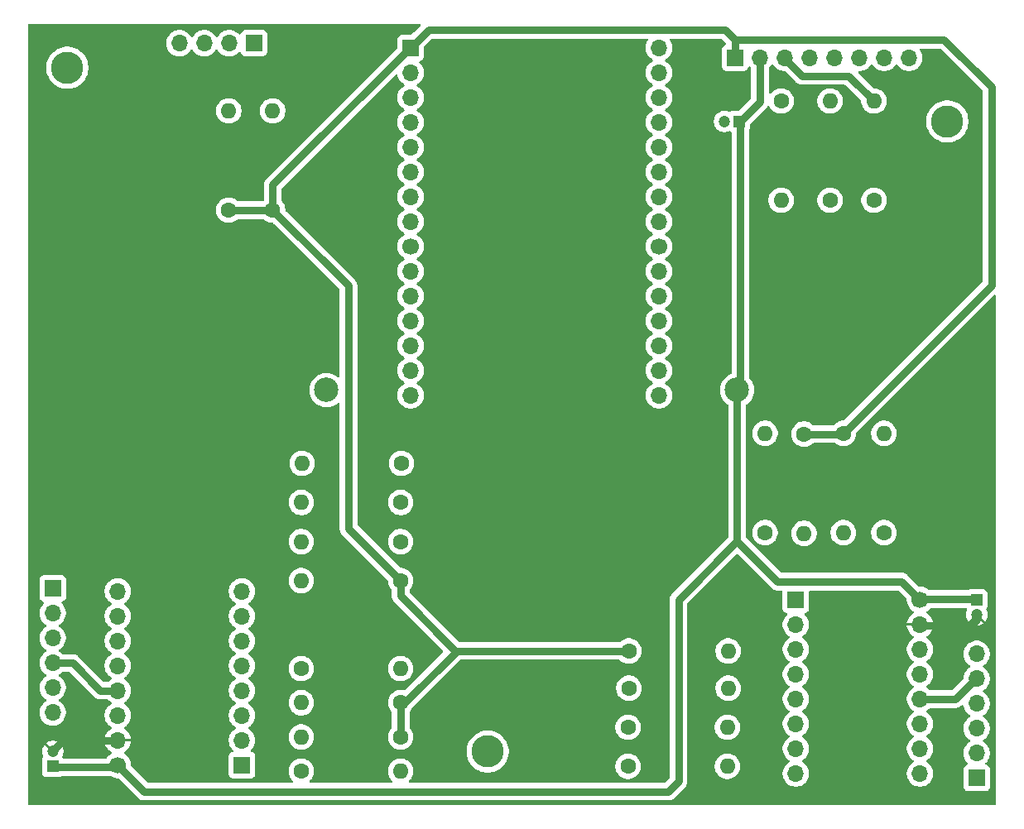
<source format=gbr>
%TF.GenerationSoftware,KiCad,Pcbnew,9.0.0*%
%TF.CreationDate,2025-03-20T14:14:56+01:00*%
%TF.ProjectId,Mainboard_V1,4d61696e-626f-4617-9264-5f56312e6b69,rev?*%
%TF.SameCoordinates,Original*%
%TF.FileFunction,Copper,L2,Bot*%
%TF.FilePolarity,Positive*%
%FSLAX46Y46*%
G04 Gerber Fmt 4.6, Leading zero omitted, Abs format (unit mm)*
G04 Created by KiCad (PCBNEW 9.0.0) date 2025-03-20 14:14:56*
%MOMM*%
%LPD*%
G01*
G04 APERTURE LIST*
%TA.AperFunction,ComponentPad*%
%ADD10C,1.600000*%
%TD*%
%TA.AperFunction,ComponentPad*%
%ADD11O,1.600000X1.600000*%
%TD*%
%TA.AperFunction,ComponentPad*%
%ADD12R,1.700000X1.700000*%
%TD*%
%TA.AperFunction,ComponentPad*%
%ADD13O,1.700000X1.700000*%
%TD*%
%TA.AperFunction,ComponentPad*%
%ADD14C,1.700000*%
%TD*%
%TA.AperFunction,ComponentPad*%
%ADD15C,2.500000*%
%TD*%
%TA.AperFunction,ComponentPad*%
%ADD16R,1.200000X1.200000*%
%TD*%
%TA.AperFunction,ComponentPad*%
%ADD17C,1.200000*%
%TD*%
%TA.AperFunction,ViaPad*%
%ADD18C,3.300000*%
%TD*%
%TA.AperFunction,Conductor*%
%ADD19C,0.800000*%
%TD*%
G04 APERTURE END LIST*
D10*
%TO.P,R104,1*%
%TO.N,Net-(U101-D13)*%
X161840000Y-125500000D03*
D11*
%TO.P,R104,2*%
%TO.N,/~{FAULT_RIGHT}*%
X172000000Y-125500000D03*
%TD*%
D12*
%TO.P,U202,1,~{EN}*%
%TO.N,unconnected-(U202-~{EN}-Pad1)*%
X179000000Y-108460500D03*
D13*
%TO.P,U202,2,M0*%
%TO.N,Net-(U202-M0)*%
X179000000Y-111000500D03*
%TO.P,U202,3,M1*%
%TO.N,Net-(U202-M1)*%
X179000000Y-113540500D03*
%TO.P,U202,4,CONFIG*%
%TO.N,unconnected-(U202-CONFIG-Pad4)*%
X179000000Y-116080500D03*
%TO.P,U202,5,REF*%
%TO.N,unconnected-(U202-REF-Pad5)*%
X179000000Y-118620500D03*
%TO.P,U202,6,~{SLEEP}*%
%TO.N,/Stepper Motors/~{SLEEP_RIGHT}*%
X179000000Y-121160500D03*
%TO.P,U202,7,STEP*%
%TO.N,/STEP_RIGHT*%
X179000000Y-123700500D03*
%TO.P,U202,8,DIR*%
%TO.N,/DIR_RIGHT*%
X179000000Y-126240500D03*
D14*
%TO.P,U202,9,VMOT*%
%TO.N,VBUS*%
X191700000Y-108460500D03*
D13*
%TO.P,U202,10,GND*%
%TO.N,GND*%
X191700000Y-111000500D03*
%TO.P,U202,11,B2*%
%TO.N,Net-(U202-B2)*%
X191700000Y-113540500D03*
%TO.P,U202,12,B1*%
%TO.N,Net-(U202-B1)*%
X191700000Y-116080500D03*
%TO.P,U202,13,A1*%
%TO.N,Net-(U202-A1)*%
X191700000Y-118620500D03*
%TO.P,U202,14,A2*%
%TO.N,Net-(U202-A2)*%
X191700000Y-121160500D03*
%TO.P,U202,15,~{FAULT}*%
%TO.N,/~{FAULT_RIGHT}*%
X191700000Y-123700500D03*
%TO.P,U202,16,GND*%
%TO.N,N/C*%
X191700000Y-126240500D03*
%TD*%
D10*
%TO.P,R202,1*%
%TO.N,Net-(U201-M0)*%
X128420000Y-126000000D03*
D11*
%TO.P,R202,2*%
%TO.N,N/C*%
X138580000Y-126000000D03*
%TD*%
D10*
%TO.P,R106,1*%
%TO.N,Net-(U101-D15)*%
X138580000Y-102500000D03*
D11*
%TO.P,R106,2*%
%TO.N,/STEP_LEFT*%
X128420000Y-102500000D03*
%TD*%
D15*
%TO.P,J102,1*%
%TO.N,N/C*%
X131000000Y-87000000D03*
%TD*%
D16*
%TO.P,C201,1*%
%TO.N,VBUS*%
X103000000Y-125500000D03*
D17*
%TO.P,C201,2*%
%TO.N,GND*%
X103000000Y-124000000D03*
%TD*%
D10*
%TO.P,R118,1*%
%TO.N,/DIR_RIGHT*%
X182500000Y-67580000D03*
D11*
%TO.P,R118,2*%
%TO.N,Net-(J107-Pin_5)*%
X182500000Y-57420000D03*
%TD*%
D10*
%TO.P,R116,1*%
%TO.N,/STEP_RIGHT*%
X187000000Y-67580000D03*
D11*
%TO.P,R116,2*%
%TO.N,Net-(J107-Pin_3)*%
X187000000Y-57420000D03*
%TD*%
D10*
%TO.P,R210,1*%
%TO.N,VDD*%
X161920000Y-113700500D03*
D11*
%TO.P,R210,2*%
%TO.N,/Stepper Motors/~{SLEEP_RIGHT}*%
X172080000Y-113700500D03*
%TD*%
D12*
%TO.P,U101,1,3V3*%
%TO.N,VDD*%
X139600000Y-51980000D03*
D13*
%TO.P,U101,2,GND*%
%TO.N,N/C*%
X139600000Y-54520000D03*
%TO.P,U101,3,D15*%
%TO.N,Net-(U101-D15)*%
X139600000Y-57060000D03*
%TO.P,U101,4,D2*%
%TO.N,Net-(U101-D2)*%
X139600000Y-59600000D03*
%TO.P,U101,5,D4*%
%TO.N,Net-(U101-D4)*%
X139600000Y-62140000D03*
%TO.P,U101,6,D16*%
%TO.N,unconnected-(U101-D16-Pad6)*%
X139600000Y-64680000D03*
%TO.P,U101,7,D17*%
%TO.N,unconnected-(U101-D17-Pad7)*%
X139600000Y-67220000D03*
%TO.P,U101,8,D5*%
%TO.N,unconnected-(U101-D5-Pad8)*%
X139600000Y-69760000D03*
D14*
%TO.P,U101,9,D18*%
%TO.N,/SDA*%
X139600000Y-72300000D03*
D13*
%TO.P,U101,10,D19*%
%TO.N,/SCL*%
X139600000Y-74840000D03*
%TO.P,U101,11,D21*%
%TO.N,unconnected-(U101-D21-Pad11)*%
X139600000Y-77380000D03*
%TO.P,U101,12,RXD0/D3*%
%TO.N,unconnected-(U101-RXD0{slash}D3-Pad12)*%
X139600000Y-79920000D03*
%TO.P,U101,13,TXD0/D1*%
%TO.N,unconnected-(U101-TXD0{slash}D1-Pad13)*%
X139600000Y-82460000D03*
%TO.P,U101,14,D22*%
%TO.N,unconnected-(U101-D22-Pad14)*%
X139600000Y-85000000D03*
%TO.P,U101,15,D23*%
%TO.N,unconnected-(U101-D23-Pad15)*%
X139600000Y-87540000D03*
%TO.P,U101,16,VIN*%
%TO.N,unconnected-(U101-VIN-Pad16)*%
X165000000Y-51980000D03*
%TO.P,U101,17,GND*%
%TO.N,N/C*%
X165000000Y-54520000D03*
%TO.P,U101,18,D13*%
%TO.N,Net-(U101-D13)*%
X165000000Y-57060000D03*
%TO.P,U101,19,D12*%
%TO.N,Net-(U101-D12)*%
X165000000Y-59600000D03*
%TO.P,U101,20,D14*%
%TO.N,Net-(U101-D14)*%
X165000000Y-62140000D03*
%TO.P,U101,21,D27*%
%TO.N,unconnected-(U101-D27-Pad21)*%
X165000000Y-64680000D03*
%TO.P,U101,22,D26*%
%TO.N,unconnected-(U101-D26-Pad22)*%
X165000000Y-67220000D03*
%TO.P,U101,23,D25*%
%TO.N,unconnected-(U101-D25-Pad23)*%
X165000000Y-69760000D03*
D14*
%TO.P,U101,24,D33*%
%TO.N,unconnected-(U101-D33-Pad24)*%
X165000000Y-72300000D03*
D13*
%TO.P,U101,25,D0*%
%TO.N,unconnected-(U101-D0-Pad25)*%
X165000000Y-74840000D03*
%TO.P,U101,26,D35*%
%TO.N,unconnected-(U101-D35-Pad26)*%
X165000000Y-77380000D03*
%TO.P,U101,27,D34*%
%TO.N,unconnected-(U101-D34-Pad27)*%
X165000000Y-79920000D03*
%TO.P,U101,28,SENSOR_VN*%
%TO.N,unconnected-(U101-SENSOR_VN-Pad28)*%
X165000000Y-82460000D03*
%TO.P,U101,29,SENSOR_VP*%
%TO.N,unconnected-(U101-SENSOR_VP-Pad29)*%
X165000000Y-85000000D03*
%TO.P,U101,30,EN*%
%TO.N,unconnected-(U101-EN-Pad30)*%
X165000000Y-87540000D03*
%TD*%
D12*
%TO.P,Mr201,1*%
%TO.N,unconnected-(Mr201-Pad1)*%
X103000000Y-107300000D03*
D13*
%TO.P,Mr201,2*%
%TO.N,Net-(U201-A2)*%
X103000000Y-109840000D03*
%TO.P,Mr201,3*%
%TO.N,unconnected-(Mr201-Pad3)*%
X103000000Y-112380000D03*
%TO.P,Mr201,4*%
%TO.N,Net-(U201-B1)*%
X103000000Y-114920000D03*
%TO.P,Mr201,5,-*%
%TO.N,Net-(Mr201--)*%
X103000000Y-117460000D03*
%TO.P,Mr201,6*%
%TO.N,Net-(U201-B2)*%
X103000000Y-120000000D03*
%TD*%
D10*
%TO.P,R207,1*%
%TO.N,Net-(U202-M0)*%
X175850000Y-101580000D03*
D11*
%TO.P,R207,2*%
%TO.N,N/C*%
X175850000Y-91420000D03*
%TD*%
D10*
%TO.P,R204,1*%
%TO.N,Net-(U201-M1)*%
X128420000Y-115500000D03*
D11*
%TO.P,R204,2*%
%TO.N,N/C*%
X138580000Y-115500000D03*
%TD*%
D10*
%TO.P,R209,1*%
%TO.N,Net-(U202-M1)*%
X188000000Y-101580000D03*
D11*
%TO.P,R209,2*%
%TO.N,N/C*%
X188000000Y-91420000D03*
%TD*%
D16*
%TO.P,C101,1*%
%TO.N,VBUS*%
X173222599Y-59500000D03*
D17*
%TO.P,C101,2*%
%TO.N,N/C*%
X171722599Y-59500000D03*
%TD*%
D10*
%TO.P,R201,1*%
%TO.N,VDD*%
X138580000Y-122500000D03*
D11*
%TO.P,R201,2*%
%TO.N,Net-(U201-M0)*%
X128420000Y-122500000D03*
%TD*%
D10*
%TO.P,R117,1*%
%TO.N,Net-(J107-Pin_4)*%
X177500000Y-57420000D03*
D11*
%TO.P,R117,2*%
%TO.N,/~{FAULT_RIGHT}*%
X177500000Y-67580000D03*
%TD*%
D16*
%TO.P,C202,1*%
%TO.N,VBUS*%
X197500000Y-108477901D03*
D17*
%TO.P,C202,2*%
%TO.N,GND*%
X197500000Y-109977901D03*
%TD*%
D10*
%TO.P,R103,1*%
%TO.N,Net-(U101-D12)*%
X161840000Y-121500000D03*
D11*
%TO.P,R103,2*%
%TO.N,/DIR_RIGHT*%
X172000000Y-121500000D03*
%TD*%
D15*
%TO.P,J103,1*%
%TO.N,VBUS*%
X173000000Y-87000000D03*
%TD*%
D10*
%TO.P,R101,1*%
%TO.N,Net-(U101-D2)*%
X138580000Y-98500000D03*
D11*
%TO.P,R101,2*%
%TO.N,/DIR_LEFT*%
X128420000Y-98500000D03*
%TD*%
D10*
%TO.P,R203,1*%
%TO.N,VDD*%
X138580000Y-119000000D03*
D11*
%TO.P,R203,2*%
%TO.N,Net-(U201-M1)*%
X128420000Y-119000000D03*
%TD*%
D10*
%TO.P,R206,1*%
%TO.N,VDD*%
X179850000Y-91500000D03*
D11*
%TO.P,R206,2*%
%TO.N,Net-(U202-M0)*%
X179850000Y-101660000D03*
%TD*%
D10*
%TO.P,R205,1*%
%TO.N,VDD*%
X138580000Y-106500000D03*
D11*
%TO.P,R205,2*%
%TO.N,/Stepper Motors/~{SLEEP_LEFT}*%
X128420000Y-106500000D03*
%TD*%
D12*
%TO.P,Mr202,1*%
%TO.N,unconnected-(Mr202-Pad1)*%
X197500000Y-126700500D03*
D13*
%TO.P,Mr202,2*%
%TO.N,Net-(U202-A2)*%
X197500000Y-124160500D03*
%TO.P,Mr202,3,-*%
%TO.N,unconnected-(Mr202---Pad3)*%
X197500000Y-121620500D03*
%TO.P,Mr202,4,-*%
%TO.N,Net-(U202-B1)*%
X197500000Y-119080500D03*
%TO.P,Mr202,5,-*%
%TO.N,Net-(U202-A1)*%
X197500000Y-116540500D03*
%TO.P,Mr202,6*%
%TO.N,Net-(U202-B2)*%
X197500000Y-114000500D03*
%TD*%
D12*
%TO.P,J104,1,Pin_1*%
%TO.N,/SDA*%
X123580000Y-51500000D03*
D13*
%TO.P,J104,2,Pin_2*%
%TO.N,/SCL*%
X121040000Y-51500000D03*
%TO.P,J104,3,Pin_3*%
%TO.N,unconnected-(J104-Pin_3-Pad3)*%
X118500000Y-51500000D03*
%TO.P,J104,4,Pin_4*%
%TO.N,N/C*%
X115960000Y-51500000D03*
%TD*%
D10*
%TO.P,R108,1*%
%TO.N,VDD*%
X121000000Y-68580000D03*
D11*
%TO.P,R108,2*%
%TO.N,/SCL*%
X121000000Y-58420000D03*
%TD*%
D10*
%TO.P,R107,1*%
%TO.N,VDD*%
X125500000Y-68580000D03*
D11*
%TO.P,R107,2*%
%TO.N,/SDA*%
X125500000Y-58420000D03*
%TD*%
D12*
%TO.P,J107,1,Pin_1*%
%TO.N,VDD*%
X172800000Y-53000000D03*
D13*
%TO.P,J107,2,Pin_2*%
%TO.N,VBUS*%
X175340000Y-53000000D03*
%TO.P,J107,3,Pin_3*%
%TO.N,Net-(J107-Pin_3)*%
X177880000Y-53000000D03*
%TO.P,J107,4,Pin_4*%
%TO.N,Net-(J107-Pin_4)*%
X180420000Y-53000000D03*
%TO.P,J107,5,Pin_5*%
%TO.N,Net-(J107-Pin_5)*%
X182960000Y-53000000D03*
%TO.P,J107,6,Pin_6*%
%TO.N,unconnected-(J107-Pin_6-Pad6)*%
X185500000Y-53000000D03*
%TO.P,J107,7,Pin_7*%
%TO.N,N/C*%
X188040000Y-53000000D03*
%TO.P,J107,8,Pin_8*%
X190580000Y-53000000D03*
%TD*%
D10*
%TO.P,R105,1*%
%TO.N,Net-(U101-D14)*%
X161920000Y-117500000D03*
D11*
%TO.P,R105,2*%
%TO.N,/STEP_RIGHT*%
X172080000Y-117500000D03*
%TD*%
D10*
%TO.P,R102,1*%
%TO.N,Net-(U101-D4)*%
X138660000Y-94500000D03*
D11*
%TO.P,R102,2*%
%TO.N,/~{FAULT_LEFT}*%
X128500000Y-94500000D03*
%TD*%
D10*
%TO.P,R208,1*%
%TO.N,VDD*%
X183850000Y-91420000D03*
D11*
%TO.P,R208,2*%
%TO.N,Net-(U202-M1)*%
X183850000Y-101580000D03*
%TD*%
D12*
%TO.P,U201,1,~{EN}*%
%TO.N,unconnected-(U201-~{EN}-Pad1)*%
X122350000Y-125375000D03*
D13*
%TO.P,U201,2,M0*%
%TO.N,Net-(U201-M0)*%
X122350000Y-122835000D03*
%TO.P,U201,3,M1*%
%TO.N,Net-(U201-M1)*%
X122350000Y-120295000D03*
%TO.P,U201,4,CONFIG*%
%TO.N,unconnected-(U201-CONFIG-Pad4)*%
X122350000Y-117755000D03*
%TO.P,U201,5,REF*%
%TO.N,unconnected-(U201-REF-Pad5)*%
X122350000Y-115215000D03*
%TO.P,U201,6,~{SLEEP}*%
%TO.N,/Stepper Motors/~{SLEEP_LEFT}*%
X122350000Y-112675000D03*
%TO.P,U201,7,STEP*%
%TO.N,/STEP_LEFT*%
X122350000Y-110135000D03*
%TO.P,U201,8,DIR*%
%TO.N,/DIR_LEFT*%
X122350000Y-107595000D03*
D14*
%TO.P,U201,9,VMOT*%
%TO.N,VBUS*%
X109650000Y-125375000D03*
D13*
%TO.P,U201,10,GND*%
%TO.N,GND*%
X109650000Y-122835000D03*
%TO.P,U201,11,B2*%
%TO.N,Net-(U201-B2)*%
X109650000Y-120295000D03*
%TO.P,U201,12,B1*%
%TO.N,Net-(U201-B1)*%
X109650000Y-117755000D03*
%TO.P,U201,13,A1*%
%TO.N,Net-(Mr201--)*%
X109650000Y-115215000D03*
%TO.P,U201,14,A2*%
%TO.N,Net-(U201-A2)*%
X109650000Y-112675000D03*
%TO.P,U201,15,~{FAULT}*%
%TO.N,/~{FAULT_LEFT}*%
X109650000Y-110135000D03*
%TO.P,U201,16,GND*%
%TO.N,N/C*%
X109650000Y-107595000D03*
%TD*%
D18*
%TO.N,*%
X104500000Y-54000000D03*
X194500000Y-59500000D03*
X147500000Y-124000000D03*
%TD*%
D19*
%TO.N,GND*%
X191779787Y-111080287D02*
X196919713Y-111080287D01*
X104064000Y-122835000D02*
X103000000Y-123899000D01*
X191700000Y-111000500D02*
X191779787Y-111080287D01*
X109650000Y-122835000D02*
X104064000Y-122835000D01*
X197500000Y-110500000D02*
X197500000Y-110078901D01*
X196919713Y-111080287D02*
X197500000Y-110500000D01*
%TO.N,VBUS*%
X189849000Y-106609500D02*
X191700000Y-108460500D01*
X177149000Y-106609500D02*
X189849000Y-106609500D01*
X109650000Y-125375000D02*
X109625000Y-125375000D01*
X191783599Y-108376901D02*
X197500000Y-108376901D01*
X173323599Y-86676401D02*
X173323599Y-59500000D01*
X109399000Y-125601000D02*
X103000000Y-125601000D01*
X167000000Y-127000000D02*
X167000000Y-108460500D01*
X109625000Y-125375000D02*
X109399000Y-125601000D01*
X191700000Y-108460500D02*
X191783599Y-108376901D01*
X167000000Y-108460500D02*
X173000000Y-102460500D01*
X173000000Y-87000000D02*
X173000000Y-102460500D01*
X112366500Y-128091500D02*
X165908500Y-128091500D01*
X173000000Y-87000000D02*
X173323599Y-86676401D01*
X175340000Y-53000000D02*
X175340000Y-57483599D01*
X165908500Y-128091500D02*
X167000000Y-127000000D01*
X175340000Y-57483599D02*
X173323599Y-59500000D01*
X109650000Y-125375000D02*
X112366500Y-128091500D01*
X173000000Y-102460500D02*
X177149000Y-106609500D01*
%TO.N,VDD*%
X172800000Y-51149000D02*
X172800000Y-53000000D01*
X133251000Y-76331000D02*
X125500000Y-68580000D01*
X199000000Y-56000000D02*
X194149000Y-51149000D01*
X183850000Y-91420000D02*
X199000000Y-76270000D01*
X133251000Y-101171000D02*
X133251000Y-76331000D01*
X125500000Y-66000000D02*
X139520000Y-51980000D01*
X138580000Y-119420000D02*
X144299500Y-113700500D01*
X138580000Y-106500000D02*
X133251000Y-101171000D01*
X194149000Y-51149000D02*
X172800000Y-51149000D01*
X172800000Y-51149000D02*
X171780000Y-50129000D01*
X183770000Y-91500000D02*
X183850000Y-91420000D01*
X121000000Y-68580000D02*
X125500000Y-68580000D01*
X161920000Y-113700500D02*
X145780500Y-113700500D01*
X179850000Y-91500000D02*
X183770000Y-91500000D01*
X144200500Y-113700500D02*
X138580000Y-108080000D01*
X145780500Y-113700500D02*
X144200500Y-113700500D01*
X125500000Y-68580000D02*
X125500000Y-66000000D01*
X138580000Y-108080000D02*
X138580000Y-106500000D01*
X171780000Y-50129000D02*
X141451000Y-50129000D01*
X138580000Y-122500000D02*
X138580000Y-119420000D01*
X139520000Y-51980000D02*
X139600000Y-51980000D01*
X144299500Y-113700500D02*
X145780500Y-113700500D01*
X199000000Y-76270000D02*
X199000000Y-56000000D01*
X141451000Y-50129000D02*
X139600000Y-51980000D01*
%TO.N,Net-(U201-B1)*%
X109650000Y-117755000D02*
X107862710Y-117755000D01*
X105027710Y-114920000D02*
X103000000Y-114920000D01*
X107862710Y-117755000D02*
X105027710Y-114920000D01*
%TO.N,Net-(J107-Pin_3)*%
X177880000Y-53077710D02*
X177880000Y-53000000D01*
X179653290Y-54851000D02*
X177880000Y-53077710D01*
X187000000Y-57420000D02*
X184431000Y-54851000D01*
X184431000Y-54851000D02*
X179653290Y-54851000D01*
%TO.N,Net-(U202-A1)*%
X195342290Y-118620500D02*
X197422290Y-116540500D01*
X191700000Y-118620500D02*
X195342290Y-118620500D01*
X197422290Y-116540500D02*
X197500000Y-116540500D01*
%TD*%
%TA.AperFunction,Conductor*%
%TO.N,GND*%
G36*
X140573678Y-49520185D02*
G01*
X140619433Y-49572989D01*
X140629377Y-49642147D01*
X140600352Y-49705703D01*
X140594325Y-49712175D01*
X139914833Y-50391666D01*
X139713318Y-50593181D01*
X139651995Y-50626666D01*
X139625637Y-50629500D01*
X138702129Y-50629500D01*
X138702123Y-50629501D01*
X138642516Y-50635908D01*
X138507671Y-50686202D01*
X138507664Y-50686206D01*
X138392455Y-50772452D01*
X138392452Y-50772455D01*
X138306206Y-50887664D01*
X138306202Y-50887671D01*
X138255908Y-51022517D01*
X138249501Y-51082116D01*
X138249500Y-51082135D01*
X138249500Y-51925637D01*
X138229815Y-51992676D01*
X138213181Y-52013318D01*
X124800540Y-65425958D01*
X124800534Y-65425965D01*
X124782161Y-65453463D01*
X124782154Y-65453474D01*
X124779706Y-65457139D01*
X124701987Y-65573453D01*
X124673573Y-65642051D01*
X124670597Y-65649234D01*
X124670596Y-65649237D01*
X124634105Y-65737333D01*
X124634103Y-65737341D01*
X124599500Y-65911303D01*
X124599500Y-67555500D01*
X124579815Y-67622539D01*
X124527011Y-67668294D01*
X124475500Y-67679500D01*
X121990047Y-67679500D01*
X121923008Y-67659815D01*
X121902366Y-67643181D01*
X121847213Y-67588028D01*
X121681613Y-67467715D01*
X121681612Y-67467714D01*
X121681610Y-67467713D01*
X121624653Y-67438691D01*
X121499223Y-67374781D01*
X121304534Y-67311522D01*
X121129995Y-67283878D01*
X121102352Y-67279500D01*
X120897648Y-67279500D01*
X120873329Y-67283351D01*
X120695465Y-67311522D01*
X120500776Y-67374781D01*
X120318386Y-67467715D01*
X120152786Y-67588028D01*
X120008028Y-67732786D01*
X119887715Y-67898386D01*
X119794781Y-68080776D01*
X119731522Y-68275465D01*
X119699500Y-68477648D01*
X119699500Y-68682351D01*
X119731522Y-68884534D01*
X119794781Y-69079223D01*
X119858691Y-69204653D01*
X119877511Y-69241588D01*
X119887715Y-69261613D01*
X120008028Y-69427213D01*
X120152786Y-69571971D01*
X120307749Y-69684556D01*
X120318390Y-69692287D01*
X120434607Y-69751503D01*
X120500776Y-69785218D01*
X120500778Y-69785218D01*
X120500781Y-69785220D01*
X120605137Y-69819127D01*
X120695465Y-69848477D01*
X120796557Y-69864488D01*
X120897648Y-69880500D01*
X120897649Y-69880500D01*
X121102351Y-69880500D01*
X121102352Y-69880500D01*
X121304534Y-69848477D01*
X121499219Y-69785220D01*
X121681610Y-69692287D01*
X121774590Y-69624732D01*
X121847213Y-69571971D01*
X121847215Y-69571968D01*
X121847219Y-69571966D01*
X121902366Y-69516819D01*
X121963689Y-69483334D01*
X121990047Y-69480500D01*
X124509953Y-69480500D01*
X124576992Y-69500185D01*
X124597634Y-69516819D01*
X124652786Y-69571971D01*
X124807749Y-69684556D01*
X124818390Y-69692287D01*
X124934607Y-69751503D01*
X125000776Y-69785218D01*
X125000778Y-69785218D01*
X125000781Y-69785220D01*
X125105137Y-69819127D01*
X125195465Y-69848477D01*
X125296557Y-69864488D01*
X125397648Y-69880500D01*
X125475638Y-69880500D01*
X125542677Y-69900185D01*
X125563319Y-69916819D01*
X132314181Y-76667680D01*
X132347666Y-76729003D01*
X132350500Y-76755361D01*
X132350500Y-85578372D01*
X132330815Y-85645411D01*
X132278011Y-85691166D01*
X132208853Y-85701110D01*
X132151013Y-85676747D01*
X131974617Y-85541392D01*
X131934814Y-85518412D01*
X131775888Y-85426656D01*
X131775876Y-85426650D01*
X131563887Y-85338842D01*
X131479545Y-85316243D01*
X131342238Y-85279452D01*
X131304215Y-85274446D01*
X131114741Y-85249500D01*
X131114734Y-85249500D01*
X130885266Y-85249500D01*
X130885258Y-85249500D01*
X130668715Y-85278009D01*
X130657762Y-85279452D01*
X130564076Y-85304554D01*
X130436112Y-85338842D01*
X130224123Y-85426650D01*
X130224109Y-85426657D01*
X130025382Y-85541392D01*
X129843338Y-85681081D01*
X129681081Y-85843338D01*
X129541392Y-86025382D01*
X129426657Y-86224109D01*
X129426650Y-86224123D01*
X129338842Y-86436112D01*
X129279453Y-86657759D01*
X129279451Y-86657770D01*
X129249500Y-86885258D01*
X129249500Y-87114741D01*
X129274446Y-87304215D01*
X129279452Y-87342238D01*
X129338842Y-87563887D01*
X129426650Y-87775876D01*
X129426657Y-87775890D01*
X129541392Y-87974617D01*
X129681081Y-88156661D01*
X129681089Y-88156670D01*
X129843330Y-88318911D01*
X129843338Y-88318918D01*
X130025382Y-88458607D01*
X130025385Y-88458608D01*
X130025388Y-88458611D01*
X130224112Y-88573344D01*
X130224117Y-88573346D01*
X130224123Y-88573349D01*
X130315480Y-88611190D01*
X130436113Y-88661158D01*
X130657762Y-88720548D01*
X130885266Y-88750500D01*
X130885273Y-88750500D01*
X131114727Y-88750500D01*
X131114734Y-88750500D01*
X131342238Y-88720548D01*
X131563887Y-88661158D01*
X131775888Y-88573344D01*
X131974612Y-88458611D01*
X132151015Y-88323251D01*
X132216182Y-88298057D01*
X132284627Y-88312095D01*
X132334617Y-88360908D01*
X132350500Y-88421627D01*
X132350500Y-101259696D01*
X132385103Y-101433658D01*
X132385105Y-101433666D01*
X132408982Y-101491310D01*
X132452985Y-101597544D01*
X132452990Y-101597552D01*
X132500524Y-101668691D01*
X132500524Y-101668692D01*
X132551532Y-101745031D01*
X132551538Y-101745039D01*
X137243181Y-106436681D01*
X137276666Y-106498004D01*
X137279500Y-106524362D01*
X137279500Y-106602351D01*
X137311522Y-106804534D01*
X137374781Y-106999223D01*
X137467715Y-107181613D01*
X137588028Y-107347213D01*
X137643181Y-107402366D01*
X137676666Y-107463689D01*
X137679500Y-107490047D01*
X137679500Y-108168696D01*
X137685306Y-108197883D01*
X137714105Y-108342666D01*
X137737464Y-108399059D01*
X137781987Y-108506547D01*
X137836709Y-108588443D01*
X137840352Y-108593895D01*
X137880537Y-108654038D01*
X137880540Y-108654041D01*
X142888818Y-113662318D01*
X142922303Y-113723641D01*
X142917319Y-113793333D01*
X142888818Y-113837680D01*
X139021622Y-117704876D01*
X138960299Y-117738361D01*
X138895621Y-117735125D01*
X138884536Y-117731523D01*
X138716294Y-117704876D01*
X138682352Y-117699500D01*
X138477648Y-117699500D01*
X138453329Y-117703351D01*
X138275465Y-117731522D01*
X138080776Y-117794781D01*
X137898386Y-117887715D01*
X137732786Y-118008028D01*
X137588028Y-118152786D01*
X137467715Y-118318386D01*
X137374781Y-118500776D01*
X137311522Y-118695465D01*
X137279500Y-118897648D01*
X137279500Y-119102351D01*
X137311522Y-119304534D01*
X137374781Y-119499223D01*
X137467715Y-119681613D01*
X137588028Y-119847213D01*
X137643181Y-119902366D01*
X137676666Y-119963689D01*
X137679500Y-119990047D01*
X137679500Y-121509953D01*
X137659815Y-121576992D01*
X137643181Y-121597634D01*
X137588032Y-121652782D01*
X137588028Y-121652786D01*
X137467715Y-121818386D01*
X137374781Y-122000776D01*
X137311522Y-122195465D01*
X137279500Y-122397648D01*
X137279500Y-122602351D01*
X137311522Y-122804534D01*
X137374781Y-122999223D01*
X137438691Y-123124653D01*
X137445541Y-123138096D01*
X137467715Y-123181613D01*
X137588028Y-123347213D01*
X137732786Y-123491971D01*
X137873513Y-123594213D01*
X137898390Y-123612287D01*
X138014607Y-123671503D01*
X138080776Y-123705218D01*
X138080778Y-123705218D01*
X138080781Y-123705220D01*
X138110241Y-123714792D01*
X138275465Y-123768477D01*
X138376557Y-123784488D01*
X138477648Y-123800500D01*
X138477649Y-123800500D01*
X138682351Y-123800500D01*
X138682352Y-123800500D01*
X138884534Y-123768477D01*
X139079219Y-123705220D01*
X139261610Y-123612287D01*
X139357586Y-123542557D01*
X139427213Y-123491971D01*
X139427215Y-123491968D01*
X139427219Y-123491966D01*
X139571966Y-123347219D01*
X139571968Y-123347215D01*
X139571971Y-123347213D01*
X139653425Y-123235099D01*
X139692287Y-123181610D01*
X139785220Y-122999219D01*
X139848477Y-122804534D01*
X139880500Y-122602352D01*
X139880500Y-122397648D01*
X139850476Y-122208088D01*
X139848477Y-122195465D01*
X139785218Y-122000776D01*
X139751503Y-121934607D01*
X139692287Y-121818390D01*
X139682220Y-121804534D01*
X139571971Y-121652786D01*
X139516819Y-121597634D01*
X139502115Y-121570706D01*
X139485523Y-121544888D01*
X139484631Y-121538687D01*
X139483334Y-121536311D01*
X139480500Y-121509953D01*
X139480500Y-121397648D01*
X160539500Y-121397648D01*
X160539500Y-121602351D01*
X160571522Y-121804534D01*
X160634781Y-121999223D01*
X160727715Y-122181613D01*
X160848028Y-122347213D01*
X160992786Y-122491971D01*
X161147749Y-122604556D01*
X161158390Y-122612287D01*
X161272423Y-122670390D01*
X161340776Y-122705218D01*
X161340778Y-122705218D01*
X161340781Y-122705220D01*
X161413085Y-122728713D01*
X161535465Y-122768477D01*
X161608319Y-122780016D01*
X161737648Y-122800500D01*
X161737649Y-122800500D01*
X161942351Y-122800500D01*
X161942352Y-122800500D01*
X162144534Y-122768477D01*
X162339219Y-122705220D01*
X162521610Y-122612287D01*
X162650344Y-122518757D01*
X162687213Y-122491971D01*
X162687215Y-122491968D01*
X162687219Y-122491966D01*
X162831966Y-122347219D01*
X162831968Y-122347215D01*
X162831971Y-122347213D01*
X162884732Y-122274590D01*
X162952287Y-122181610D01*
X163045220Y-121999219D01*
X163108477Y-121804534D01*
X163140500Y-121602352D01*
X163140500Y-121397648D01*
X163108477Y-121195466D01*
X163095345Y-121155051D01*
X163054749Y-121030109D01*
X163045220Y-121000781D01*
X163045218Y-121000778D01*
X163045218Y-121000776D01*
X163000330Y-120912679D01*
X162952287Y-120818390D01*
X162895852Y-120740713D01*
X162831971Y-120652786D01*
X162687213Y-120508028D01*
X162521613Y-120387715D01*
X162521612Y-120387714D01*
X162521610Y-120387713D01*
X162459001Y-120355812D01*
X162339223Y-120294781D01*
X162144534Y-120231522D01*
X161969995Y-120203878D01*
X161942352Y-120199500D01*
X161737648Y-120199500D01*
X161713329Y-120203351D01*
X161535465Y-120231522D01*
X161340776Y-120294781D01*
X161158386Y-120387715D01*
X160992786Y-120508028D01*
X160848028Y-120652786D01*
X160727715Y-120818386D01*
X160634781Y-121000776D01*
X160571522Y-121195465D01*
X160539500Y-121397648D01*
X139480500Y-121397648D01*
X139480500Y-119990047D01*
X139500185Y-119923008D01*
X139516819Y-119902366D01*
X139533993Y-119885192D01*
X139571966Y-119847219D01*
X139571968Y-119847215D01*
X139571971Y-119847213D01*
X139692284Y-119681614D01*
X139692285Y-119681613D01*
X139692287Y-119681610D01*
X139785220Y-119499219D01*
X139785220Y-119499216D01*
X139787432Y-119494877D01*
X139788745Y-119495546D01*
X139810394Y-119463104D01*
X141875850Y-117397648D01*
X160619500Y-117397648D01*
X160619500Y-117602351D01*
X160651522Y-117804534D01*
X160714781Y-117999223D01*
X160751476Y-118071239D01*
X160793026Y-118152786D01*
X160807715Y-118181613D01*
X160928028Y-118347213D01*
X161072786Y-118491971D01*
X161169292Y-118562085D01*
X161238390Y-118612287D01*
X161329198Y-118658556D01*
X161420776Y-118705218D01*
X161420778Y-118705218D01*
X161420781Y-118705220D01*
X161497046Y-118730000D01*
X161615465Y-118768477D01*
X161716557Y-118784488D01*
X161817648Y-118800500D01*
X161817649Y-118800500D01*
X162022351Y-118800500D01*
X162022352Y-118800500D01*
X162224534Y-118768477D01*
X162419219Y-118705220D01*
X162601610Y-118612287D01*
X162694590Y-118544732D01*
X162767213Y-118491971D01*
X162767215Y-118491968D01*
X162767219Y-118491966D01*
X162911966Y-118347219D01*
X162911968Y-118347215D01*
X162911971Y-118347213D01*
X162965589Y-118273412D01*
X163032287Y-118181610D01*
X163125220Y-117999219D01*
X163188477Y-117804534D01*
X163220500Y-117602352D01*
X163220500Y-117397648D01*
X163201717Y-117279056D01*
X163188477Y-117195465D01*
X163159127Y-117105137D01*
X163125220Y-117000781D01*
X163125218Y-117000778D01*
X163125218Y-117000776D01*
X163091503Y-116934607D01*
X163032287Y-116818390D01*
X163010437Y-116788316D01*
X162911971Y-116652786D01*
X162767213Y-116508028D01*
X162601613Y-116387715D01*
X162601612Y-116387714D01*
X162601610Y-116387713D01*
X162544653Y-116358691D01*
X162419223Y-116294781D01*
X162224534Y-116231522D01*
X162049995Y-116203878D01*
X162022352Y-116199500D01*
X161817648Y-116199500D01*
X161793329Y-116203351D01*
X161615465Y-116231522D01*
X161420776Y-116294781D01*
X161238386Y-116387715D01*
X161072786Y-116508028D01*
X160928028Y-116652786D01*
X160807715Y-116818386D01*
X160714781Y-117000776D01*
X160651522Y-117195465D01*
X160619500Y-117397648D01*
X141875850Y-117397648D01*
X144636180Y-114637319D01*
X144697503Y-114603834D01*
X144723861Y-114601000D01*
X145691809Y-114601000D01*
X160929953Y-114601000D01*
X160996992Y-114620685D01*
X161017634Y-114637319D01*
X161072786Y-114692471D01*
X161209857Y-114792057D01*
X161238390Y-114812787D01*
X161354607Y-114872003D01*
X161420776Y-114905718D01*
X161420778Y-114905718D01*
X161420781Y-114905720D01*
X161481501Y-114925449D01*
X161615465Y-114968977D01*
X161716557Y-114984988D01*
X161817648Y-115001000D01*
X161817649Y-115001000D01*
X162022351Y-115001000D01*
X162022352Y-115001000D01*
X162224534Y-114968977D01*
X162419219Y-114905720D01*
X162601610Y-114812787D01*
X162745398Y-114708320D01*
X162767213Y-114692471D01*
X162767215Y-114692468D01*
X162767219Y-114692466D01*
X162911966Y-114547719D01*
X162911968Y-114547715D01*
X162911971Y-114547713D01*
X163004546Y-114420292D01*
X163032287Y-114382110D01*
X163125220Y-114199719D01*
X163188477Y-114005034D01*
X163220500Y-113802852D01*
X163220500Y-113598148D01*
X163188477Y-113395966D01*
X163184204Y-113382816D01*
X163125218Y-113201276D01*
X163084166Y-113120708D01*
X163032287Y-113018890D01*
X163024556Y-113008249D01*
X162911971Y-112853286D01*
X162767213Y-112708528D01*
X162601613Y-112588215D01*
X162601612Y-112588214D01*
X162601610Y-112588213D01*
X162544653Y-112559191D01*
X162419223Y-112495281D01*
X162224534Y-112432022D01*
X162049995Y-112404378D01*
X162022352Y-112400000D01*
X161817648Y-112400000D01*
X161793329Y-112403851D01*
X161615465Y-112432022D01*
X161420776Y-112495281D01*
X161238386Y-112588215D01*
X161072786Y-112708528D01*
X161072782Y-112708532D01*
X161017634Y-112763681D01*
X160956311Y-112797166D01*
X160929953Y-112800000D01*
X144624861Y-112800000D01*
X144557822Y-112780315D01*
X144537180Y-112763681D01*
X139516819Y-107743319D01*
X139502115Y-107716391D01*
X139485523Y-107690573D01*
X139484631Y-107684372D01*
X139483334Y-107681996D01*
X139480500Y-107655638D01*
X139480500Y-107490047D01*
X139500185Y-107423008D01*
X139516819Y-107402366D01*
X139541784Y-107377401D01*
X139571966Y-107347219D01*
X139571968Y-107347215D01*
X139571971Y-107347213D01*
X139624732Y-107274590D01*
X139692287Y-107181610D01*
X139785220Y-106999219D01*
X139848477Y-106804534D01*
X139880500Y-106602352D01*
X139880500Y-106397648D01*
X139848477Y-106195466D01*
X139785220Y-106000781D01*
X139785218Y-106000778D01*
X139785218Y-106000776D01*
X139738985Y-105910040D01*
X139692287Y-105818390D01*
X139684556Y-105807749D01*
X139571971Y-105652786D01*
X139427213Y-105508028D01*
X139261613Y-105387715D01*
X139261612Y-105387714D01*
X139261610Y-105387713D01*
X139204653Y-105358691D01*
X139079223Y-105294781D01*
X138884534Y-105231522D01*
X138709995Y-105203878D01*
X138682352Y-105199500D01*
X138682351Y-105199500D01*
X138604362Y-105199500D01*
X138537323Y-105179815D01*
X138516681Y-105163181D01*
X135751148Y-102397648D01*
X137279500Y-102397648D01*
X137279500Y-102602351D01*
X137311522Y-102804534D01*
X137374781Y-102999223D01*
X137467715Y-103181613D01*
X137588028Y-103347213D01*
X137732786Y-103491971D01*
X137887749Y-103604556D01*
X137898390Y-103612287D01*
X138014607Y-103671503D01*
X138080776Y-103705218D01*
X138080778Y-103705218D01*
X138080781Y-103705220D01*
X138169354Y-103733999D01*
X138275465Y-103768477D01*
X138376557Y-103784488D01*
X138477648Y-103800500D01*
X138477649Y-103800500D01*
X138682351Y-103800500D01*
X138682352Y-103800500D01*
X138884534Y-103768477D01*
X139079219Y-103705220D01*
X139261610Y-103612287D01*
X139354590Y-103544732D01*
X139427213Y-103491971D01*
X139427215Y-103491968D01*
X139427219Y-103491966D01*
X139571966Y-103347219D01*
X139571968Y-103347215D01*
X139571971Y-103347213D01*
X139624732Y-103274590D01*
X139692287Y-103181610D01*
X139785220Y-102999219D01*
X139848477Y-102804534D01*
X139880500Y-102602352D01*
X139880500Y-102397648D01*
X139848477Y-102195466D01*
X139825197Y-102123819D01*
X139785218Y-102000776D01*
X139725989Y-101884534D01*
X139692287Y-101818390D01*
X139684556Y-101807749D01*
X139571971Y-101652786D01*
X139427213Y-101508028D01*
X139261613Y-101387715D01*
X139261612Y-101387714D01*
X139261610Y-101387713D01*
X139198320Y-101355465D01*
X139079223Y-101294781D01*
X138884534Y-101231522D01*
X138709995Y-101203878D01*
X138682352Y-101199500D01*
X138477648Y-101199500D01*
X138453329Y-101203351D01*
X138275465Y-101231522D01*
X138080776Y-101294781D01*
X137898386Y-101387715D01*
X137732786Y-101508028D01*
X137588028Y-101652786D01*
X137467715Y-101818386D01*
X137374781Y-102000776D01*
X137311522Y-102195465D01*
X137279500Y-102397648D01*
X135751148Y-102397648D01*
X134187819Y-100834319D01*
X134154334Y-100772996D01*
X134151500Y-100746638D01*
X134151500Y-98397648D01*
X137279500Y-98397648D01*
X137279500Y-98602351D01*
X137311522Y-98804534D01*
X137374781Y-98999223D01*
X137467715Y-99181613D01*
X137588028Y-99347213D01*
X137732786Y-99491971D01*
X137887749Y-99604556D01*
X137898390Y-99612287D01*
X138014607Y-99671503D01*
X138080776Y-99705218D01*
X138080778Y-99705218D01*
X138080781Y-99705220D01*
X138185137Y-99739127D01*
X138275465Y-99768477D01*
X138376557Y-99784488D01*
X138477648Y-99800500D01*
X138477649Y-99800500D01*
X138682351Y-99800500D01*
X138682352Y-99800500D01*
X138884534Y-99768477D01*
X139079219Y-99705220D01*
X139261610Y-99612287D01*
X139354590Y-99544732D01*
X139427213Y-99491971D01*
X139427215Y-99491968D01*
X139427219Y-99491966D01*
X139571966Y-99347219D01*
X139571968Y-99347215D01*
X139571971Y-99347213D01*
X139624732Y-99274590D01*
X139692287Y-99181610D01*
X139785220Y-98999219D01*
X139848477Y-98804534D01*
X139880500Y-98602352D01*
X139880500Y-98397648D01*
X139848477Y-98195466D01*
X139785220Y-98000781D01*
X139785218Y-98000778D01*
X139785218Y-98000776D01*
X139751503Y-97934607D01*
X139692287Y-97818390D01*
X139684556Y-97807749D01*
X139571971Y-97652786D01*
X139427213Y-97508028D01*
X139261613Y-97387715D01*
X139261612Y-97387714D01*
X139261610Y-97387713D01*
X139204653Y-97358691D01*
X139079223Y-97294781D01*
X138884534Y-97231522D01*
X138709995Y-97203878D01*
X138682352Y-97199500D01*
X138477648Y-97199500D01*
X138453329Y-97203351D01*
X138275465Y-97231522D01*
X138080776Y-97294781D01*
X137898386Y-97387715D01*
X137732786Y-97508028D01*
X137588028Y-97652786D01*
X137467715Y-97818386D01*
X137374781Y-98000776D01*
X137311522Y-98195465D01*
X137279500Y-98397648D01*
X134151500Y-98397648D01*
X134151500Y-94397648D01*
X137359500Y-94397648D01*
X137359500Y-94602351D01*
X137391522Y-94804534D01*
X137454781Y-94999223D01*
X137547715Y-95181613D01*
X137668028Y-95347213D01*
X137812786Y-95491971D01*
X137967749Y-95604556D01*
X137978390Y-95612287D01*
X138094607Y-95671503D01*
X138160776Y-95705218D01*
X138160778Y-95705218D01*
X138160781Y-95705220D01*
X138265137Y-95739127D01*
X138355465Y-95768477D01*
X138456557Y-95784488D01*
X138557648Y-95800500D01*
X138557649Y-95800500D01*
X138762351Y-95800500D01*
X138762352Y-95800500D01*
X138964534Y-95768477D01*
X139159219Y-95705220D01*
X139341610Y-95612287D01*
X139434590Y-95544732D01*
X139507213Y-95491971D01*
X139507215Y-95491968D01*
X139507219Y-95491966D01*
X139651966Y-95347219D01*
X139651968Y-95347215D01*
X139651971Y-95347213D01*
X139704732Y-95274590D01*
X139772287Y-95181610D01*
X139865220Y-94999219D01*
X139928477Y-94804534D01*
X139960500Y-94602352D01*
X139960500Y-94397648D01*
X139928477Y-94195466D01*
X139865220Y-94000781D01*
X139865218Y-94000778D01*
X139865218Y-94000776D01*
X139831503Y-93934607D01*
X139772287Y-93818390D01*
X139764556Y-93807749D01*
X139651971Y-93652786D01*
X139507213Y-93508028D01*
X139341613Y-93387715D01*
X139341612Y-93387714D01*
X139341610Y-93387713D01*
X139284653Y-93358691D01*
X139159223Y-93294781D01*
X138964534Y-93231522D01*
X138789995Y-93203878D01*
X138762352Y-93199500D01*
X138557648Y-93199500D01*
X138533329Y-93203351D01*
X138355465Y-93231522D01*
X138160776Y-93294781D01*
X137978386Y-93387715D01*
X137812786Y-93508028D01*
X137668028Y-93652786D01*
X137547715Y-93818386D01*
X137454781Y-94000776D01*
X137391522Y-94195465D01*
X137359500Y-94397648D01*
X134151500Y-94397648D01*
X134151500Y-76242308D01*
X134141194Y-76190501D01*
X134141194Y-76190499D01*
X134126238Y-76115312D01*
X134116894Y-76068334D01*
X134114583Y-76062754D01*
X134104560Y-76038556D01*
X134049016Y-75904459D01*
X134049009Y-75904446D01*
X133950465Y-75756966D01*
X133913285Y-75719786D01*
X133825035Y-75631536D01*
X126836819Y-68643319D01*
X126803334Y-68581996D01*
X126800500Y-68555638D01*
X126800500Y-68477648D01*
X126768477Y-68275465D01*
X126705218Y-68080776D01*
X126627280Y-67927816D01*
X126612287Y-67898390D01*
X126602220Y-67884534D01*
X126491971Y-67732786D01*
X126436819Y-67677634D01*
X126403334Y-67616311D01*
X126400500Y-67589953D01*
X126400500Y-66424362D01*
X126420185Y-66357323D01*
X126436819Y-66336681D01*
X132234839Y-60538661D01*
X138063432Y-54710067D01*
X138124753Y-54676584D01*
X138194445Y-54681568D01*
X138250378Y-54723440D01*
X138273584Y-54778351D01*
X138282753Y-54836240D01*
X138282754Y-54836243D01*
X138338714Y-55008470D01*
X138348444Y-55038414D01*
X138444951Y-55227820D01*
X138569890Y-55399786D01*
X138720213Y-55550109D01*
X138892182Y-55675050D01*
X138900946Y-55679516D01*
X138951742Y-55727491D01*
X138968536Y-55795312D01*
X138945998Y-55861447D01*
X138900946Y-55900484D01*
X138892182Y-55904949D01*
X138720213Y-56029890D01*
X138569890Y-56180213D01*
X138444951Y-56352179D01*
X138348444Y-56541585D01*
X138282753Y-56743760D01*
X138249500Y-56953713D01*
X138249500Y-57166286D01*
X138279655Y-57356680D01*
X138282754Y-57376243D01*
X138346613Y-57572781D01*
X138348444Y-57578414D01*
X138444951Y-57767820D01*
X138569890Y-57939786D01*
X138720213Y-58090109D01*
X138892182Y-58215050D01*
X138900946Y-58219516D01*
X138951742Y-58267491D01*
X138968536Y-58335312D01*
X138945998Y-58401447D01*
X138900946Y-58440484D01*
X138892182Y-58444949D01*
X138720213Y-58569890D01*
X138569890Y-58720213D01*
X138444951Y-58892179D01*
X138348444Y-59081585D01*
X138282753Y-59283760D01*
X138249500Y-59493713D01*
X138249500Y-59706286D01*
X138268359Y-59825361D01*
X138282754Y-59916243D01*
X138334918Y-60076788D01*
X138348444Y-60118414D01*
X138444951Y-60307820D01*
X138569890Y-60479786D01*
X138720213Y-60630109D01*
X138892182Y-60755050D01*
X138900946Y-60759516D01*
X138951742Y-60807491D01*
X138968536Y-60875312D01*
X138945998Y-60941447D01*
X138900946Y-60980484D01*
X138892182Y-60984949D01*
X138720213Y-61109890D01*
X138569890Y-61260213D01*
X138444951Y-61432179D01*
X138348444Y-61621585D01*
X138282753Y-61823760D01*
X138249500Y-62033713D01*
X138249500Y-62246286D01*
X138282753Y-62456239D01*
X138348444Y-62658414D01*
X138444951Y-62847820D01*
X138569890Y-63019786D01*
X138720213Y-63170109D01*
X138892182Y-63295050D01*
X138900946Y-63299516D01*
X138951742Y-63347491D01*
X138968536Y-63415312D01*
X138945998Y-63481447D01*
X138900946Y-63520484D01*
X138892182Y-63524949D01*
X138720213Y-63649890D01*
X138569890Y-63800213D01*
X138444951Y-63972179D01*
X138348444Y-64161585D01*
X138282753Y-64363760D01*
X138249500Y-64573713D01*
X138249500Y-64786286D01*
X138282753Y-64996239D01*
X138348444Y-65198414D01*
X138444951Y-65387820D01*
X138569890Y-65559786D01*
X138720213Y-65710109D01*
X138892182Y-65835050D01*
X138900946Y-65839516D01*
X138951742Y-65887491D01*
X138968536Y-65955312D01*
X138945998Y-66021447D01*
X138900946Y-66060484D01*
X138892182Y-66064949D01*
X138720213Y-66189890D01*
X138569890Y-66340213D01*
X138444951Y-66512179D01*
X138348444Y-66701585D01*
X138282753Y-66903760D01*
X138254717Y-67080776D01*
X138249500Y-67113713D01*
X138249500Y-67326287D01*
X138282754Y-67536243D01*
X138346613Y-67732781D01*
X138348444Y-67738414D01*
X138444951Y-67927820D01*
X138569890Y-68099786D01*
X138720213Y-68250109D01*
X138892182Y-68375050D01*
X138900946Y-68379516D01*
X138951742Y-68427491D01*
X138968536Y-68495312D01*
X138945998Y-68561447D01*
X138900946Y-68600484D01*
X138892182Y-68604949D01*
X138720213Y-68729890D01*
X138569890Y-68880213D01*
X138444951Y-69052179D01*
X138348444Y-69241585D01*
X138282753Y-69443760D01*
X138249500Y-69653713D01*
X138249500Y-69866286D01*
X138282753Y-70076239D01*
X138348444Y-70278414D01*
X138444951Y-70467820D01*
X138569890Y-70639786D01*
X138720213Y-70790109D01*
X138892182Y-70915050D01*
X138900946Y-70919516D01*
X138951742Y-70967491D01*
X138968536Y-71035312D01*
X138945998Y-71101447D01*
X138900946Y-71140484D01*
X138892182Y-71144949D01*
X138720213Y-71269890D01*
X138569890Y-71420213D01*
X138444951Y-71592179D01*
X138348444Y-71781585D01*
X138282753Y-71983760D01*
X138249500Y-72193713D01*
X138249500Y-72406286D01*
X138282753Y-72616239D01*
X138348444Y-72818414D01*
X138444951Y-73007820D01*
X138569890Y-73179786D01*
X138720213Y-73330109D01*
X138892182Y-73455050D01*
X138900946Y-73459516D01*
X138951742Y-73507491D01*
X138968536Y-73575312D01*
X138945998Y-73641447D01*
X138900946Y-73680484D01*
X138892182Y-73684949D01*
X138720213Y-73809890D01*
X138569890Y-73960213D01*
X138444951Y-74132179D01*
X138348444Y-74321585D01*
X138282753Y-74523760D01*
X138249500Y-74733713D01*
X138249500Y-74946286D01*
X138282753Y-75156239D01*
X138348444Y-75358414D01*
X138444951Y-75547820D01*
X138569890Y-75719786D01*
X138720213Y-75870109D01*
X138892182Y-75995050D01*
X138900946Y-75999516D01*
X138951742Y-76047491D01*
X138968536Y-76115312D01*
X138945998Y-76181447D01*
X138900946Y-76220484D01*
X138892182Y-76224949D01*
X138720213Y-76349890D01*
X138569890Y-76500213D01*
X138444951Y-76672179D01*
X138348444Y-76861585D01*
X138282753Y-77063760D01*
X138249500Y-77273713D01*
X138249500Y-77486286D01*
X138282753Y-77696239D01*
X138348444Y-77898414D01*
X138444951Y-78087820D01*
X138569890Y-78259786D01*
X138720213Y-78410109D01*
X138892182Y-78535050D01*
X138900946Y-78539516D01*
X138951742Y-78587491D01*
X138968536Y-78655312D01*
X138945998Y-78721447D01*
X138900946Y-78760484D01*
X138892182Y-78764949D01*
X138720213Y-78889890D01*
X138569890Y-79040213D01*
X138444951Y-79212179D01*
X138348444Y-79401585D01*
X138282753Y-79603760D01*
X138249500Y-79813713D01*
X138249500Y-80026286D01*
X138282753Y-80236239D01*
X138348444Y-80438414D01*
X138444951Y-80627820D01*
X138569890Y-80799786D01*
X138720213Y-80950109D01*
X138892182Y-81075050D01*
X138900946Y-81079516D01*
X138951742Y-81127491D01*
X138968536Y-81195312D01*
X138945998Y-81261447D01*
X138900946Y-81300484D01*
X138892182Y-81304949D01*
X138720213Y-81429890D01*
X138569890Y-81580213D01*
X138444951Y-81752179D01*
X138348444Y-81941585D01*
X138282753Y-82143760D01*
X138249500Y-82353713D01*
X138249500Y-82566286D01*
X138282753Y-82776239D01*
X138348444Y-82978414D01*
X138444951Y-83167820D01*
X138569890Y-83339786D01*
X138720213Y-83490109D01*
X138892182Y-83615050D01*
X138900946Y-83619516D01*
X138951742Y-83667491D01*
X138968536Y-83735312D01*
X138945998Y-83801447D01*
X138900946Y-83840484D01*
X138892182Y-83844949D01*
X138720213Y-83969890D01*
X138569890Y-84120213D01*
X138444951Y-84292179D01*
X138348444Y-84481585D01*
X138282753Y-84683760D01*
X138249500Y-84893713D01*
X138249500Y-85106286D01*
X138276926Y-85279451D01*
X138282754Y-85316243D01*
X138302150Y-85375939D01*
X138348444Y-85518414D01*
X138444951Y-85707820D01*
X138569890Y-85879786D01*
X138720213Y-86030109D01*
X138892182Y-86155050D01*
X138900946Y-86159516D01*
X138951742Y-86207491D01*
X138968536Y-86275312D01*
X138945998Y-86341447D01*
X138900946Y-86380484D01*
X138892182Y-86384949D01*
X138720213Y-86509890D01*
X138569890Y-86660213D01*
X138444951Y-86832179D01*
X138348444Y-87021585D01*
X138282753Y-87223760D01*
X138263990Y-87342229D01*
X138249500Y-87433713D01*
X138249500Y-87646287D01*
X138282754Y-87856243D01*
X138321216Y-87974617D01*
X138348444Y-88058414D01*
X138444951Y-88247820D01*
X138569890Y-88419786D01*
X138720213Y-88570109D01*
X138892179Y-88695048D01*
X138892181Y-88695049D01*
X138892184Y-88695051D01*
X139081588Y-88791557D01*
X139283757Y-88857246D01*
X139493713Y-88890500D01*
X139493714Y-88890500D01*
X139706286Y-88890500D01*
X139706287Y-88890500D01*
X139916243Y-88857246D01*
X140118412Y-88791557D01*
X140307816Y-88695051D01*
X140354466Y-88661158D01*
X140479786Y-88570109D01*
X140479788Y-88570106D01*
X140479792Y-88570104D01*
X140630104Y-88419792D01*
X140630106Y-88419788D01*
X140630109Y-88419786D01*
X140755048Y-88247820D01*
X140755047Y-88247820D01*
X140755051Y-88247816D01*
X140851557Y-88058412D01*
X140917246Y-87856243D01*
X140950500Y-87646287D01*
X140950500Y-87433713D01*
X140917246Y-87223757D01*
X140851557Y-87021588D01*
X140755051Y-86832184D01*
X140755049Y-86832181D01*
X140755048Y-86832179D01*
X140630109Y-86660213D01*
X140479786Y-86509890D01*
X140307820Y-86384951D01*
X140307115Y-86384591D01*
X140299054Y-86380485D01*
X140248259Y-86332512D01*
X140231463Y-86264692D01*
X140253999Y-86198556D01*
X140299054Y-86159515D01*
X140307816Y-86155051D01*
X140329789Y-86139086D01*
X140479786Y-86030109D01*
X140479788Y-86030106D01*
X140479792Y-86030104D01*
X140630104Y-85879792D01*
X140630106Y-85879788D01*
X140630109Y-85879786D01*
X140755048Y-85707820D01*
X140755047Y-85707820D01*
X140755051Y-85707816D01*
X140851557Y-85518412D01*
X140917246Y-85316243D01*
X140950500Y-85106287D01*
X140950500Y-84893713D01*
X140917246Y-84683757D01*
X140851557Y-84481588D01*
X140755051Y-84292184D01*
X140755049Y-84292181D01*
X140755048Y-84292179D01*
X140630109Y-84120213D01*
X140479786Y-83969890D01*
X140307820Y-83844951D01*
X140307115Y-83844591D01*
X140299054Y-83840485D01*
X140248259Y-83792512D01*
X140231463Y-83724692D01*
X140253999Y-83658556D01*
X140299054Y-83619515D01*
X140307816Y-83615051D01*
X140329789Y-83599086D01*
X140479786Y-83490109D01*
X140479788Y-83490106D01*
X140479792Y-83490104D01*
X140630104Y-83339792D01*
X140630106Y-83339788D01*
X140630109Y-83339786D01*
X140755048Y-83167820D01*
X140755047Y-83167820D01*
X140755051Y-83167816D01*
X140851557Y-82978412D01*
X140917246Y-82776243D01*
X140950500Y-82566287D01*
X140950500Y-82353713D01*
X140917246Y-82143757D01*
X140851557Y-81941588D01*
X140755051Y-81752184D01*
X140755049Y-81752181D01*
X140755048Y-81752179D01*
X140630109Y-81580213D01*
X140479786Y-81429890D01*
X140307820Y-81304951D01*
X140307115Y-81304591D01*
X140299054Y-81300485D01*
X140248259Y-81252512D01*
X140231463Y-81184692D01*
X140253999Y-81118556D01*
X140299054Y-81079515D01*
X140307816Y-81075051D01*
X140329789Y-81059086D01*
X140479786Y-80950109D01*
X140479788Y-80950106D01*
X140479792Y-80950104D01*
X140630104Y-80799792D01*
X140630106Y-80799788D01*
X140630109Y-80799786D01*
X140755048Y-80627820D01*
X140755047Y-80627820D01*
X140755051Y-80627816D01*
X140851557Y-80438412D01*
X140917246Y-80236243D01*
X140950500Y-80026287D01*
X140950500Y-79813713D01*
X140917246Y-79603757D01*
X140851557Y-79401588D01*
X140755051Y-79212184D01*
X140755049Y-79212181D01*
X140755048Y-79212179D01*
X140630109Y-79040213D01*
X140479786Y-78889890D01*
X140307820Y-78764951D01*
X140307115Y-78764591D01*
X140299054Y-78760485D01*
X140248259Y-78712512D01*
X140231463Y-78644692D01*
X140253999Y-78578556D01*
X140299054Y-78539515D01*
X140307816Y-78535051D01*
X140329789Y-78519086D01*
X140479786Y-78410109D01*
X140479788Y-78410106D01*
X140479792Y-78410104D01*
X140630104Y-78259792D01*
X140630106Y-78259788D01*
X140630109Y-78259786D01*
X140755048Y-78087820D01*
X140755047Y-78087820D01*
X140755051Y-78087816D01*
X140851557Y-77898412D01*
X140917246Y-77696243D01*
X140950500Y-77486287D01*
X140950500Y-77273713D01*
X140917246Y-77063757D01*
X140851557Y-76861588D01*
X140755051Y-76672184D01*
X140755049Y-76672181D01*
X140755048Y-76672179D01*
X140630109Y-76500213D01*
X140479786Y-76349890D01*
X140307820Y-76224951D01*
X140307115Y-76224591D01*
X140299054Y-76220485D01*
X140248259Y-76172512D01*
X140231463Y-76104692D01*
X140253999Y-76038556D01*
X140299054Y-75999515D01*
X140307816Y-75995051D01*
X140329789Y-75979086D01*
X140479786Y-75870109D01*
X140479788Y-75870106D01*
X140479792Y-75870104D01*
X140630104Y-75719792D01*
X140630106Y-75719788D01*
X140630109Y-75719786D01*
X140755048Y-75547820D01*
X140755047Y-75547820D01*
X140755051Y-75547816D01*
X140851557Y-75358412D01*
X140917246Y-75156243D01*
X140950500Y-74946287D01*
X140950500Y-74733713D01*
X140917246Y-74523757D01*
X140851557Y-74321588D01*
X140755051Y-74132184D01*
X140755049Y-74132181D01*
X140755048Y-74132179D01*
X140630109Y-73960213D01*
X140479786Y-73809890D01*
X140307820Y-73684951D01*
X140307115Y-73684591D01*
X140299054Y-73680485D01*
X140248259Y-73632512D01*
X140231463Y-73564692D01*
X140253999Y-73498556D01*
X140299054Y-73459515D01*
X140307816Y-73455051D01*
X140329789Y-73439086D01*
X140479786Y-73330109D01*
X140479788Y-73330106D01*
X140479792Y-73330104D01*
X140630104Y-73179792D01*
X140630106Y-73179788D01*
X140630109Y-73179786D01*
X140755048Y-73007820D01*
X140755047Y-73007820D01*
X140755051Y-73007816D01*
X140851557Y-72818412D01*
X140917246Y-72616243D01*
X140950500Y-72406287D01*
X140950500Y-72193713D01*
X140917246Y-71983757D01*
X140851557Y-71781588D01*
X140755051Y-71592184D01*
X140755049Y-71592181D01*
X140755048Y-71592179D01*
X140630109Y-71420213D01*
X140479786Y-71269890D01*
X140307820Y-71144951D01*
X140307115Y-71144591D01*
X140299054Y-71140485D01*
X140248259Y-71092512D01*
X140231463Y-71024692D01*
X140253999Y-70958556D01*
X140299054Y-70919515D01*
X140307816Y-70915051D01*
X140329789Y-70899086D01*
X140479786Y-70790109D01*
X140479788Y-70790106D01*
X140479792Y-70790104D01*
X140630104Y-70639792D01*
X140630106Y-70639788D01*
X140630109Y-70639786D01*
X140755048Y-70467820D01*
X140755047Y-70467820D01*
X140755051Y-70467816D01*
X140851557Y-70278412D01*
X140917246Y-70076243D01*
X140950500Y-69866287D01*
X140950500Y-69653713D01*
X140917246Y-69443757D01*
X140851557Y-69241588D01*
X140755051Y-69052184D01*
X140755049Y-69052181D01*
X140755048Y-69052179D01*
X140630109Y-68880213D01*
X140479786Y-68729890D01*
X140307820Y-68604951D01*
X140307115Y-68604591D01*
X140299054Y-68600485D01*
X140248259Y-68552512D01*
X140231463Y-68484692D01*
X140253999Y-68418556D01*
X140299054Y-68379515D01*
X140307816Y-68375051D01*
X140329789Y-68359086D01*
X140479786Y-68250109D01*
X140479788Y-68250106D01*
X140479792Y-68250104D01*
X140630104Y-68099792D01*
X140630106Y-68099788D01*
X140630109Y-68099786D01*
X140755048Y-67927820D01*
X140755047Y-67927820D01*
X140755051Y-67927816D01*
X140851557Y-67738412D01*
X140917246Y-67536243D01*
X140950500Y-67326287D01*
X140950500Y-67113713D01*
X140917246Y-66903757D01*
X140851557Y-66701588D01*
X140755051Y-66512184D01*
X140755049Y-66512181D01*
X140755048Y-66512179D01*
X140630109Y-66340213D01*
X140479786Y-66189890D01*
X140307820Y-66064951D01*
X140307115Y-66064591D01*
X140299054Y-66060485D01*
X140248259Y-66012512D01*
X140231463Y-65944692D01*
X140253999Y-65878556D01*
X140299054Y-65839515D01*
X140307816Y-65835051D01*
X140329789Y-65819086D01*
X140479786Y-65710109D01*
X140479788Y-65710106D01*
X140479792Y-65710104D01*
X140630104Y-65559792D01*
X140630106Y-65559788D01*
X140630109Y-65559786D01*
X140755048Y-65387820D01*
X140755047Y-65387820D01*
X140755051Y-65387816D01*
X140851557Y-65198412D01*
X140917246Y-64996243D01*
X140950500Y-64786287D01*
X140950500Y-64573713D01*
X140917246Y-64363757D01*
X140851557Y-64161588D01*
X140755051Y-63972184D01*
X140755049Y-63972181D01*
X140755048Y-63972179D01*
X140630109Y-63800213D01*
X140479786Y-63649890D01*
X140307820Y-63524951D01*
X140307115Y-63524591D01*
X140299054Y-63520485D01*
X140248259Y-63472512D01*
X140231463Y-63404692D01*
X140253999Y-63338556D01*
X140299054Y-63299515D01*
X140307816Y-63295051D01*
X140329789Y-63279086D01*
X140479786Y-63170109D01*
X140479788Y-63170106D01*
X140479792Y-63170104D01*
X140630104Y-63019792D01*
X140630106Y-63019788D01*
X140630109Y-63019786D01*
X140755048Y-62847820D01*
X140755047Y-62847820D01*
X140755051Y-62847816D01*
X140851557Y-62658412D01*
X140917246Y-62456243D01*
X140950500Y-62246287D01*
X140950500Y-62033713D01*
X140917246Y-61823757D01*
X140851557Y-61621588D01*
X140755051Y-61432184D01*
X140755049Y-61432181D01*
X140755048Y-61432179D01*
X140630109Y-61260213D01*
X140479786Y-61109890D01*
X140307820Y-60984951D01*
X140307115Y-60984591D01*
X140299054Y-60980485D01*
X140248259Y-60932512D01*
X140231463Y-60864692D01*
X140253999Y-60798556D01*
X140299054Y-60759515D01*
X140307816Y-60755051D01*
X140387292Y-60697309D01*
X140479786Y-60630109D01*
X140479788Y-60630106D01*
X140479792Y-60630104D01*
X140630104Y-60479792D01*
X140630106Y-60479788D01*
X140630109Y-60479786D01*
X140755048Y-60307820D01*
X140755047Y-60307820D01*
X140755051Y-60307816D01*
X140851557Y-60118412D01*
X140917246Y-59916243D01*
X140950500Y-59706287D01*
X140950500Y-59493713D01*
X140917246Y-59283757D01*
X140851557Y-59081588D01*
X140755051Y-58892184D01*
X140755049Y-58892181D01*
X140755048Y-58892179D01*
X140630109Y-58720213D01*
X140479786Y-58569890D01*
X140307820Y-58444951D01*
X140307115Y-58444591D01*
X140299054Y-58440485D01*
X140248259Y-58392512D01*
X140231463Y-58324692D01*
X140253999Y-58258556D01*
X140299054Y-58219515D01*
X140307816Y-58215051D01*
X140329789Y-58199086D01*
X140479786Y-58090109D01*
X140479788Y-58090106D01*
X140479792Y-58090104D01*
X140630104Y-57939792D01*
X140630106Y-57939788D01*
X140630109Y-57939786D01*
X140755048Y-57767820D01*
X140755047Y-57767820D01*
X140755051Y-57767816D01*
X140851557Y-57578412D01*
X140917246Y-57376243D01*
X140950500Y-57166287D01*
X140950500Y-56953713D01*
X140917246Y-56743757D01*
X140851557Y-56541588D01*
X140755051Y-56352184D01*
X140755049Y-56352181D01*
X140755048Y-56352179D01*
X140630109Y-56180213D01*
X140479786Y-56029890D01*
X140307820Y-55904951D01*
X140307115Y-55904591D01*
X140299054Y-55900485D01*
X140248259Y-55852512D01*
X140231463Y-55784692D01*
X140253999Y-55718556D01*
X140299054Y-55679515D01*
X140307816Y-55675051D01*
X140343653Y-55649014D01*
X140479786Y-55550109D01*
X140479788Y-55550106D01*
X140479792Y-55550104D01*
X140630104Y-55399792D01*
X140630106Y-55399788D01*
X140630109Y-55399786D01*
X140755048Y-55227820D01*
X140755047Y-55227820D01*
X140755051Y-55227816D01*
X140851557Y-55038412D01*
X140917246Y-54836243D01*
X140950500Y-54626287D01*
X140950500Y-54413713D01*
X140917246Y-54203757D01*
X140851557Y-54001588D01*
X140755051Y-53812184D01*
X140755049Y-53812181D01*
X140755048Y-53812179D01*
X140630109Y-53640213D01*
X140516569Y-53526673D01*
X140483084Y-53465350D01*
X140488068Y-53395658D01*
X140529940Y-53339725D01*
X140560915Y-53322810D01*
X140692331Y-53273796D01*
X140807546Y-53187546D01*
X140893796Y-53072331D01*
X140944091Y-52937483D01*
X140950500Y-52877873D01*
X140950499Y-51954360D01*
X140970183Y-51887322D01*
X140986813Y-51866685D01*
X141787680Y-51065819D01*
X141849003Y-51032334D01*
X141875361Y-51029500D01*
X163777905Y-51029500D01*
X163844944Y-51049185D01*
X163890699Y-51101989D01*
X163900643Y-51171147D01*
X163878223Y-51226385D01*
X163844951Y-51272180D01*
X163748444Y-51461585D01*
X163682753Y-51663760D01*
X163649500Y-51873713D01*
X163649500Y-52086286D01*
X163668791Y-52208088D01*
X163682754Y-52296243D01*
X163735144Y-52457483D01*
X163748444Y-52498414D01*
X163844951Y-52687820D01*
X163969890Y-52859786D01*
X164120213Y-53010109D01*
X164292182Y-53135050D01*
X164300946Y-53139516D01*
X164351742Y-53187491D01*
X164368536Y-53255312D01*
X164345998Y-53321447D01*
X164300946Y-53360484D01*
X164292182Y-53364949D01*
X164120213Y-53489890D01*
X163969890Y-53640213D01*
X163844951Y-53812179D01*
X163748444Y-54001585D01*
X163682753Y-54203760D01*
X163649500Y-54413713D01*
X163649500Y-54626286D01*
X163682753Y-54836239D01*
X163682753Y-54836241D01*
X163682754Y-54836243D01*
X163738714Y-55008470D01*
X163748444Y-55038414D01*
X163844951Y-55227820D01*
X163969890Y-55399786D01*
X164120213Y-55550109D01*
X164292182Y-55675050D01*
X164300946Y-55679516D01*
X164351742Y-55727491D01*
X164368536Y-55795312D01*
X164345998Y-55861447D01*
X164300946Y-55900484D01*
X164292182Y-55904949D01*
X164120213Y-56029890D01*
X163969890Y-56180213D01*
X163844951Y-56352179D01*
X163748444Y-56541585D01*
X163682753Y-56743760D01*
X163649500Y-56953713D01*
X163649500Y-57166286D01*
X163679655Y-57356680D01*
X163682754Y-57376243D01*
X163746613Y-57572781D01*
X163748444Y-57578414D01*
X163844951Y-57767820D01*
X163969890Y-57939786D01*
X164120213Y-58090109D01*
X164292182Y-58215050D01*
X164300946Y-58219516D01*
X164351742Y-58267491D01*
X164368536Y-58335312D01*
X164345998Y-58401447D01*
X164300946Y-58440484D01*
X164292182Y-58444949D01*
X164120213Y-58569890D01*
X163969890Y-58720213D01*
X163844951Y-58892179D01*
X163748444Y-59081585D01*
X163682753Y-59283760D01*
X163649500Y-59493713D01*
X163649500Y-59706286D01*
X163668359Y-59825361D01*
X163682754Y-59916243D01*
X163734918Y-60076788D01*
X163748444Y-60118414D01*
X163844951Y-60307820D01*
X163969890Y-60479786D01*
X164120213Y-60630109D01*
X164292182Y-60755050D01*
X164300946Y-60759516D01*
X164351742Y-60807491D01*
X164368536Y-60875312D01*
X164345998Y-60941447D01*
X164300946Y-60980484D01*
X164292182Y-60984949D01*
X164120213Y-61109890D01*
X163969890Y-61260213D01*
X163844951Y-61432179D01*
X163748444Y-61621585D01*
X163682753Y-61823760D01*
X163649500Y-62033713D01*
X163649500Y-62246286D01*
X163682753Y-62456239D01*
X163748444Y-62658414D01*
X163844951Y-62847820D01*
X163969890Y-63019786D01*
X164120213Y-63170109D01*
X164292182Y-63295050D01*
X164300946Y-63299516D01*
X164351742Y-63347491D01*
X164368536Y-63415312D01*
X164345998Y-63481447D01*
X164300946Y-63520484D01*
X164292182Y-63524949D01*
X164120213Y-63649890D01*
X163969890Y-63800213D01*
X163844951Y-63972179D01*
X163748444Y-64161585D01*
X163682753Y-64363760D01*
X163649500Y-64573713D01*
X163649500Y-64786286D01*
X163682753Y-64996239D01*
X163748444Y-65198414D01*
X163844951Y-65387820D01*
X163969890Y-65559786D01*
X164120213Y-65710109D01*
X164292182Y-65835050D01*
X164300946Y-65839516D01*
X164351742Y-65887491D01*
X164368536Y-65955312D01*
X164345998Y-66021447D01*
X164300946Y-66060484D01*
X164292182Y-66064949D01*
X164120213Y-66189890D01*
X163969890Y-66340213D01*
X163844951Y-66512179D01*
X163748444Y-66701585D01*
X163682753Y-66903760D01*
X163654717Y-67080776D01*
X163649500Y-67113713D01*
X163649500Y-67326287D01*
X163682754Y-67536243D01*
X163746613Y-67732781D01*
X163748444Y-67738414D01*
X163844951Y-67927820D01*
X163969890Y-68099786D01*
X164120213Y-68250109D01*
X164292182Y-68375050D01*
X164300946Y-68379516D01*
X164351742Y-68427491D01*
X164368536Y-68495312D01*
X164345998Y-68561447D01*
X164300946Y-68600484D01*
X164292182Y-68604949D01*
X164120213Y-68729890D01*
X163969890Y-68880213D01*
X163844951Y-69052179D01*
X163748444Y-69241585D01*
X163682753Y-69443760D01*
X163649500Y-69653713D01*
X163649500Y-69866286D01*
X163682753Y-70076239D01*
X163748444Y-70278414D01*
X163844951Y-70467820D01*
X163969890Y-70639786D01*
X164120213Y-70790109D01*
X164292182Y-70915050D01*
X164300946Y-70919516D01*
X164351742Y-70967491D01*
X164368536Y-71035312D01*
X164345998Y-71101447D01*
X164300946Y-71140484D01*
X164292182Y-71144949D01*
X164120213Y-71269890D01*
X163969890Y-71420213D01*
X163844951Y-71592179D01*
X163748444Y-71781585D01*
X163682753Y-71983760D01*
X163649500Y-72193713D01*
X163649500Y-72406286D01*
X163682753Y-72616239D01*
X163748444Y-72818414D01*
X163844951Y-73007820D01*
X163969890Y-73179786D01*
X164120213Y-73330109D01*
X164292182Y-73455050D01*
X164300946Y-73459516D01*
X164351742Y-73507491D01*
X164368536Y-73575312D01*
X164345998Y-73641447D01*
X164300946Y-73680484D01*
X164292182Y-73684949D01*
X164120213Y-73809890D01*
X163969890Y-73960213D01*
X163844951Y-74132179D01*
X163748444Y-74321585D01*
X163682753Y-74523760D01*
X163649500Y-74733713D01*
X163649500Y-74946286D01*
X163682753Y-75156239D01*
X163748444Y-75358414D01*
X163844951Y-75547820D01*
X163969890Y-75719786D01*
X164120213Y-75870109D01*
X164292182Y-75995050D01*
X164300946Y-75999516D01*
X164351742Y-76047491D01*
X164368536Y-76115312D01*
X164345998Y-76181447D01*
X164300946Y-76220484D01*
X164292182Y-76224949D01*
X164120213Y-76349890D01*
X163969890Y-76500213D01*
X163844951Y-76672179D01*
X163748444Y-76861585D01*
X163682753Y-77063760D01*
X163649500Y-77273713D01*
X163649500Y-77486286D01*
X163682753Y-77696239D01*
X163748444Y-77898414D01*
X163844951Y-78087820D01*
X163969890Y-78259786D01*
X164120213Y-78410109D01*
X164292182Y-78535050D01*
X164300946Y-78539516D01*
X164351742Y-78587491D01*
X164368536Y-78655312D01*
X164345998Y-78721447D01*
X164300946Y-78760484D01*
X164292182Y-78764949D01*
X164120213Y-78889890D01*
X163969890Y-79040213D01*
X163844951Y-79212179D01*
X163748444Y-79401585D01*
X163682753Y-79603760D01*
X163649500Y-79813713D01*
X163649500Y-80026286D01*
X163682753Y-80236239D01*
X163748444Y-80438414D01*
X163844951Y-80627820D01*
X163969890Y-80799786D01*
X164120213Y-80950109D01*
X164292182Y-81075050D01*
X164300946Y-81079516D01*
X164351742Y-81127491D01*
X164368536Y-81195312D01*
X164345998Y-81261447D01*
X164300946Y-81300484D01*
X164292182Y-81304949D01*
X164120213Y-81429890D01*
X163969890Y-81580213D01*
X163844951Y-81752179D01*
X163748444Y-81941585D01*
X163682753Y-82143760D01*
X163649500Y-82353713D01*
X163649500Y-82566286D01*
X163682753Y-82776239D01*
X163748444Y-82978414D01*
X163844951Y-83167820D01*
X163969890Y-83339786D01*
X164120213Y-83490109D01*
X164292182Y-83615050D01*
X164300946Y-83619516D01*
X164351742Y-83667491D01*
X164368536Y-83735312D01*
X164345998Y-83801447D01*
X164300946Y-83840484D01*
X164292182Y-83844949D01*
X164120213Y-83969890D01*
X163969890Y-84120213D01*
X163844951Y-84292179D01*
X163748444Y-84481585D01*
X163682753Y-84683760D01*
X163649500Y-84893713D01*
X163649500Y-85106286D01*
X163676926Y-85279451D01*
X163682754Y-85316243D01*
X163702150Y-85375939D01*
X163748444Y-85518414D01*
X163844951Y-85707820D01*
X163969890Y-85879786D01*
X164120213Y-86030109D01*
X164292182Y-86155050D01*
X164300946Y-86159516D01*
X164351742Y-86207491D01*
X164368536Y-86275312D01*
X164345998Y-86341447D01*
X164300946Y-86380484D01*
X164292182Y-86384949D01*
X164120213Y-86509890D01*
X163969890Y-86660213D01*
X163844951Y-86832179D01*
X163748444Y-87021585D01*
X163682753Y-87223760D01*
X163663990Y-87342229D01*
X163649500Y-87433713D01*
X163649500Y-87646287D01*
X163682754Y-87856243D01*
X163721216Y-87974617D01*
X163748444Y-88058414D01*
X163844951Y-88247820D01*
X163969890Y-88419786D01*
X164120213Y-88570109D01*
X164292179Y-88695048D01*
X164292181Y-88695049D01*
X164292184Y-88695051D01*
X164481588Y-88791557D01*
X164683757Y-88857246D01*
X164893713Y-88890500D01*
X164893714Y-88890500D01*
X165106286Y-88890500D01*
X165106287Y-88890500D01*
X165316243Y-88857246D01*
X165518412Y-88791557D01*
X165707816Y-88695051D01*
X165754466Y-88661158D01*
X165879786Y-88570109D01*
X165879788Y-88570106D01*
X165879792Y-88570104D01*
X166030104Y-88419792D01*
X166030106Y-88419788D01*
X166030109Y-88419786D01*
X166155048Y-88247820D01*
X166155047Y-88247820D01*
X166155051Y-88247816D01*
X166251557Y-88058412D01*
X166317246Y-87856243D01*
X166350500Y-87646287D01*
X166350500Y-87433713D01*
X166317246Y-87223757D01*
X166251557Y-87021588D01*
X166155051Y-86832184D01*
X166155049Y-86832181D01*
X166155048Y-86832179D01*
X166030109Y-86660213D01*
X165879786Y-86509890D01*
X165707820Y-86384951D01*
X165707115Y-86384591D01*
X165699054Y-86380485D01*
X165648259Y-86332512D01*
X165631463Y-86264692D01*
X165653999Y-86198556D01*
X165699054Y-86159515D01*
X165707816Y-86155051D01*
X165729789Y-86139086D01*
X165879786Y-86030109D01*
X165879788Y-86030106D01*
X165879792Y-86030104D01*
X166030104Y-85879792D01*
X166030106Y-85879788D01*
X166030109Y-85879786D01*
X166155048Y-85707820D01*
X166155047Y-85707820D01*
X166155051Y-85707816D01*
X166251557Y-85518412D01*
X166317246Y-85316243D01*
X166350500Y-85106287D01*
X166350500Y-84893713D01*
X166317246Y-84683757D01*
X166251557Y-84481588D01*
X166155051Y-84292184D01*
X166155049Y-84292181D01*
X166155048Y-84292179D01*
X166030109Y-84120213D01*
X165879786Y-83969890D01*
X165707820Y-83844951D01*
X165707115Y-83844591D01*
X165699054Y-83840485D01*
X165648259Y-83792512D01*
X165631463Y-83724692D01*
X165653999Y-83658556D01*
X165699054Y-83619515D01*
X165707816Y-83615051D01*
X165729789Y-83599086D01*
X165879786Y-83490109D01*
X165879788Y-83490106D01*
X165879792Y-83490104D01*
X166030104Y-83339792D01*
X166030106Y-83339788D01*
X166030109Y-83339786D01*
X166155048Y-83167820D01*
X166155047Y-83167820D01*
X166155051Y-83167816D01*
X166251557Y-82978412D01*
X166317246Y-82776243D01*
X166350500Y-82566287D01*
X166350500Y-82353713D01*
X166317246Y-82143757D01*
X166251557Y-81941588D01*
X166155051Y-81752184D01*
X166155049Y-81752181D01*
X166155048Y-81752179D01*
X166030109Y-81580213D01*
X165879786Y-81429890D01*
X165707820Y-81304951D01*
X165707115Y-81304591D01*
X165699054Y-81300485D01*
X165648259Y-81252512D01*
X165631463Y-81184692D01*
X165653999Y-81118556D01*
X165699054Y-81079515D01*
X165707816Y-81075051D01*
X165729789Y-81059086D01*
X165879786Y-80950109D01*
X165879788Y-80950106D01*
X165879792Y-80950104D01*
X166030104Y-80799792D01*
X166030106Y-80799788D01*
X166030109Y-80799786D01*
X166155048Y-80627820D01*
X166155047Y-80627820D01*
X166155051Y-80627816D01*
X166251557Y-80438412D01*
X166317246Y-80236243D01*
X166350500Y-80026287D01*
X166350500Y-79813713D01*
X166317246Y-79603757D01*
X166251557Y-79401588D01*
X166155051Y-79212184D01*
X166155049Y-79212181D01*
X166155048Y-79212179D01*
X166030109Y-79040213D01*
X165879786Y-78889890D01*
X165707820Y-78764951D01*
X165707115Y-78764591D01*
X165699054Y-78760485D01*
X165648259Y-78712512D01*
X165631463Y-78644692D01*
X165653999Y-78578556D01*
X165699054Y-78539515D01*
X165707816Y-78535051D01*
X165729789Y-78519086D01*
X165879786Y-78410109D01*
X165879788Y-78410106D01*
X165879792Y-78410104D01*
X166030104Y-78259792D01*
X166030106Y-78259788D01*
X166030109Y-78259786D01*
X166155048Y-78087820D01*
X166155047Y-78087820D01*
X166155051Y-78087816D01*
X166251557Y-77898412D01*
X166317246Y-77696243D01*
X166350500Y-77486287D01*
X166350500Y-77273713D01*
X166317246Y-77063757D01*
X166251557Y-76861588D01*
X166155051Y-76672184D01*
X166155049Y-76672181D01*
X166155048Y-76672179D01*
X166030109Y-76500213D01*
X165879786Y-76349890D01*
X165707820Y-76224951D01*
X165707115Y-76224591D01*
X165699054Y-76220485D01*
X165648259Y-76172512D01*
X165631463Y-76104692D01*
X165653999Y-76038556D01*
X165699054Y-75999515D01*
X165707816Y-75995051D01*
X165729789Y-75979086D01*
X165879786Y-75870109D01*
X165879788Y-75870106D01*
X165879792Y-75870104D01*
X166030104Y-75719792D01*
X166030106Y-75719788D01*
X166030109Y-75719786D01*
X166155048Y-75547820D01*
X166155047Y-75547820D01*
X166155051Y-75547816D01*
X166251557Y-75358412D01*
X166317246Y-75156243D01*
X166350500Y-74946287D01*
X166350500Y-74733713D01*
X166317246Y-74523757D01*
X166251557Y-74321588D01*
X166155051Y-74132184D01*
X166155049Y-74132181D01*
X166155048Y-74132179D01*
X166030109Y-73960213D01*
X165879786Y-73809890D01*
X165707820Y-73684951D01*
X165707115Y-73684591D01*
X165699054Y-73680485D01*
X165648259Y-73632512D01*
X165631463Y-73564692D01*
X165653999Y-73498556D01*
X165699054Y-73459515D01*
X165707816Y-73455051D01*
X165729789Y-73439086D01*
X165879786Y-73330109D01*
X165879788Y-73330106D01*
X165879792Y-73330104D01*
X166030104Y-73179792D01*
X166030106Y-73179788D01*
X166030109Y-73179786D01*
X166155048Y-73007820D01*
X166155047Y-73007820D01*
X166155051Y-73007816D01*
X166251557Y-72818412D01*
X166317246Y-72616243D01*
X166350500Y-72406287D01*
X166350500Y-72193713D01*
X166317246Y-71983757D01*
X166251557Y-71781588D01*
X166155051Y-71592184D01*
X166155049Y-71592181D01*
X166155048Y-71592179D01*
X166030109Y-71420213D01*
X165879786Y-71269890D01*
X165707820Y-71144951D01*
X165707115Y-71144591D01*
X165699054Y-71140485D01*
X165648259Y-71092512D01*
X165631463Y-71024692D01*
X165653999Y-70958556D01*
X165699054Y-70919515D01*
X165707816Y-70915051D01*
X165729789Y-70899086D01*
X165879786Y-70790109D01*
X165879788Y-70790106D01*
X165879792Y-70790104D01*
X166030104Y-70639792D01*
X166030106Y-70639788D01*
X166030109Y-70639786D01*
X166155048Y-70467820D01*
X166155047Y-70467820D01*
X166155051Y-70467816D01*
X166251557Y-70278412D01*
X166317246Y-70076243D01*
X166350500Y-69866287D01*
X166350500Y-69653713D01*
X166317246Y-69443757D01*
X166251557Y-69241588D01*
X166155051Y-69052184D01*
X166155049Y-69052181D01*
X166155048Y-69052179D01*
X166030109Y-68880213D01*
X165879786Y-68729890D01*
X165707820Y-68604951D01*
X165707115Y-68604591D01*
X165699054Y-68600485D01*
X165648259Y-68552512D01*
X165631463Y-68484692D01*
X165653999Y-68418556D01*
X165699054Y-68379515D01*
X165707816Y-68375051D01*
X165729789Y-68359086D01*
X165879786Y-68250109D01*
X165879788Y-68250106D01*
X165879792Y-68250104D01*
X166030104Y-68099792D01*
X166030106Y-68099788D01*
X166030109Y-68099786D01*
X166155048Y-67927820D01*
X166155047Y-67927820D01*
X166155051Y-67927816D01*
X166251557Y-67738412D01*
X166317246Y-67536243D01*
X166350500Y-67326287D01*
X166350500Y-67113713D01*
X166317246Y-66903757D01*
X166251557Y-66701588D01*
X166155051Y-66512184D01*
X166155049Y-66512181D01*
X166155048Y-66512179D01*
X166030109Y-66340213D01*
X165879786Y-66189890D01*
X165707820Y-66064951D01*
X165707115Y-66064591D01*
X165699054Y-66060485D01*
X165648259Y-66012512D01*
X165631463Y-65944692D01*
X165653999Y-65878556D01*
X165699054Y-65839515D01*
X165707816Y-65835051D01*
X165729789Y-65819086D01*
X165879786Y-65710109D01*
X165879788Y-65710106D01*
X165879792Y-65710104D01*
X166030104Y-65559792D01*
X166030106Y-65559788D01*
X166030109Y-65559786D01*
X166155048Y-65387820D01*
X166155047Y-65387820D01*
X166155051Y-65387816D01*
X166251557Y-65198412D01*
X166317246Y-64996243D01*
X166350500Y-64786287D01*
X166350500Y-64573713D01*
X166317246Y-64363757D01*
X166251557Y-64161588D01*
X166155051Y-63972184D01*
X166155049Y-63972181D01*
X166155048Y-63972179D01*
X166030109Y-63800213D01*
X165879786Y-63649890D01*
X165707820Y-63524951D01*
X165707115Y-63524591D01*
X165699054Y-63520485D01*
X165648259Y-63472512D01*
X165631463Y-63404692D01*
X165653999Y-63338556D01*
X165699054Y-63299515D01*
X165707816Y-63295051D01*
X165729789Y-63279086D01*
X165879786Y-63170109D01*
X165879788Y-63170106D01*
X165879792Y-63170104D01*
X166030104Y-63019792D01*
X166030106Y-63019788D01*
X166030109Y-63019786D01*
X166155048Y-62847820D01*
X166155047Y-62847820D01*
X166155051Y-62847816D01*
X166251557Y-62658412D01*
X166317246Y-62456243D01*
X166350500Y-62246287D01*
X166350500Y-62033713D01*
X166317246Y-61823757D01*
X166251557Y-61621588D01*
X166155051Y-61432184D01*
X166155049Y-61432181D01*
X166155048Y-61432179D01*
X166030109Y-61260213D01*
X165879786Y-61109890D01*
X165707820Y-60984951D01*
X165707115Y-60984591D01*
X165699054Y-60980485D01*
X165648259Y-60932512D01*
X165631463Y-60864692D01*
X165653999Y-60798556D01*
X165699054Y-60759515D01*
X165707816Y-60755051D01*
X165787292Y-60697309D01*
X165879786Y-60630109D01*
X165879788Y-60630106D01*
X165879792Y-60630104D01*
X166030104Y-60479792D01*
X166030106Y-60479788D01*
X166030109Y-60479786D01*
X166155048Y-60307820D01*
X166155047Y-60307820D01*
X166155051Y-60307816D01*
X166251557Y-60118412D01*
X166317246Y-59916243D01*
X166350500Y-59706287D01*
X166350500Y-59493713D01*
X166317246Y-59283757D01*
X166251557Y-59081588D01*
X166155051Y-58892184D01*
X166155049Y-58892181D01*
X166155048Y-58892179D01*
X166030109Y-58720213D01*
X165879786Y-58569890D01*
X165707820Y-58444951D01*
X165707115Y-58444591D01*
X165699054Y-58440485D01*
X165648259Y-58392512D01*
X165631463Y-58324692D01*
X165653999Y-58258556D01*
X165699054Y-58219515D01*
X165707816Y-58215051D01*
X165729789Y-58199086D01*
X165879786Y-58090109D01*
X165879788Y-58090106D01*
X165879792Y-58090104D01*
X166030104Y-57939792D01*
X166030106Y-57939788D01*
X166030109Y-57939786D01*
X166155048Y-57767820D01*
X166155047Y-57767820D01*
X166155051Y-57767816D01*
X166251557Y-57578412D01*
X166317246Y-57376243D01*
X166350500Y-57166287D01*
X166350500Y-56953713D01*
X166317246Y-56743757D01*
X166251557Y-56541588D01*
X166155051Y-56352184D01*
X166155049Y-56352181D01*
X166155048Y-56352179D01*
X166030109Y-56180213D01*
X165879786Y-56029890D01*
X165707820Y-55904951D01*
X165707115Y-55904591D01*
X165699054Y-55900485D01*
X165648259Y-55852512D01*
X165631463Y-55784692D01*
X165653999Y-55718556D01*
X165699054Y-55679515D01*
X165707816Y-55675051D01*
X165743653Y-55649014D01*
X165879786Y-55550109D01*
X165879788Y-55550106D01*
X165879792Y-55550104D01*
X166030104Y-55399792D01*
X166030106Y-55399788D01*
X166030109Y-55399786D01*
X166155048Y-55227820D01*
X166155047Y-55227820D01*
X166155051Y-55227816D01*
X166251557Y-55038412D01*
X166317246Y-54836243D01*
X166350500Y-54626287D01*
X166350500Y-54413713D01*
X166317246Y-54203757D01*
X166251557Y-54001588D01*
X166155051Y-53812184D01*
X166155049Y-53812181D01*
X166155048Y-53812179D01*
X166030109Y-53640213D01*
X165879786Y-53489890D01*
X165707820Y-53364951D01*
X165707115Y-53364591D01*
X165699054Y-53360485D01*
X165648259Y-53312512D01*
X165631463Y-53244692D01*
X165653999Y-53178556D01*
X165699054Y-53139515D01*
X165707816Y-53135051D01*
X165794138Y-53072335D01*
X165879786Y-53010109D01*
X165879788Y-53010106D01*
X165879792Y-53010104D01*
X166030104Y-52859792D01*
X166030106Y-52859788D01*
X166030109Y-52859786D01*
X166155048Y-52687820D01*
X166155047Y-52687820D01*
X166155051Y-52687816D01*
X166251557Y-52498412D01*
X166317246Y-52296243D01*
X166350500Y-52086287D01*
X166350500Y-51873713D01*
X166317246Y-51663757D01*
X166251557Y-51461588D01*
X166155051Y-51272184D01*
X166151051Y-51266679D01*
X166121777Y-51226385D01*
X166098297Y-51160579D01*
X166114123Y-51092525D01*
X166164229Y-51043830D01*
X166222095Y-51029500D01*
X171355638Y-51029500D01*
X171422677Y-51049185D01*
X171443319Y-51065819D01*
X171845116Y-51467616D01*
X171878601Y-51528939D01*
X171873617Y-51598631D01*
X171831745Y-51654564D01*
X171800769Y-51671479D01*
X171707670Y-51706203D01*
X171707664Y-51706206D01*
X171592455Y-51792452D01*
X171592452Y-51792455D01*
X171506206Y-51907664D01*
X171506202Y-51907671D01*
X171455908Y-52042517D01*
X171449501Y-52102116D01*
X171449500Y-52102135D01*
X171449500Y-53897870D01*
X171449501Y-53897876D01*
X171455908Y-53957483D01*
X171506202Y-54092328D01*
X171506206Y-54092335D01*
X171592452Y-54207544D01*
X171592455Y-54207547D01*
X171707664Y-54293793D01*
X171707671Y-54293797D01*
X171842517Y-54344091D01*
X171842516Y-54344091D01*
X171849444Y-54344835D01*
X171902127Y-54350500D01*
X173697872Y-54350499D01*
X173757483Y-54344091D01*
X173892331Y-54293796D01*
X174007546Y-54207546D01*
X174093796Y-54092331D01*
X174142811Y-53960914D01*
X174182555Y-53907824D01*
X174184681Y-53904984D01*
X174184681Y-53904983D01*
X174184682Y-53904983D01*
X174241652Y-53883734D01*
X174250145Y-53880566D01*
X174250146Y-53880566D01*
X174263578Y-53883488D01*
X174318418Y-53895417D01*
X174333224Y-53906501D01*
X174346673Y-53916569D01*
X174403181Y-53973077D01*
X174436666Y-54034400D01*
X174439500Y-54060758D01*
X174439500Y-57059236D01*
X174419815Y-57126275D01*
X174403181Y-57146917D01*
X173186916Y-58363181D01*
X173125593Y-58396666D01*
X173099235Y-58399500D01*
X172574728Y-58399500D01*
X172574722Y-58399501D01*
X172515115Y-58405908D01*
X172380271Y-58456202D01*
X172380268Y-58456203D01*
X172380268Y-58456204D01*
X172327797Y-58495482D01*
X172262334Y-58519898D01*
X172197196Y-58506699D01*
X172145044Y-58480127D01*
X171980300Y-58426598D01*
X171980298Y-58426597D01*
X171980297Y-58426597D01*
X171848870Y-58405781D01*
X171809210Y-58399500D01*
X171635988Y-58399500D01*
X171596327Y-58405781D01*
X171464901Y-58426597D01*
X171300151Y-58480128D01*
X171145810Y-58558768D01*
X171065855Y-58616859D01*
X171005671Y-58660586D01*
X171005669Y-58660588D01*
X171005668Y-58660588D01*
X170883187Y-58783069D01*
X170883187Y-58783070D01*
X170883185Y-58783072D01*
X170865611Y-58807261D01*
X170781367Y-58923211D01*
X170702727Y-59077552D01*
X170649196Y-59242302D01*
X170622099Y-59413389D01*
X170622099Y-59586610D01*
X170641053Y-59706286D01*
X170649197Y-59757701D01*
X170702726Y-59922445D01*
X170781367Y-60076788D01*
X170883185Y-60216928D01*
X171005671Y-60339414D01*
X171145811Y-60441232D01*
X171300154Y-60519873D01*
X171464898Y-60573402D01*
X171635988Y-60600500D01*
X171635989Y-60600500D01*
X171809209Y-60600500D01*
X171809210Y-60600500D01*
X171980300Y-60573402D01*
X172145044Y-60519873D01*
X172197196Y-60493300D01*
X172213008Y-60490330D01*
X172227131Y-60482619D01*
X172246639Y-60484014D01*
X172265861Y-60480404D01*
X172281545Y-60486510D01*
X172296822Y-60487603D01*
X172327799Y-60504518D01*
X172373409Y-60538661D01*
X172415281Y-60594594D01*
X172423099Y-60637928D01*
X172423099Y-85261378D01*
X172403414Y-85328417D01*
X172350610Y-85374172D01*
X172346565Y-85375933D01*
X172224112Y-85426656D01*
X172224109Y-85426657D01*
X172224101Y-85426661D01*
X172025382Y-85541392D01*
X171843338Y-85681081D01*
X171681081Y-85843338D01*
X171541392Y-86025382D01*
X171426657Y-86224109D01*
X171426650Y-86224123D01*
X171338842Y-86436112D01*
X171279453Y-86657759D01*
X171279451Y-86657770D01*
X171249500Y-86885258D01*
X171249500Y-87114741D01*
X171274446Y-87304215D01*
X171279452Y-87342238D01*
X171338842Y-87563887D01*
X171426650Y-87775876D01*
X171426657Y-87775890D01*
X171541392Y-87974617D01*
X171681081Y-88156661D01*
X171681089Y-88156670D01*
X171843330Y-88318911D01*
X171843338Y-88318918D01*
X172025385Y-88458609D01*
X172037499Y-88465603D01*
X172085715Y-88516170D01*
X172099500Y-88572991D01*
X172099500Y-102036137D01*
X172079815Y-102103176D01*
X172063181Y-102123818D01*
X166300540Y-107886458D01*
X166300534Y-107886465D01*
X166268152Y-107934929D01*
X166268142Y-107934945D01*
X166266247Y-107937782D01*
X166201987Y-108033953D01*
X166187506Y-108068914D01*
X166184152Y-108077010D01*
X166184149Y-108077016D01*
X166134106Y-108197831D01*
X166134103Y-108197841D01*
X166105296Y-108342667D01*
X166099500Y-108371804D01*
X166099500Y-126575638D01*
X166079815Y-126642677D01*
X166063181Y-126663319D01*
X165571819Y-127154681D01*
X165510496Y-127188166D01*
X165484138Y-127191000D01*
X139527547Y-127191000D01*
X139460508Y-127171315D01*
X139414753Y-127118511D01*
X139404809Y-127049353D01*
X139433834Y-126985797D01*
X139439866Y-126979319D01*
X139470869Y-126948316D01*
X139571966Y-126847219D01*
X139571968Y-126847215D01*
X139571971Y-126847213D01*
X139660400Y-126725499D01*
X139692287Y-126681610D01*
X139785220Y-126499219D01*
X139848477Y-126304534D01*
X139880500Y-126102352D01*
X139880500Y-125897648D01*
X139865448Y-125802616D01*
X139848477Y-125695465D01*
X139785218Y-125500776D01*
X139737284Y-125406702D01*
X139692287Y-125318390D01*
X139684556Y-125307749D01*
X139571971Y-125152786D01*
X139427213Y-125008028D01*
X139261613Y-124887715D01*
X139261612Y-124887714D01*
X139261610Y-124887713D01*
X139198483Y-124855548D01*
X139079223Y-124794781D01*
X138884534Y-124731522D01*
X138709995Y-124703878D01*
X138682352Y-124699500D01*
X138477648Y-124699500D01*
X138453329Y-124703351D01*
X138275465Y-124731522D01*
X138080776Y-124794781D01*
X137898386Y-124887715D01*
X137732786Y-125008028D01*
X137588028Y-125152786D01*
X137467715Y-125318386D01*
X137374781Y-125500776D01*
X137311522Y-125695465D01*
X137279500Y-125897648D01*
X137279500Y-126102351D01*
X137311522Y-126304534D01*
X137374781Y-126499223D01*
X137432391Y-126612287D01*
X137461184Y-126668797D01*
X137467715Y-126681613D01*
X137588028Y-126847213D01*
X137720134Y-126979319D01*
X137753619Y-127040642D01*
X137748635Y-127110334D01*
X137706763Y-127166267D01*
X137641299Y-127190684D01*
X137632453Y-127191000D01*
X129367547Y-127191000D01*
X129300508Y-127171315D01*
X129254753Y-127118511D01*
X129244809Y-127049353D01*
X129273834Y-126985797D01*
X129279866Y-126979319D01*
X129310869Y-126948316D01*
X129411966Y-126847219D01*
X129411968Y-126847215D01*
X129411971Y-126847213D01*
X129500400Y-126725499D01*
X129532287Y-126681610D01*
X129625220Y-126499219D01*
X129688477Y-126304534D01*
X129720500Y-126102352D01*
X129720500Y-125897648D01*
X129705448Y-125802616D01*
X129688477Y-125695465D01*
X129625218Y-125500776D01*
X129577284Y-125406702D01*
X129532287Y-125318390D01*
X129524556Y-125307749D01*
X129411971Y-125152786D01*
X129267213Y-125008028D01*
X129101613Y-124887715D01*
X129101612Y-124887714D01*
X129101610Y-124887713D01*
X129038483Y-124855548D01*
X128919223Y-124794781D01*
X128724534Y-124731522D01*
X128549995Y-124703878D01*
X128522352Y-124699500D01*
X128317648Y-124699500D01*
X128293329Y-124703351D01*
X128115465Y-124731522D01*
X127920776Y-124794781D01*
X127738386Y-124887715D01*
X127572786Y-125008028D01*
X127428028Y-125152786D01*
X127307715Y-125318386D01*
X127214781Y-125500776D01*
X127151522Y-125695465D01*
X127119500Y-125897648D01*
X127119500Y-126102351D01*
X127151522Y-126304534D01*
X127214781Y-126499223D01*
X127272391Y-126612287D01*
X127301184Y-126668797D01*
X127307715Y-126681613D01*
X127428028Y-126847213D01*
X127560134Y-126979319D01*
X127593619Y-127040642D01*
X127588635Y-127110334D01*
X127546763Y-127166267D01*
X127481299Y-127190684D01*
X127472453Y-127191000D01*
X112790862Y-127191000D01*
X112723823Y-127171315D01*
X112703181Y-127154681D01*
X111036819Y-125488319D01*
X111003334Y-125426996D01*
X111000500Y-125400638D01*
X111000500Y-125268713D01*
X110989192Y-125197317D01*
X110967246Y-125058757D01*
X110901557Y-124856588D01*
X110805051Y-124667184D01*
X110805049Y-124667181D01*
X110805048Y-124667179D01*
X110680109Y-124495213D01*
X110529786Y-124344890D01*
X110357817Y-124219949D01*
X110348504Y-124215204D01*
X110297707Y-124167230D01*
X110280912Y-124099409D01*
X110303449Y-124033274D01*
X110348507Y-123994232D01*
X110357558Y-123989620D01*
X110529459Y-123864727D01*
X110529464Y-123864723D01*
X110679723Y-123714464D01*
X110679727Y-123714459D01*
X110804620Y-123542557D01*
X110901095Y-123353217D01*
X110966757Y-123151130D01*
X110966757Y-123151127D01*
X110997030Y-122960000D01*
X110134144Y-122960000D01*
X110150000Y-122900826D01*
X110150000Y-122769174D01*
X110134144Y-122710000D01*
X110997030Y-122710000D01*
X110966757Y-122518872D01*
X110966757Y-122518869D01*
X110901095Y-122316782D01*
X110804620Y-122127442D01*
X110679727Y-121955540D01*
X110679723Y-121955535D01*
X110529464Y-121805276D01*
X110529459Y-121805272D01*
X110357555Y-121680377D01*
X110348500Y-121675763D01*
X110297706Y-121627788D01*
X110280912Y-121559966D01*
X110303451Y-121493832D01*
X110348508Y-121454793D01*
X110357816Y-121450051D01*
X110443615Y-121387715D01*
X110529786Y-121325109D01*
X110529788Y-121325106D01*
X110529792Y-121325104D01*
X110680104Y-121174792D01*
X110680106Y-121174788D01*
X110680109Y-121174786D01*
X110805048Y-121002820D01*
X110805047Y-121002820D01*
X110805051Y-121002816D01*
X110901557Y-120813412D01*
X110967246Y-120611243D01*
X111000500Y-120401287D01*
X111000500Y-120188713D01*
X110967246Y-119978757D01*
X110901557Y-119776588D01*
X110805051Y-119587184D01*
X110805049Y-119587181D01*
X110805048Y-119587179D01*
X110680109Y-119415213D01*
X110529786Y-119264890D01*
X110357820Y-119139951D01*
X110355781Y-119138912D01*
X110349054Y-119135485D01*
X110298259Y-119087512D01*
X110281463Y-119019692D01*
X110303999Y-118953556D01*
X110349054Y-118914515D01*
X110357816Y-118910051D01*
X110453565Y-118840486D01*
X110529786Y-118785109D01*
X110529788Y-118785106D01*
X110529792Y-118785104D01*
X110680104Y-118634792D01*
X110680106Y-118634788D01*
X110680109Y-118634786D01*
X110805048Y-118462820D01*
X110805047Y-118462820D01*
X110805051Y-118462816D01*
X110901557Y-118273412D01*
X110967246Y-118071243D01*
X111000500Y-117861287D01*
X111000500Y-117648713D01*
X110967246Y-117438757D01*
X110901557Y-117236588D01*
X110805051Y-117047184D01*
X110805049Y-117047181D01*
X110805048Y-117047179D01*
X110680109Y-116875213D01*
X110529786Y-116724890D01*
X110357820Y-116599951D01*
X110355781Y-116598912D01*
X110349054Y-116595485D01*
X110298259Y-116547512D01*
X110281463Y-116479692D01*
X110303999Y-116413556D01*
X110349054Y-116374515D01*
X110357816Y-116370051D01*
X110453565Y-116300486D01*
X110529786Y-116245109D01*
X110529788Y-116245106D01*
X110529792Y-116245104D01*
X110680104Y-116094792D01*
X110680106Y-116094788D01*
X110680109Y-116094786D01*
X110805048Y-115922820D01*
X110805047Y-115922820D01*
X110805051Y-115922816D01*
X110901557Y-115733412D01*
X110967246Y-115531243D01*
X111000500Y-115321287D01*
X111000500Y-115108713D01*
X110967246Y-114898757D01*
X110901557Y-114696588D01*
X110805051Y-114507184D01*
X110805049Y-114507181D01*
X110805048Y-114507179D01*
X110680109Y-114335213D01*
X110529786Y-114184890D01*
X110357820Y-114059951D01*
X110355781Y-114058912D01*
X110349054Y-114055485D01*
X110298259Y-114007512D01*
X110281463Y-113939692D01*
X110303999Y-113873556D01*
X110349054Y-113834515D01*
X110357816Y-113830051D01*
X110379789Y-113814086D01*
X110529786Y-113705109D01*
X110529788Y-113705106D01*
X110529792Y-113705104D01*
X110680104Y-113554792D01*
X110680106Y-113554788D01*
X110680109Y-113554786D01*
X110805048Y-113382820D01*
X110805047Y-113382820D01*
X110805051Y-113382816D01*
X110901557Y-113193412D01*
X110967246Y-112991243D01*
X111000500Y-112781287D01*
X111000500Y-112568713D01*
X110967246Y-112358757D01*
X110901557Y-112156588D01*
X110805051Y-111967184D01*
X110805049Y-111967181D01*
X110805048Y-111967179D01*
X110680109Y-111795213D01*
X110529786Y-111644890D01*
X110357820Y-111519951D01*
X110355398Y-111518717D01*
X110349054Y-111515485D01*
X110298259Y-111467512D01*
X110281463Y-111399692D01*
X110303999Y-111333556D01*
X110349054Y-111294515D01*
X110357816Y-111290051D01*
X110453565Y-111220486D01*
X110529786Y-111165109D01*
X110529788Y-111165106D01*
X110529792Y-111165104D01*
X110680104Y-111014792D01*
X110680106Y-111014788D01*
X110680109Y-111014786D01*
X110805048Y-110842820D01*
X110805047Y-110842820D01*
X110805051Y-110842816D01*
X110901557Y-110653412D01*
X110967246Y-110451243D01*
X111000500Y-110241287D01*
X111000500Y-110028713D01*
X110967246Y-109818757D01*
X110901557Y-109616588D01*
X110805051Y-109427184D01*
X110805049Y-109427181D01*
X110805048Y-109427179D01*
X110680109Y-109255213D01*
X110529786Y-109104890D01*
X110357820Y-108979951D01*
X110355781Y-108978912D01*
X110349054Y-108975485D01*
X110298259Y-108927512D01*
X110281463Y-108859692D01*
X110303999Y-108793556D01*
X110349054Y-108754515D01*
X110357816Y-108750051D01*
X110447791Y-108684681D01*
X110529786Y-108625109D01*
X110529788Y-108625106D01*
X110529792Y-108625104D01*
X110680104Y-108474792D01*
X110680106Y-108474788D01*
X110680109Y-108474786D01*
X110805048Y-108302820D01*
X110805047Y-108302820D01*
X110805051Y-108302816D01*
X110901557Y-108113412D01*
X110967246Y-107911243D01*
X111000500Y-107701287D01*
X111000500Y-107488713D01*
X120999500Y-107488713D01*
X120999500Y-107701286D01*
X121028829Y-107886465D01*
X121032754Y-107911243D01*
X121086617Y-108077016D01*
X121098444Y-108113414D01*
X121194951Y-108302820D01*
X121319890Y-108474786D01*
X121470213Y-108625109D01*
X121642182Y-108750050D01*
X121650946Y-108754516D01*
X121701742Y-108802491D01*
X121718536Y-108870312D01*
X121695998Y-108936447D01*
X121650946Y-108975484D01*
X121642182Y-108979949D01*
X121470213Y-109104890D01*
X121319890Y-109255213D01*
X121194951Y-109427179D01*
X121098444Y-109616585D01*
X121098443Y-109616587D01*
X121098443Y-109616588D01*
X121097239Y-109620293D01*
X121032753Y-109818760D01*
X121008677Y-109970772D01*
X120999500Y-110028713D01*
X120999500Y-110241287D01*
X121032754Y-110451243D01*
X121066281Y-110554429D01*
X121098444Y-110653414D01*
X121194951Y-110842820D01*
X121319890Y-111014786D01*
X121470213Y-111165109D01*
X121642182Y-111290050D01*
X121650946Y-111294516D01*
X121701742Y-111342491D01*
X121718536Y-111410312D01*
X121695998Y-111476447D01*
X121650946Y-111515484D01*
X121642182Y-111519949D01*
X121470213Y-111644890D01*
X121319890Y-111795213D01*
X121194951Y-111967179D01*
X121098444Y-112156585D01*
X121032753Y-112358760D01*
X120999500Y-112568713D01*
X120999500Y-112781287D01*
X121032754Y-112991243D01*
X121042776Y-113022088D01*
X121098444Y-113193414D01*
X121194951Y-113382820D01*
X121319890Y-113554786D01*
X121470213Y-113705109D01*
X121642182Y-113830050D01*
X121650946Y-113834516D01*
X121701742Y-113882491D01*
X121718536Y-113950312D01*
X121695998Y-114016447D01*
X121650946Y-114055484D01*
X121642182Y-114059949D01*
X121470213Y-114184890D01*
X121319890Y-114335213D01*
X121194951Y-114507179D01*
X121098444Y-114696585D01*
X121032753Y-114898760D01*
X120999500Y-115108713D01*
X120999500Y-115321286D01*
X121032753Y-115531239D01*
X121032753Y-115531241D01*
X121032754Y-115531243D01*
X121055858Y-115602351D01*
X121098444Y-115733414D01*
X121194951Y-115922820D01*
X121319890Y-116094786D01*
X121470213Y-116245109D01*
X121642182Y-116370050D01*
X121650946Y-116374516D01*
X121701742Y-116422491D01*
X121718536Y-116490312D01*
X121695998Y-116556447D01*
X121650946Y-116595484D01*
X121642182Y-116599949D01*
X121470213Y-116724890D01*
X121319890Y-116875213D01*
X121194951Y-117047179D01*
X121098444Y-117236585D01*
X121032753Y-117438760D01*
X121006843Y-117602351D01*
X120999500Y-117648713D01*
X120999500Y-117861287D01*
X121003686Y-117887715D01*
X121022742Y-118008034D01*
X121032754Y-118071243D01*
X121059247Y-118152781D01*
X121098444Y-118273414D01*
X121194951Y-118462820D01*
X121319890Y-118634786D01*
X121470213Y-118785109D01*
X121642182Y-118910050D01*
X121650946Y-118914516D01*
X121701742Y-118962491D01*
X121718536Y-119030312D01*
X121695998Y-119096447D01*
X121650946Y-119135484D01*
X121642182Y-119139949D01*
X121470213Y-119264890D01*
X121319890Y-119415213D01*
X121194951Y-119587179D01*
X121098444Y-119776585D01*
X121032753Y-119978760D01*
X120999500Y-120188713D01*
X120999500Y-120401287D01*
X121032754Y-120611243D01*
X121046252Y-120652786D01*
X121098444Y-120813414D01*
X121194951Y-121002820D01*
X121319890Y-121174786D01*
X121470213Y-121325109D01*
X121642182Y-121450050D01*
X121650946Y-121454516D01*
X121701742Y-121502491D01*
X121718536Y-121570312D01*
X121695998Y-121636447D01*
X121650946Y-121675484D01*
X121642182Y-121679949D01*
X121470213Y-121804890D01*
X121319890Y-121955213D01*
X121194951Y-122127179D01*
X121098444Y-122316585D01*
X121032753Y-122518760D01*
X120999500Y-122728713D01*
X120999500Y-122941286D01*
X121032735Y-123151127D01*
X121032754Y-123151243D01*
X121085921Y-123314874D01*
X121098444Y-123353414D01*
X121194951Y-123542820D01*
X121319890Y-123714786D01*
X121433430Y-123828326D01*
X121466915Y-123889649D01*
X121461931Y-123959341D01*
X121420059Y-124015274D01*
X121389083Y-124032189D01*
X121257669Y-124081203D01*
X121257664Y-124081206D01*
X121142455Y-124167452D01*
X121142452Y-124167455D01*
X121056206Y-124282664D01*
X121056202Y-124282671D01*
X121005908Y-124417517D01*
X120999820Y-124474149D01*
X120999501Y-124477123D01*
X120999500Y-124477135D01*
X120999500Y-126272870D01*
X120999501Y-126272876D01*
X121005908Y-126332483D01*
X121056202Y-126467328D01*
X121056206Y-126467335D01*
X121142452Y-126582544D01*
X121142455Y-126582547D01*
X121257664Y-126668793D01*
X121257671Y-126668797D01*
X121392517Y-126719091D01*
X121392516Y-126719091D01*
X121399444Y-126719835D01*
X121452127Y-126725500D01*
X123247872Y-126725499D01*
X123307483Y-126719091D01*
X123442331Y-126668796D01*
X123557546Y-126582546D01*
X123643796Y-126467331D01*
X123694091Y-126332483D01*
X123700500Y-126272873D01*
X123700499Y-124477128D01*
X123694600Y-124422250D01*
X123694091Y-124417516D01*
X123643797Y-124282671D01*
X123643793Y-124282664D01*
X123557547Y-124167455D01*
X123557544Y-124167452D01*
X123442335Y-124081206D01*
X123442328Y-124081202D01*
X123310917Y-124032189D01*
X123254983Y-123990318D01*
X123230566Y-123924853D01*
X123244883Y-123859041D01*
X145349500Y-123859041D01*
X145349500Y-124140958D01*
X145386295Y-124420439D01*
X145459259Y-124692743D01*
X145567135Y-124953179D01*
X145567140Y-124953190D01*
X145707019Y-125195466D01*
X145708088Y-125197317D01*
X145879700Y-125420965D01*
X145879704Y-125420970D01*
X146079029Y-125620295D01*
X146079033Y-125620298D01*
X146079035Y-125620300D01*
X146302683Y-125791912D01*
X146302690Y-125791916D01*
X146546809Y-125932859D01*
X146546814Y-125932861D01*
X146546817Y-125932863D01*
X146807261Y-126040742D01*
X147079558Y-126113704D01*
X147312043Y-126144311D01*
X147339087Y-126147872D01*
X147359049Y-126150500D01*
X147359056Y-126150500D01*
X147640944Y-126150500D01*
X147640951Y-126150500D01*
X147920442Y-126113704D01*
X148192739Y-126040742D01*
X148453183Y-125932863D01*
X148697317Y-125791912D01*
X148920965Y-125620300D01*
X149120300Y-125420965D01*
X149138192Y-125397648D01*
X160539500Y-125397648D01*
X160539500Y-125602351D01*
X160571522Y-125804534D01*
X160634781Y-125999223D01*
X160727715Y-126181613D01*
X160848028Y-126347213D01*
X160992786Y-126491971D01*
X161117456Y-126582547D01*
X161158390Y-126612287D01*
X161258546Y-126663319D01*
X161340776Y-126705218D01*
X161340778Y-126705218D01*
X161340781Y-126705220D01*
X161445137Y-126739127D01*
X161535465Y-126768477D01*
X161636557Y-126784488D01*
X161737648Y-126800500D01*
X161737649Y-126800500D01*
X161942351Y-126800500D01*
X161942352Y-126800500D01*
X162144534Y-126768477D01*
X162339219Y-126705220D01*
X162521610Y-126612287D01*
X162641498Y-126525184D01*
X162687213Y-126491971D01*
X162687215Y-126491968D01*
X162687219Y-126491966D01*
X162831966Y-126347219D01*
X162831968Y-126347215D01*
X162831971Y-126347213D01*
X162933489Y-126207483D01*
X162952287Y-126181610D01*
X163045220Y-125999219D01*
X163108477Y-125804534D01*
X163140500Y-125602352D01*
X163140500Y-125397648D01*
X163120078Y-125268713D01*
X163108477Y-125195465D01*
X163071280Y-125080986D01*
X163045220Y-125000781D01*
X163045218Y-125000778D01*
X163045218Y-125000776D01*
X162987610Y-124887715D01*
X162952287Y-124818390D01*
X162935134Y-124794781D01*
X162831971Y-124652786D01*
X162687213Y-124508028D01*
X162521613Y-124387715D01*
X162521612Y-124387714D01*
X162521610Y-124387713D01*
X162437577Y-124344896D01*
X162339223Y-124294781D01*
X162144534Y-124231522D01*
X161969995Y-124203878D01*
X161942352Y-124199500D01*
X161737648Y-124199500D01*
X161713329Y-124203351D01*
X161535465Y-124231522D01*
X161340776Y-124294781D01*
X161158386Y-124387715D01*
X160992786Y-124508028D01*
X160848028Y-124652786D01*
X160727715Y-124818386D01*
X160634781Y-125000776D01*
X160571522Y-125195465D01*
X160539500Y-125397648D01*
X149138192Y-125397648D01*
X149291912Y-125197317D01*
X149432863Y-124953183D01*
X149540742Y-124692739D01*
X149613704Y-124420442D01*
X149650500Y-124140951D01*
X149650500Y-123859049D01*
X149613704Y-123579558D01*
X149540742Y-123307261D01*
X149432863Y-123046817D01*
X149432861Y-123046814D01*
X149432859Y-123046809D01*
X149291916Y-122802690D01*
X149291912Y-122802683D01*
X149120300Y-122579035D01*
X149120298Y-122579033D01*
X149120295Y-122579029D01*
X148920970Y-122379704D01*
X148907118Y-122369075D01*
X148697317Y-122208088D01*
X148697311Y-122208084D01*
X148697309Y-122208083D01*
X148453190Y-122067140D01*
X148453179Y-122067135D01*
X148192743Y-121959259D01*
X147920439Y-121886295D01*
X147640958Y-121849500D01*
X147640951Y-121849500D01*
X147359049Y-121849500D01*
X147359041Y-121849500D01*
X147079560Y-121886295D01*
X146807256Y-121959259D01*
X146546820Y-122067135D01*
X146546809Y-122067140D01*
X146302690Y-122208083D01*
X146302682Y-122208089D01*
X146079029Y-122379704D01*
X145879704Y-122579029D01*
X145764847Y-122728713D01*
X145733801Y-122769174D01*
X145708089Y-122802682D01*
X145708083Y-122802690D01*
X145567140Y-123046809D01*
X145567135Y-123046820D01*
X145459259Y-123307256D01*
X145386295Y-123579560D01*
X145349500Y-123859041D01*
X123244883Y-123859041D01*
X123245418Y-123856580D01*
X123266563Y-123828332D01*
X123380104Y-123714792D01*
X123387059Y-123705220D01*
X123505048Y-123542820D01*
X123505047Y-123542820D01*
X123505051Y-123542816D01*
X123601557Y-123353412D01*
X123667246Y-123151243D01*
X123700500Y-122941287D01*
X123700500Y-122728713D01*
X123667246Y-122518757D01*
X123627895Y-122397648D01*
X127119500Y-122397648D01*
X127119500Y-122602351D01*
X127151522Y-122804534D01*
X127214781Y-122999223D01*
X127278691Y-123124653D01*
X127285541Y-123138096D01*
X127307715Y-123181613D01*
X127428028Y-123347213D01*
X127572786Y-123491971D01*
X127713513Y-123594213D01*
X127738390Y-123612287D01*
X127854607Y-123671503D01*
X127920776Y-123705218D01*
X127920778Y-123705218D01*
X127920781Y-123705220D01*
X127950241Y-123714792D01*
X128115465Y-123768477D01*
X128216557Y-123784488D01*
X128317648Y-123800500D01*
X128317649Y-123800500D01*
X128522351Y-123800500D01*
X128522352Y-123800500D01*
X128724534Y-123768477D01*
X128919219Y-123705220D01*
X129101610Y-123612287D01*
X129197586Y-123542557D01*
X129267213Y-123491971D01*
X129267215Y-123491968D01*
X129267219Y-123491966D01*
X129411966Y-123347219D01*
X129411968Y-123347215D01*
X129411971Y-123347213D01*
X129493425Y-123235099D01*
X129532287Y-123181610D01*
X129625220Y-122999219D01*
X129688477Y-122804534D01*
X129720500Y-122602352D01*
X129720500Y-122397648D01*
X129690476Y-122208088D01*
X129688477Y-122195465D01*
X129625218Y-122000776D01*
X129591503Y-121934607D01*
X129532287Y-121818390D01*
X129522220Y-121804534D01*
X129411971Y-121652786D01*
X129267213Y-121508028D01*
X129101613Y-121387715D01*
X129101612Y-121387714D01*
X129101610Y-121387713D01*
X129044653Y-121358691D01*
X128919223Y-121294781D01*
X128724534Y-121231522D01*
X128549995Y-121203878D01*
X128522352Y-121199500D01*
X128317648Y-121199500D01*
X128293329Y-121203351D01*
X128115465Y-121231522D01*
X127920776Y-121294781D01*
X127738386Y-121387715D01*
X127572786Y-121508028D01*
X127428028Y-121652786D01*
X127307715Y-121818386D01*
X127214781Y-122000776D01*
X127151522Y-122195465D01*
X127119500Y-122397648D01*
X123627895Y-122397648D01*
X123601557Y-122316588D01*
X123505051Y-122127184D01*
X123505049Y-122127181D01*
X123505048Y-122127179D01*
X123380109Y-121955213D01*
X123229786Y-121804890D01*
X123057820Y-121679951D01*
X123049600Y-121675763D01*
X123049054Y-121675485D01*
X122998259Y-121627512D01*
X122981463Y-121559692D01*
X123003999Y-121493556D01*
X123049054Y-121454515D01*
X123057816Y-121450051D01*
X123143615Y-121387715D01*
X123229786Y-121325109D01*
X123229788Y-121325106D01*
X123229792Y-121325104D01*
X123380104Y-121174792D01*
X123380106Y-121174788D01*
X123380109Y-121174786D01*
X123505048Y-121002820D01*
X123505047Y-121002820D01*
X123505051Y-121002816D01*
X123601557Y-120813412D01*
X123667246Y-120611243D01*
X123700500Y-120401287D01*
X123700500Y-120188713D01*
X123667246Y-119978757D01*
X123601557Y-119776588D01*
X123505051Y-119587184D01*
X123505049Y-119587181D01*
X123505048Y-119587179D01*
X123380109Y-119415213D01*
X123229786Y-119264890D01*
X123057820Y-119139951D01*
X123055781Y-119138912D01*
X123049054Y-119135485D01*
X122998259Y-119087512D01*
X122981463Y-119019692D01*
X123003999Y-118953556D01*
X123033812Y-118923716D01*
X123041101Y-118918567D01*
X123057816Y-118910051D01*
X123074887Y-118897648D01*
X127119500Y-118897648D01*
X127119500Y-119102351D01*
X127151522Y-119304534D01*
X127214781Y-119499223D01*
X127307715Y-119681613D01*
X127428028Y-119847213D01*
X127572786Y-119991971D01*
X127727749Y-120104556D01*
X127738390Y-120112287D01*
X127854607Y-120171503D01*
X127920776Y-120205218D01*
X127920778Y-120205218D01*
X127920781Y-120205220D01*
X128014121Y-120235548D01*
X128115465Y-120268477D01*
X128182258Y-120279056D01*
X128317648Y-120300500D01*
X128317649Y-120300500D01*
X128522351Y-120300500D01*
X128522352Y-120300500D01*
X128724534Y-120268477D01*
X128919219Y-120205220D01*
X129101610Y-120112287D01*
X129194590Y-120044732D01*
X129267213Y-119991971D01*
X129267215Y-119991968D01*
X129267219Y-119991966D01*
X129411966Y-119847219D01*
X129411968Y-119847215D01*
X129411971Y-119847213D01*
X129464732Y-119774590D01*
X129532287Y-119681610D01*
X129625220Y-119499219D01*
X129688477Y-119304534D01*
X129720500Y-119102352D01*
X129720500Y-118897648D01*
X129688477Y-118695465D01*
X129625218Y-118500776D01*
X129559951Y-118372684D01*
X129532287Y-118318390D01*
X129522019Y-118304257D01*
X129411971Y-118152786D01*
X129267213Y-118008028D01*
X129101613Y-117887715D01*
X129101612Y-117887714D01*
X129101610Y-117887713D01*
X129044653Y-117858691D01*
X128919223Y-117794781D01*
X128724534Y-117731522D01*
X128549995Y-117703878D01*
X128522352Y-117699500D01*
X128317648Y-117699500D01*
X128293329Y-117703351D01*
X128115465Y-117731522D01*
X127920776Y-117794781D01*
X127738386Y-117887715D01*
X127572786Y-118008028D01*
X127428028Y-118152786D01*
X127307715Y-118318386D01*
X127214781Y-118500776D01*
X127151522Y-118695465D01*
X127119500Y-118897648D01*
X123074887Y-118897648D01*
X123229792Y-118785104D01*
X123380104Y-118634792D01*
X123380106Y-118634788D01*
X123380109Y-118634786D01*
X123505048Y-118462820D01*
X123505047Y-118462820D01*
X123505051Y-118462816D01*
X123601557Y-118273412D01*
X123667246Y-118071243D01*
X123700500Y-117861287D01*
X123700500Y-117648713D01*
X123667246Y-117438757D01*
X123601557Y-117236588D01*
X123505051Y-117047184D01*
X123505049Y-117047181D01*
X123505048Y-117047179D01*
X123380109Y-116875213D01*
X123229786Y-116724890D01*
X123057820Y-116599951D01*
X123055781Y-116598912D01*
X123049054Y-116595485D01*
X122998259Y-116547512D01*
X122981463Y-116479692D01*
X123003999Y-116413556D01*
X123049054Y-116374515D01*
X123057816Y-116370051D01*
X123153565Y-116300486D01*
X123229786Y-116245109D01*
X123229788Y-116245106D01*
X123229792Y-116245104D01*
X123380104Y-116094792D01*
X123380106Y-116094788D01*
X123380109Y-116094786D01*
X123505048Y-115922820D01*
X123505047Y-115922820D01*
X123505051Y-115922816D01*
X123601557Y-115733412D01*
X123667246Y-115531243D01*
X123688406Y-115397648D01*
X127119500Y-115397648D01*
X127119500Y-115602351D01*
X127151522Y-115804534D01*
X127214781Y-115999223D01*
X127307715Y-116181613D01*
X127428028Y-116347213D01*
X127572786Y-116491971D01*
X127715262Y-116595484D01*
X127738390Y-116612287D01*
X127817864Y-116652781D01*
X127920776Y-116705218D01*
X127920778Y-116705218D01*
X127920781Y-116705220D01*
X128025137Y-116739127D01*
X128115465Y-116768477D01*
X128216557Y-116784488D01*
X128317648Y-116800500D01*
X128317649Y-116800500D01*
X128522351Y-116800500D01*
X128522352Y-116800500D01*
X128724534Y-116768477D01*
X128919219Y-116705220D01*
X129101610Y-116612287D01*
X129201394Y-116539790D01*
X129267213Y-116491971D01*
X129267215Y-116491968D01*
X129267219Y-116491966D01*
X129411966Y-116347219D01*
X129411968Y-116347215D01*
X129411971Y-116347213D01*
X129480774Y-116252512D01*
X129532287Y-116181610D01*
X129625220Y-115999219D01*
X129688477Y-115804534D01*
X129720500Y-115602352D01*
X129720500Y-115397648D01*
X137279500Y-115397648D01*
X137279500Y-115602351D01*
X137311522Y-115804534D01*
X137374781Y-115999223D01*
X137467715Y-116181613D01*
X137588028Y-116347213D01*
X137732786Y-116491971D01*
X137875262Y-116595484D01*
X137898390Y-116612287D01*
X137977864Y-116652781D01*
X138080776Y-116705218D01*
X138080778Y-116705218D01*
X138080781Y-116705220D01*
X138185137Y-116739127D01*
X138275465Y-116768477D01*
X138376557Y-116784488D01*
X138477648Y-116800500D01*
X138477649Y-116800500D01*
X138682351Y-116800500D01*
X138682352Y-116800500D01*
X138884534Y-116768477D01*
X139079219Y-116705220D01*
X139261610Y-116612287D01*
X139361394Y-116539790D01*
X139427213Y-116491971D01*
X139427215Y-116491968D01*
X139427219Y-116491966D01*
X139571966Y-116347219D01*
X139571968Y-116347215D01*
X139571971Y-116347213D01*
X139640774Y-116252512D01*
X139692287Y-116181610D01*
X139785220Y-115999219D01*
X139848477Y-115804534D01*
X139880500Y-115602352D01*
X139880500Y-115397648D01*
X139871678Y-115341947D01*
X139848477Y-115195465D01*
X139801339Y-115050390D01*
X139785220Y-115000781D01*
X139785218Y-115000778D01*
X139785218Y-115000776D01*
X139736783Y-114905718D01*
X139692287Y-114818390D01*
X139641140Y-114747991D01*
X139571971Y-114652786D01*
X139427213Y-114508028D01*
X139261613Y-114387715D01*
X139261612Y-114387714D01*
X139261610Y-114387713D01*
X139204653Y-114358691D01*
X139079223Y-114294781D01*
X138884534Y-114231522D01*
X138709995Y-114203878D01*
X138682352Y-114199500D01*
X138477648Y-114199500D01*
X138453329Y-114203351D01*
X138275465Y-114231522D01*
X138080776Y-114294781D01*
X137898386Y-114387715D01*
X137732786Y-114508028D01*
X137588028Y-114652786D01*
X137467715Y-114818386D01*
X137374781Y-115000776D01*
X137311522Y-115195465D01*
X137279500Y-115397648D01*
X129720500Y-115397648D01*
X129711678Y-115341947D01*
X129688477Y-115195465D01*
X129641339Y-115050390D01*
X129625220Y-115000781D01*
X129625218Y-115000778D01*
X129625218Y-115000776D01*
X129576783Y-114905718D01*
X129532287Y-114818390D01*
X129481140Y-114747991D01*
X129411971Y-114652786D01*
X129267213Y-114508028D01*
X129101613Y-114387715D01*
X129101612Y-114387714D01*
X129101610Y-114387713D01*
X129044653Y-114358691D01*
X128919223Y-114294781D01*
X128724534Y-114231522D01*
X128549995Y-114203878D01*
X128522352Y-114199500D01*
X128317648Y-114199500D01*
X128293329Y-114203351D01*
X128115465Y-114231522D01*
X127920776Y-114294781D01*
X127738386Y-114387715D01*
X127572786Y-114508028D01*
X127428028Y-114652786D01*
X127307715Y-114818386D01*
X127214781Y-115000776D01*
X127151522Y-115195465D01*
X127119500Y-115397648D01*
X123688406Y-115397648D01*
X123700500Y-115321287D01*
X123700500Y-115108713D01*
X123667246Y-114898757D01*
X123601557Y-114696588D01*
X123505051Y-114507184D01*
X123505049Y-114507181D01*
X123505048Y-114507179D01*
X123380109Y-114335213D01*
X123229786Y-114184890D01*
X123057820Y-114059951D01*
X123055781Y-114058912D01*
X123049054Y-114055485D01*
X122998259Y-114007512D01*
X122981463Y-113939692D01*
X123003999Y-113873556D01*
X123049054Y-113834515D01*
X123057816Y-113830051D01*
X123079789Y-113814086D01*
X123229786Y-113705109D01*
X123229788Y-113705106D01*
X123229792Y-113705104D01*
X123380104Y-113554792D01*
X123380106Y-113554788D01*
X123380109Y-113554786D01*
X123505048Y-113382820D01*
X123505047Y-113382820D01*
X123505051Y-113382816D01*
X123601557Y-113193412D01*
X123667246Y-112991243D01*
X123700500Y-112781287D01*
X123700500Y-112568713D01*
X123667246Y-112358757D01*
X123601557Y-112156588D01*
X123505051Y-111967184D01*
X123505049Y-111967181D01*
X123505048Y-111967179D01*
X123380109Y-111795213D01*
X123229786Y-111644890D01*
X123057820Y-111519951D01*
X123055398Y-111518717D01*
X123049054Y-111515485D01*
X122998259Y-111467512D01*
X122981463Y-111399692D01*
X123003999Y-111333556D01*
X123049054Y-111294515D01*
X123057816Y-111290051D01*
X123153565Y-111220486D01*
X123229786Y-111165109D01*
X123229788Y-111165106D01*
X123229792Y-111165104D01*
X123380104Y-111014792D01*
X123380106Y-111014788D01*
X123380109Y-111014786D01*
X123505048Y-110842820D01*
X123505047Y-110842820D01*
X123505051Y-110842816D01*
X123601557Y-110653412D01*
X123667246Y-110451243D01*
X123700500Y-110241287D01*
X123700500Y-110028713D01*
X123667246Y-109818757D01*
X123601557Y-109616588D01*
X123505051Y-109427184D01*
X123505049Y-109427181D01*
X123505048Y-109427179D01*
X123380109Y-109255213D01*
X123229786Y-109104890D01*
X123057820Y-108979951D01*
X123055781Y-108978912D01*
X123049054Y-108975485D01*
X122998259Y-108927512D01*
X122981463Y-108859692D01*
X123003999Y-108793556D01*
X123049054Y-108754515D01*
X123057816Y-108750051D01*
X123147791Y-108684681D01*
X123229786Y-108625109D01*
X123229788Y-108625106D01*
X123229792Y-108625104D01*
X123380104Y-108474792D01*
X123380106Y-108474788D01*
X123380109Y-108474786D01*
X123505048Y-108302820D01*
X123505047Y-108302820D01*
X123505051Y-108302816D01*
X123601557Y-108113412D01*
X123667246Y-107911243D01*
X123700500Y-107701287D01*
X123700500Y-107488713D01*
X123667246Y-107278757D01*
X123601557Y-107076588D01*
X123505051Y-106887184D01*
X123505049Y-106887181D01*
X123505048Y-106887179D01*
X123380109Y-106715213D01*
X123229792Y-106564896D01*
X123137722Y-106498004D01*
X123130964Y-106493094D01*
X123130963Y-106493092D01*
X123057819Y-106439951D01*
X123057818Y-106439950D01*
X123057816Y-106439949D01*
X122974795Y-106397648D01*
X127119500Y-106397648D01*
X127119500Y-106602351D01*
X127151522Y-106804534D01*
X127214781Y-106999223D01*
X127307715Y-107181613D01*
X127428028Y-107347213D01*
X127572786Y-107491971D01*
X127697376Y-107582489D01*
X127738390Y-107612287D01*
X127854607Y-107671503D01*
X127920776Y-107705218D01*
X127920778Y-107705218D01*
X127920781Y-107705220D01*
X128025137Y-107739127D01*
X128115465Y-107768477D01*
X128216557Y-107784488D01*
X128317648Y-107800500D01*
X128317649Y-107800500D01*
X128522351Y-107800500D01*
X128522352Y-107800500D01*
X128724534Y-107768477D01*
X128919219Y-107705220D01*
X129101610Y-107612287D01*
X129215303Y-107529685D01*
X129267213Y-107491971D01*
X129267215Y-107491968D01*
X129267219Y-107491966D01*
X129411966Y-107347219D01*
X129411968Y-107347215D01*
X129411971Y-107347213D01*
X129464732Y-107274590D01*
X129532287Y-107181610D01*
X129625220Y-106999219D01*
X129688477Y-106804534D01*
X129720500Y-106602352D01*
X129720500Y-106397648D01*
X129688477Y-106195466D01*
X129625220Y-106000781D01*
X129625218Y-106000778D01*
X129625218Y-106000776D01*
X129578985Y-105910040D01*
X129532287Y-105818390D01*
X129524556Y-105807749D01*
X129411971Y-105652786D01*
X129267213Y-105508028D01*
X129101613Y-105387715D01*
X129101612Y-105387714D01*
X129101610Y-105387713D01*
X129044653Y-105358691D01*
X128919223Y-105294781D01*
X128724534Y-105231522D01*
X128549995Y-105203878D01*
X128522352Y-105199500D01*
X128317648Y-105199500D01*
X128293329Y-105203351D01*
X128115465Y-105231522D01*
X127920776Y-105294781D01*
X127738386Y-105387715D01*
X127572786Y-105508028D01*
X127428028Y-105652786D01*
X127307715Y-105818386D01*
X127214781Y-106000776D01*
X127151522Y-106195465D01*
X127119500Y-106397648D01*
X122974795Y-106397648D01*
X122868412Y-106343443D01*
X122666243Y-106277754D01*
X122666241Y-106277753D01*
X122666240Y-106277753D01*
X122504957Y-106252208D01*
X122456287Y-106244500D01*
X122243713Y-106244500D01*
X122195042Y-106252208D01*
X122033760Y-106277753D01*
X121831585Y-106343444D01*
X121642179Y-106439951D01*
X121470213Y-106564890D01*
X121319890Y-106715213D01*
X121194951Y-106887179D01*
X121098444Y-107076585D01*
X121032753Y-107278760D01*
X120999500Y-107488713D01*
X111000500Y-107488713D01*
X110967246Y-107278757D01*
X110901557Y-107076588D01*
X110805051Y-106887184D01*
X110805049Y-106887181D01*
X110805048Y-106887179D01*
X110680109Y-106715213D01*
X110529786Y-106564890D01*
X110357820Y-106439951D01*
X110168414Y-106343444D01*
X110168413Y-106343443D01*
X110168412Y-106343443D01*
X109966243Y-106277754D01*
X109966241Y-106277753D01*
X109966240Y-106277753D01*
X109804957Y-106252208D01*
X109756287Y-106244500D01*
X109543713Y-106244500D01*
X109495042Y-106252208D01*
X109333760Y-106277753D01*
X109131585Y-106343444D01*
X108942179Y-106439951D01*
X108770213Y-106564890D01*
X108619890Y-106715213D01*
X108494951Y-106887179D01*
X108398444Y-107076585D01*
X108332753Y-107278760D01*
X108299500Y-107488713D01*
X108299500Y-107701286D01*
X108328829Y-107886465D01*
X108332754Y-107911243D01*
X108386617Y-108077016D01*
X108398444Y-108113414D01*
X108494951Y-108302820D01*
X108619890Y-108474786D01*
X108770213Y-108625109D01*
X108942182Y-108750050D01*
X108950946Y-108754516D01*
X109001742Y-108802491D01*
X109018536Y-108870312D01*
X108995998Y-108936447D01*
X108950946Y-108975484D01*
X108942182Y-108979949D01*
X108770213Y-109104890D01*
X108619890Y-109255213D01*
X108494951Y-109427179D01*
X108398444Y-109616585D01*
X108398443Y-109616587D01*
X108398443Y-109616588D01*
X108397239Y-109620293D01*
X108332753Y-109818760D01*
X108308677Y-109970772D01*
X108299500Y-110028713D01*
X108299500Y-110241287D01*
X108332754Y-110451243D01*
X108366281Y-110554429D01*
X108398444Y-110653414D01*
X108494951Y-110842820D01*
X108619890Y-111014786D01*
X108770213Y-111165109D01*
X108942182Y-111290050D01*
X108950946Y-111294516D01*
X109001742Y-111342491D01*
X109018536Y-111410312D01*
X108995998Y-111476447D01*
X108950946Y-111515484D01*
X108942182Y-111519949D01*
X108770213Y-111644890D01*
X108619890Y-111795213D01*
X108494951Y-111967179D01*
X108398444Y-112156585D01*
X108332753Y-112358760D01*
X108299500Y-112568713D01*
X108299500Y-112781287D01*
X108332754Y-112991243D01*
X108342776Y-113022088D01*
X108398444Y-113193414D01*
X108494951Y-113382820D01*
X108619890Y-113554786D01*
X108770213Y-113705109D01*
X108942182Y-113830050D01*
X108950946Y-113834516D01*
X109001742Y-113882491D01*
X109018536Y-113950312D01*
X108995998Y-114016447D01*
X108950946Y-114055484D01*
X108942182Y-114059949D01*
X108770213Y-114184890D01*
X108619890Y-114335213D01*
X108494951Y-114507179D01*
X108398444Y-114696585D01*
X108332753Y-114898760D01*
X108299500Y-115108713D01*
X108299500Y-115321286D01*
X108332753Y-115531239D01*
X108332753Y-115531241D01*
X108332754Y-115531243D01*
X108355858Y-115602351D01*
X108398444Y-115733414D01*
X108494951Y-115922820D01*
X108619890Y-116094786D01*
X108770213Y-116245109D01*
X108942182Y-116370050D01*
X108950946Y-116374516D01*
X109001742Y-116422491D01*
X109018536Y-116490312D01*
X108995998Y-116556447D01*
X108950946Y-116595484D01*
X108942182Y-116599949D01*
X108770213Y-116724890D01*
X108770209Y-116724894D01*
X108676923Y-116818181D01*
X108615600Y-116851666D01*
X108589242Y-116854500D01*
X108287071Y-116854500D01*
X108220032Y-116834815D01*
X108199390Y-116818181D01*
X105601749Y-114220538D01*
X105601744Y-114220534D01*
X105543275Y-114181467D01*
X105543273Y-114181466D01*
X105538508Y-114178282D01*
X105454257Y-114121987D01*
X105372316Y-114088046D01*
X105290376Y-114054105D01*
X105290368Y-114054103D01*
X105116406Y-114019500D01*
X105116402Y-114019500D01*
X105116401Y-114019500D01*
X104060758Y-114019500D01*
X103993719Y-113999815D01*
X103973077Y-113983181D01*
X103879786Y-113889890D01*
X103707820Y-113764951D01*
X103707115Y-113764591D01*
X103699054Y-113760485D01*
X103648259Y-113712512D01*
X103631463Y-113644692D01*
X103653999Y-113578556D01*
X103699054Y-113539515D01*
X103707816Y-113535051D01*
X103846609Y-113434213D01*
X103879786Y-113410109D01*
X103879788Y-113410106D01*
X103879792Y-113410104D01*
X104030104Y-113259792D01*
X104030106Y-113259788D01*
X104030109Y-113259786D01*
X104155048Y-113087820D01*
X104155047Y-113087820D01*
X104155051Y-113087816D01*
X104251557Y-112898412D01*
X104317246Y-112696243D01*
X104350500Y-112486287D01*
X104350500Y-112273713D01*
X104317246Y-112063757D01*
X104251557Y-111861588D01*
X104155051Y-111672184D01*
X104155049Y-111672181D01*
X104155048Y-111672179D01*
X104030109Y-111500213D01*
X103879786Y-111349890D01*
X103707820Y-111224951D01*
X103707115Y-111224591D01*
X103699054Y-111220485D01*
X103648259Y-111172512D01*
X103631463Y-111104692D01*
X103653999Y-111038556D01*
X103699054Y-110999515D01*
X103707816Y-110995051D01*
X103729789Y-110979086D01*
X103879786Y-110870109D01*
X103879788Y-110870106D01*
X103879792Y-110870104D01*
X104030104Y-110719792D01*
X104030106Y-110719788D01*
X104030109Y-110719786D01*
X104155048Y-110547820D01*
X104155047Y-110547820D01*
X104155051Y-110547816D01*
X104251557Y-110358412D01*
X104317246Y-110156243D01*
X104350500Y-109946287D01*
X104350500Y-109733713D01*
X104317246Y-109523757D01*
X104251557Y-109321588D01*
X104155051Y-109132184D01*
X104155049Y-109132181D01*
X104155048Y-109132179D01*
X104030109Y-108960213D01*
X103916569Y-108846673D01*
X103883084Y-108785350D01*
X103888068Y-108715658D01*
X103929940Y-108659725D01*
X103960915Y-108642810D01*
X104092331Y-108593796D01*
X104207546Y-108507546D01*
X104293796Y-108392331D01*
X104344091Y-108257483D01*
X104350500Y-108197873D01*
X104350499Y-106402128D01*
X104344091Y-106342517D01*
X104293796Y-106207669D01*
X104293795Y-106207668D01*
X104293793Y-106207664D01*
X104207547Y-106092455D01*
X104207544Y-106092452D01*
X104092335Y-106006206D01*
X104092328Y-106006202D01*
X103957482Y-105955908D01*
X103957483Y-105955908D01*
X103897883Y-105949501D01*
X103897881Y-105949500D01*
X103897873Y-105949500D01*
X103897864Y-105949500D01*
X102102129Y-105949500D01*
X102102123Y-105949501D01*
X102042516Y-105955908D01*
X101907671Y-106006202D01*
X101907664Y-106006206D01*
X101792455Y-106092452D01*
X101792452Y-106092455D01*
X101706206Y-106207664D01*
X101706202Y-106207671D01*
X101655908Y-106342517D01*
X101649501Y-106402116D01*
X101649501Y-106402123D01*
X101649500Y-106402135D01*
X101649500Y-108197870D01*
X101649501Y-108197876D01*
X101655908Y-108257483D01*
X101706202Y-108392328D01*
X101706206Y-108392335D01*
X101792452Y-108507544D01*
X101792455Y-108507547D01*
X101907664Y-108593793D01*
X101907671Y-108593797D01*
X102039082Y-108642810D01*
X102095016Y-108684681D01*
X102119433Y-108750145D01*
X102104582Y-108818418D01*
X102083431Y-108846673D01*
X101969889Y-108960215D01*
X101844951Y-109132179D01*
X101748444Y-109321585D01*
X101682753Y-109523760D01*
X101651622Y-109720315D01*
X101649500Y-109733713D01*
X101649500Y-109946287D01*
X101651045Y-109956042D01*
X101682505Y-110154676D01*
X101682754Y-110156243D01*
X101727170Y-110292942D01*
X101748444Y-110358414D01*
X101844951Y-110547820D01*
X101969890Y-110719786D01*
X102120213Y-110870109D01*
X102292182Y-110995050D01*
X102300946Y-110999516D01*
X102351742Y-111047491D01*
X102368536Y-111115312D01*
X102345998Y-111181447D01*
X102300946Y-111220484D01*
X102292182Y-111224949D01*
X102120213Y-111349890D01*
X101969890Y-111500213D01*
X101844951Y-111672179D01*
X101748444Y-111861585D01*
X101682753Y-112063760D01*
X101649500Y-112273713D01*
X101649500Y-112486286D01*
X101680696Y-112683254D01*
X101682754Y-112696243D01*
X101731234Y-112845449D01*
X101748444Y-112898414D01*
X101844951Y-113087820D01*
X101969890Y-113259786D01*
X102120213Y-113410109D01*
X102292182Y-113535050D01*
X102300946Y-113539516D01*
X102351742Y-113587491D01*
X102368536Y-113655312D01*
X102345998Y-113721447D01*
X102300946Y-113760484D01*
X102292182Y-113764949D01*
X102120213Y-113889890D01*
X101969890Y-114040213D01*
X101844951Y-114212179D01*
X101748444Y-114401585D01*
X101682753Y-114603760D01*
X101649500Y-114813713D01*
X101649500Y-115026286D01*
X101677126Y-115200713D01*
X101682754Y-115236243D01*
X101731234Y-115385449D01*
X101748444Y-115438414D01*
X101844951Y-115627820D01*
X101969890Y-115799786D01*
X102120213Y-115950109D01*
X102292182Y-116075050D01*
X102300946Y-116079516D01*
X102351742Y-116127491D01*
X102368536Y-116195312D01*
X102345998Y-116261447D01*
X102300946Y-116300484D01*
X102292182Y-116304949D01*
X102120213Y-116429890D01*
X101969890Y-116580213D01*
X101844951Y-116752179D01*
X101748444Y-116941585D01*
X101682753Y-117143760D01*
X101649500Y-117353713D01*
X101649500Y-117566286D01*
X101679960Y-117758607D01*
X101682754Y-117776243D01*
X101731234Y-117925449D01*
X101748444Y-117978414D01*
X101844951Y-118167820D01*
X101969890Y-118339786D01*
X102120213Y-118490109D01*
X102292182Y-118615050D01*
X102300946Y-118619516D01*
X102351742Y-118667491D01*
X102368536Y-118735312D01*
X102345998Y-118801447D01*
X102300946Y-118840484D01*
X102292182Y-118844949D01*
X102120213Y-118969890D01*
X101969890Y-119120213D01*
X101844951Y-119292179D01*
X101748444Y-119481585D01*
X101682753Y-119683760D01*
X101649500Y-119893713D01*
X101649500Y-120106286D01*
X101680260Y-120300500D01*
X101682754Y-120316243D01*
X101731234Y-120465449D01*
X101748444Y-120518414D01*
X101844951Y-120707820D01*
X101969890Y-120879786D01*
X102120213Y-121030109D01*
X102292179Y-121155048D01*
X102292181Y-121155049D01*
X102292184Y-121155051D01*
X102481588Y-121251557D01*
X102683757Y-121317246D01*
X102893713Y-121350500D01*
X102893714Y-121350500D01*
X103106286Y-121350500D01*
X103106287Y-121350500D01*
X103316243Y-121317246D01*
X103518412Y-121251557D01*
X103707816Y-121155051D01*
X103846609Y-121054213D01*
X103879786Y-121030109D01*
X103879788Y-121030106D01*
X103879792Y-121030104D01*
X104030104Y-120879792D01*
X104030106Y-120879788D01*
X104030109Y-120879786D01*
X104155048Y-120707820D01*
X104155047Y-120707820D01*
X104155051Y-120707816D01*
X104251557Y-120518412D01*
X104317246Y-120316243D01*
X104350500Y-120106287D01*
X104350500Y-119893713D01*
X104317246Y-119683757D01*
X104251557Y-119481588D01*
X104155051Y-119292184D01*
X104155049Y-119292181D01*
X104155048Y-119292179D01*
X104030109Y-119120213D01*
X103879786Y-118969890D01*
X103707820Y-118844951D01*
X103707115Y-118844591D01*
X103699054Y-118840485D01*
X103648259Y-118792512D01*
X103631463Y-118724692D01*
X103653999Y-118658556D01*
X103699054Y-118619515D01*
X103707816Y-118615051D01*
X103780718Y-118562085D01*
X103879786Y-118490109D01*
X103879788Y-118490106D01*
X103879792Y-118490104D01*
X104030104Y-118339792D01*
X104030106Y-118339788D01*
X104030109Y-118339786D01*
X104155048Y-118167820D01*
X104155047Y-118167820D01*
X104155051Y-118167816D01*
X104251557Y-117978412D01*
X104317246Y-117776243D01*
X104350500Y-117566287D01*
X104350500Y-117353713D01*
X104317246Y-117143757D01*
X104251557Y-116941588D01*
X104155051Y-116752184D01*
X104155049Y-116752181D01*
X104155048Y-116752179D01*
X104030109Y-116580213D01*
X103879786Y-116429890D01*
X103707820Y-116304951D01*
X103707115Y-116304591D01*
X103699054Y-116300485D01*
X103648259Y-116252512D01*
X103631463Y-116184692D01*
X103653999Y-116118556D01*
X103699054Y-116079515D01*
X103707816Y-116075051D01*
X103780718Y-116022085D01*
X103879786Y-115950109D01*
X103879788Y-115950106D01*
X103879792Y-115950104D01*
X103973077Y-115856819D01*
X104034400Y-115823334D01*
X104060758Y-115820500D01*
X104603348Y-115820500D01*
X104670387Y-115840185D01*
X104691029Y-115856819D01*
X107163246Y-118329035D01*
X107288675Y-118454464D01*
X107288676Y-118454465D01*
X107436156Y-118553009D01*
X107436169Y-118553016D01*
X107559073Y-118603923D01*
X107600044Y-118620894D01*
X107600046Y-118620894D01*
X107600051Y-118620896D01*
X107774014Y-118655499D01*
X107774017Y-118655500D01*
X107774019Y-118655500D01*
X108589242Y-118655500D01*
X108656281Y-118675185D01*
X108676923Y-118691819D01*
X108770213Y-118785109D01*
X108942182Y-118910050D01*
X108950946Y-118914516D01*
X109001742Y-118962491D01*
X109018536Y-119030312D01*
X108995998Y-119096447D01*
X108950946Y-119135484D01*
X108942182Y-119139949D01*
X108770213Y-119264890D01*
X108619890Y-119415213D01*
X108494951Y-119587179D01*
X108398444Y-119776585D01*
X108332753Y-119978760D01*
X108299500Y-120188713D01*
X108299500Y-120401287D01*
X108332754Y-120611243D01*
X108346252Y-120652786D01*
X108398444Y-120813414D01*
X108494951Y-121002820D01*
X108619890Y-121174786D01*
X108770213Y-121325109D01*
X108942179Y-121450048D01*
X108942181Y-121450049D01*
X108942184Y-121450051D01*
X108951493Y-121454794D01*
X109002290Y-121502766D01*
X109019087Y-121570587D01*
X108996552Y-121636722D01*
X108951502Y-121675762D01*
X108942443Y-121680378D01*
X108770540Y-121805272D01*
X108770535Y-121805276D01*
X108620276Y-121955535D01*
X108620272Y-121955540D01*
X108495379Y-122127442D01*
X108398904Y-122316782D01*
X108333242Y-122518869D01*
X108333242Y-122518872D01*
X108302970Y-122710000D01*
X109165856Y-122710000D01*
X109150000Y-122769174D01*
X109150000Y-122900826D01*
X109165856Y-122960000D01*
X108302970Y-122960000D01*
X108333242Y-123151127D01*
X108333242Y-123151130D01*
X108398904Y-123353217D01*
X108495379Y-123542557D01*
X108620272Y-123714459D01*
X108620276Y-123714464D01*
X108770535Y-123864723D01*
X108770540Y-123864727D01*
X108942444Y-123989622D01*
X108951495Y-123994234D01*
X109002292Y-124042208D01*
X109019087Y-124110029D01*
X108996550Y-124176164D01*
X108951499Y-124215202D01*
X108942182Y-124219949D01*
X108770213Y-124344890D01*
X108619892Y-124495211D01*
X108558079Y-124580292D01*
X108507880Y-124649385D01*
X108452552Y-124692051D01*
X108407563Y-124700500D01*
X104137928Y-124700500D01*
X104133545Y-124699213D01*
X104129083Y-124700184D01*
X104100326Y-124689458D01*
X104070889Y-124680815D01*
X104066704Y-124676919D01*
X104063618Y-124675768D01*
X104038662Y-124650811D01*
X104004185Y-124604756D01*
X103979767Y-124539292D01*
X103992967Y-124474149D01*
X104019407Y-124422258D01*
X104019408Y-124422254D01*
X104072914Y-124257584D01*
X104100000Y-124086571D01*
X104100000Y-123913428D01*
X104072914Y-123742415D01*
X104019408Y-123577742D01*
X103940805Y-123423478D01*
X103861901Y-123314874D01*
X103282306Y-123894469D01*
X103279556Y-123884204D01*
X103240060Y-123815795D01*
X103184205Y-123759940D01*
X103115796Y-123720444D01*
X103105528Y-123717692D01*
X103685124Y-123138097D01*
X103576521Y-123059194D01*
X103422257Y-122980591D01*
X103257584Y-122927085D01*
X103086571Y-122900000D01*
X102913429Y-122900000D01*
X102742415Y-122927085D01*
X102577742Y-122980591D01*
X102423476Y-123059195D01*
X102423474Y-123059196D01*
X102314874Y-123138096D01*
X102314874Y-123138097D01*
X102894470Y-123717693D01*
X102884204Y-123720444D01*
X102815795Y-123759940D01*
X102759940Y-123815795D01*
X102720444Y-123884204D01*
X102717693Y-123894470D01*
X102138097Y-123314874D01*
X102138096Y-123314874D01*
X102059196Y-123423474D01*
X102059195Y-123423476D01*
X101980591Y-123577742D01*
X101927085Y-123742415D01*
X101900000Y-123913428D01*
X101900000Y-124086571D01*
X101927086Y-124257585D01*
X101927086Y-124257588D01*
X101980588Y-124422250D01*
X102007032Y-124474149D01*
X102019928Y-124542819D01*
X101995815Y-124604753D01*
X101956205Y-124657665D01*
X101956202Y-124657671D01*
X101905908Y-124792517D01*
X101899501Y-124852116D01*
X101899500Y-124852135D01*
X101899500Y-126147870D01*
X101899501Y-126147876D01*
X101905908Y-126207483D01*
X101956202Y-126342328D01*
X101956206Y-126342335D01*
X102042452Y-126457544D01*
X102042455Y-126457547D01*
X102157664Y-126543793D01*
X102157671Y-126543797D01*
X102292517Y-126594091D01*
X102292516Y-126594091D01*
X102299444Y-126594835D01*
X102352127Y-126600500D01*
X103647872Y-126600499D01*
X103707483Y-126594091D01*
X103842331Y-126543796D01*
X103865792Y-126526232D01*
X103931256Y-126501816D01*
X103940103Y-126501500D01*
X108862597Y-126501500D01*
X108929636Y-126521185D01*
X108935485Y-126525184D01*
X108942184Y-126530051D01*
X109131588Y-126626557D01*
X109333757Y-126692246D01*
X109543713Y-126725500D01*
X109675638Y-126725500D01*
X109742677Y-126745185D01*
X109763319Y-126761819D01*
X111792466Y-128790966D01*
X111826826Y-128813923D01*
X111851540Y-128830436D01*
X111939953Y-128889513D01*
X112021893Y-128923453D01*
X112027980Y-128925974D01*
X112027985Y-128925977D01*
X112064440Y-128941077D01*
X112103834Y-128957395D01*
X112277803Y-128991999D01*
X112277807Y-128992000D01*
X112277808Y-128992000D01*
X165997193Y-128992000D01*
X165997194Y-128991999D01*
X166171166Y-128957395D01*
X166253106Y-128923453D01*
X166335047Y-128889513D01*
X166423459Y-128830436D01*
X166482536Y-128790964D01*
X167699464Y-127574036D01*
X167763874Y-127477639D01*
X167798013Y-127426547D01*
X167853128Y-127293487D01*
X167865895Y-127262666D01*
X167900500Y-127088692D01*
X167900500Y-126911308D01*
X167900500Y-125397648D01*
X170699500Y-125397648D01*
X170699500Y-125602351D01*
X170731522Y-125804534D01*
X170794781Y-125999223D01*
X170887715Y-126181613D01*
X171008028Y-126347213D01*
X171152786Y-126491971D01*
X171277456Y-126582547D01*
X171318390Y-126612287D01*
X171418546Y-126663319D01*
X171500776Y-126705218D01*
X171500778Y-126705218D01*
X171500781Y-126705220D01*
X171605137Y-126739127D01*
X171695465Y-126768477D01*
X171796557Y-126784488D01*
X171897648Y-126800500D01*
X171897649Y-126800500D01*
X172102351Y-126800500D01*
X172102352Y-126800500D01*
X172304534Y-126768477D01*
X172499219Y-126705220D01*
X172681610Y-126612287D01*
X172801498Y-126525184D01*
X172847213Y-126491971D01*
X172847215Y-126491968D01*
X172847219Y-126491966D01*
X172991966Y-126347219D01*
X172991968Y-126347215D01*
X172991971Y-126347213D01*
X173093489Y-126207483D01*
X173112287Y-126181610D01*
X173205220Y-125999219D01*
X173268477Y-125804534D01*
X173300500Y-125602352D01*
X173300500Y-125397648D01*
X173280078Y-125268713D01*
X173268477Y-125195465D01*
X173231280Y-125080986D01*
X173205220Y-125000781D01*
X173205218Y-125000778D01*
X173205218Y-125000776D01*
X173147610Y-124887715D01*
X173112287Y-124818390D01*
X173095134Y-124794781D01*
X172991971Y-124652786D01*
X172847213Y-124508028D01*
X172681613Y-124387715D01*
X172681612Y-124387714D01*
X172681610Y-124387713D01*
X172597577Y-124344896D01*
X172499223Y-124294781D01*
X172304534Y-124231522D01*
X172129995Y-124203878D01*
X172102352Y-124199500D01*
X171897648Y-124199500D01*
X171873329Y-124203351D01*
X171695465Y-124231522D01*
X171500776Y-124294781D01*
X171318386Y-124387715D01*
X171152786Y-124508028D01*
X171008028Y-124652786D01*
X170887715Y-124818386D01*
X170794781Y-125000776D01*
X170731522Y-125195465D01*
X170699500Y-125397648D01*
X167900500Y-125397648D01*
X167900500Y-121397648D01*
X170699500Y-121397648D01*
X170699500Y-121602351D01*
X170731522Y-121804534D01*
X170794781Y-121999223D01*
X170887715Y-122181613D01*
X171008028Y-122347213D01*
X171152786Y-122491971D01*
X171307749Y-122604556D01*
X171318390Y-122612287D01*
X171432423Y-122670390D01*
X171500776Y-122705218D01*
X171500778Y-122705218D01*
X171500781Y-122705220D01*
X171573085Y-122728713D01*
X171695465Y-122768477D01*
X171768319Y-122780016D01*
X171897648Y-122800500D01*
X171897649Y-122800500D01*
X172102351Y-122800500D01*
X172102352Y-122800500D01*
X172304534Y-122768477D01*
X172499219Y-122705220D01*
X172681610Y-122612287D01*
X172810344Y-122518757D01*
X172847213Y-122491971D01*
X172847215Y-122491968D01*
X172847219Y-122491966D01*
X172991966Y-122347219D01*
X172991968Y-122347215D01*
X172991971Y-122347213D01*
X173044732Y-122274590D01*
X173112287Y-122181610D01*
X173205220Y-121999219D01*
X173268477Y-121804534D01*
X173300500Y-121602352D01*
X173300500Y-121397648D01*
X173268477Y-121195466D01*
X173255345Y-121155051D01*
X173214749Y-121030109D01*
X173205220Y-121000781D01*
X173205218Y-121000778D01*
X173205218Y-121000776D01*
X173160330Y-120912679D01*
X173112287Y-120818390D01*
X173055852Y-120740713D01*
X172991971Y-120652786D01*
X172847213Y-120508028D01*
X172681613Y-120387715D01*
X172681612Y-120387714D01*
X172681610Y-120387713D01*
X172619001Y-120355812D01*
X172499223Y-120294781D01*
X172304534Y-120231522D01*
X172129995Y-120203878D01*
X172102352Y-120199500D01*
X171897648Y-120199500D01*
X171873329Y-120203351D01*
X171695465Y-120231522D01*
X171500776Y-120294781D01*
X171318386Y-120387715D01*
X171152786Y-120508028D01*
X171008028Y-120652786D01*
X170887715Y-120818386D01*
X170794781Y-121000776D01*
X170731522Y-121195465D01*
X170699500Y-121397648D01*
X167900500Y-121397648D01*
X167900500Y-117397648D01*
X170779500Y-117397648D01*
X170779500Y-117602351D01*
X170811522Y-117804534D01*
X170874781Y-117999223D01*
X170911476Y-118071239D01*
X170953026Y-118152786D01*
X170967715Y-118181613D01*
X171088028Y-118347213D01*
X171232786Y-118491971D01*
X171329292Y-118562085D01*
X171398390Y-118612287D01*
X171489198Y-118658556D01*
X171580776Y-118705218D01*
X171580778Y-118705218D01*
X171580781Y-118705220D01*
X171657046Y-118730000D01*
X171775465Y-118768477D01*
X171876557Y-118784488D01*
X171977648Y-118800500D01*
X171977649Y-118800500D01*
X172182351Y-118800500D01*
X172182352Y-118800500D01*
X172384534Y-118768477D01*
X172579219Y-118705220D01*
X172761610Y-118612287D01*
X172854590Y-118544732D01*
X172927213Y-118491971D01*
X172927215Y-118491968D01*
X172927219Y-118491966D01*
X173071966Y-118347219D01*
X173071968Y-118347215D01*
X173071971Y-118347213D01*
X173125589Y-118273412D01*
X173192287Y-118181610D01*
X173285220Y-117999219D01*
X173348477Y-117804534D01*
X173380500Y-117602352D01*
X173380500Y-117397648D01*
X173361717Y-117279056D01*
X173348477Y-117195465D01*
X173319127Y-117105137D01*
X173285220Y-117000781D01*
X173285218Y-117000778D01*
X173285218Y-117000776D01*
X173251503Y-116934607D01*
X173192287Y-116818390D01*
X173170437Y-116788316D01*
X173071971Y-116652786D01*
X172927213Y-116508028D01*
X172761613Y-116387715D01*
X172761612Y-116387714D01*
X172761610Y-116387713D01*
X172704653Y-116358691D01*
X172579223Y-116294781D01*
X172384534Y-116231522D01*
X172209995Y-116203878D01*
X172182352Y-116199500D01*
X171977648Y-116199500D01*
X171953329Y-116203351D01*
X171775465Y-116231522D01*
X171580776Y-116294781D01*
X171398386Y-116387715D01*
X171232786Y-116508028D01*
X171088028Y-116652786D01*
X170967715Y-116818386D01*
X170874781Y-117000776D01*
X170811522Y-117195465D01*
X170779500Y-117397648D01*
X167900500Y-117397648D01*
X167900500Y-113598148D01*
X170779500Y-113598148D01*
X170779500Y-113802851D01*
X170811522Y-114005034D01*
X170874781Y-114199723D01*
X170967715Y-114382113D01*
X171088028Y-114547713D01*
X171232786Y-114692471D01*
X171369857Y-114792057D01*
X171398390Y-114812787D01*
X171514607Y-114872003D01*
X171580776Y-114905718D01*
X171580778Y-114905718D01*
X171580781Y-114905720D01*
X171641501Y-114925449D01*
X171775465Y-114968977D01*
X171876557Y-114984988D01*
X171977648Y-115001000D01*
X171977649Y-115001000D01*
X172182351Y-115001000D01*
X172182352Y-115001000D01*
X172384534Y-114968977D01*
X172579219Y-114905720D01*
X172761610Y-114812787D01*
X172905398Y-114708320D01*
X172927213Y-114692471D01*
X172927215Y-114692468D01*
X172927219Y-114692466D01*
X173071966Y-114547719D01*
X173071968Y-114547715D01*
X173071971Y-114547713D01*
X173164546Y-114420292D01*
X173192287Y-114382110D01*
X173285220Y-114199719D01*
X173348477Y-114005034D01*
X173380500Y-113802852D01*
X173380500Y-113598148D01*
X173348477Y-113395966D01*
X173344204Y-113382816D01*
X173285218Y-113201276D01*
X173244166Y-113120708D01*
X173192287Y-113018890D01*
X173184556Y-113008249D01*
X173071971Y-112853286D01*
X172927213Y-112708528D01*
X172761613Y-112588215D01*
X172761612Y-112588214D01*
X172761610Y-112588213D01*
X172704653Y-112559191D01*
X172579223Y-112495281D01*
X172384534Y-112432022D01*
X172209995Y-112404378D01*
X172182352Y-112400000D01*
X171977648Y-112400000D01*
X171953329Y-112403851D01*
X171775465Y-112432022D01*
X171580776Y-112495281D01*
X171398386Y-112588215D01*
X171232786Y-112708528D01*
X171088028Y-112853286D01*
X170967715Y-113018886D01*
X170874781Y-113201276D01*
X170811522Y-113395965D01*
X170779500Y-113598148D01*
X167900500Y-113598148D01*
X167900500Y-108884860D01*
X167920185Y-108817821D01*
X167936814Y-108797184D01*
X172912319Y-103821678D01*
X172973640Y-103788195D01*
X173043332Y-103793179D01*
X173087679Y-103821680D01*
X176574960Y-107308961D01*
X176574964Y-107308964D01*
X176632217Y-107347219D01*
X176722453Y-107407513D01*
X176804393Y-107441453D01*
X176886334Y-107475395D01*
X177060303Y-107509999D01*
X177060307Y-107510000D01*
X177060308Y-107510000D01*
X177060309Y-107510000D01*
X177525500Y-107510000D01*
X177592539Y-107529685D01*
X177638294Y-107582489D01*
X177649500Y-107634000D01*
X177649500Y-109358370D01*
X177649501Y-109358376D01*
X177655908Y-109417983D01*
X177706202Y-109552828D01*
X177706206Y-109552835D01*
X177792452Y-109668044D01*
X177792455Y-109668047D01*
X177907664Y-109754293D01*
X177907671Y-109754297D01*
X178039082Y-109803310D01*
X178095016Y-109845181D01*
X178119433Y-109910645D01*
X178104582Y-109978918D01*
X178083431Y-110007173D01*
X177969889Y-110120715D01*
X177844951Y-110292679D01*
X177748444Y-110482085D01*
X177682753Y-110684260D01*
X177649500Y-110894213D01*
X177649500Y-111106786D01*
X177682735Y-111316627D01*
X177682754Y-111316743D01*
X177747329Y-111515484D01*
X177748444Y-111518914D01*
X177844951Y-111708320D01*
X177969890Y-111880286D01*
X178120213Y-112030609D01*
X178292182Y-112155550D01*
X178300946Y-112160016D01*
X178351742Y-112207991D01*
X178368536Y-112275812D01*
X178345998Y-112341947D01*
X178300946Y-112380984D01*
X178292182Y-112385449D01*
X178120213Y-112510390D01*
X177969890Y-112660713D01*
X177844951Y-112832679D01*
X177748444Y-113022085D01*
X177682753Y-113224260D01*
X177649500Y-113434213D01*
X177649500Y-113646786D01*
X177679734Y-113837680D01*
X177682754Y-113856743D01*
X177747329Y-114055484D01*
X177748444Y-114058914D01*
X177844951Y-114248320D01*
X177969890Y-114420286D01*
X178120213Y-114570609D01*
X178292182Y-114695550D01*
X178300946Y-114700016D01*
X178351742Y-114747991D01*
X178368536Y-114815812D01*
X178345998Y-114881947D01*
X178300946Y-114920984D01*
X178292182Y-114925449D01*
X178120213Y-115050390D01*
X177969890Y-115200713D01*
X177844951Y-115372679D01*
X177748444Y-115562085D01*
X177682753Y-115764260D01*
X177649500Y-115974213D01*
X177649500Y-116186786D01*
X177681323Y-116387713D01*
X177682754Y-116396743D01*
X177747329Y-116595484D01*
X177748444Y-116598914D01*
X177844951Y-116788320D01*
X177969890Y-116960286D01*
X178120213Y-117110609D01*
X178292182Y-117235550D01*
X178300946Y-117240016D01*
X178351742Y-117287991D01*
X178368536Y-117355812D01*
X178345998Y-117421947D01*
X178300946Y-117460984D01*
X178292182Y-117465449D01*
X178120213Y-117590390D01*
X177969890Y-117740713D01*
X177844951Y-117912679D01*
X177748444Y-118102085D01*
X177682753Y-118304260D01*
X177649500Y-118514213D01*
X177649500Y-118726786D01*
X177680690Y-118923716D01*
X177682754Y-118936743D01*
X177747329Y-119135484D01*
X177748444Y-119138914D01*
X177844951Y-119328320D01*
X177969890Y-119500286D01*
X178120213Y-119650609D01*
X178292182Y-119775550D01*
X178300946Y-119780016D01*
X178351742Y-119827991D01*
X178368536Y-119895812D01*
X178345998Y-119961947D01*
X178300946Y-120000984D01*
X178292182Y-120005449D01*
X178120213Y-120130390D01*
X177969890Y-120280713D01*
X177844951Y-120452679D01*
X177748444Y-120642085D01*
X177682753Y-120844260D01*
X177649500Y-121054213D01*
X177649500Y-121266786D01*
X177679233Y-121454516D01*
X177682754Y-121476743D01*
X177747419Y-121675762D01*
X177748444Y-121678914D01*
X177844951Y-121868320D01*
X177969890Y-122040286D01*
X178120213Y-122190609D01*
X178292182Y-122315550D01*
X178300946Y-122320016D01*
X178351742Y-122367991D01*
X178368536Y-122435812D01*
X178345998Y-122501947D01*
X178300946Y-122540984D01*
X178292182Y-122545449D01*
X178120213Y-122670390D01*
X177969890Y-122820713D01*
X177844951Y-122992679D01*
X177748444Y-123182085D01*
X177682753Y-123384260D01*
X177657640Y-123542820D01*
X177649500Y-123594213D01*
X177649500Y-123806787D01*
X177658676Y-123864723D01*
X177679188Y-123994232D01*
X177682754Y-124016743D01*
X177747238Y-124215204D01*
X177748444Y-124218914D01*
X177844951Y-124408320D01*
X177969890Y-124580286D01*
X178120213Y-124730609D01*
X178292182Y-124855550D01*
X178300946Y-124860016D01*
X178351742Y-124907991D01*
X178368536Y-124975812D01*
X178345998Y-125041947D01*
X178300946Y-125080984D01*
X178292182Y-125085449D01*
X178120213Y-125210390D01*
X177969890Y-125360713D01*
X177844951Y-125532679D01*
X177748444Y-125722085D01*
X177682753Y-125924260D01*
X177670881Y-125999219D01*
X177649500Y-126134213D01*
X177649500Y-126346787D01*
X177659534Y-126410144D01*
X177680703Y-126543797D01*
X177682754Y-126556743D01*
X177737586Y-126725499D01*
X177748444Y-126758914D01*
X177844951Y-126948320D01*
X177969890Y-127120286D01*
X178120213Y-127270609D01*
X178292179Y-127395548D01*
X178292181Y-127395549D01*
X178292184Y-127395551D01*
X178481588Y-127492057D01*
X178683757Y-127557746D01*
X178893713Y-127591000D01*
X178893714Y-127591000D01*
X179106286Y-127591000D01*
X179106287Y-127591000D01*
X179316243Y-127557746D01*
X179518412Y-127492057D01*
X179707816Y-127395551D01*
X179729789Y-127379586D01*
X179879786Y-127270609D01*
X179879788Y-127270606D01*
X179879792Y-127270604D01*
X180030104Y-127120292D01*
X180030106Y-127120288D01*
X180030109Y-127120286D01*
X180155048Y-126948320D01*
X180155047Y-126948320D01*
X180155051Y-126948316D01*
X180251557Y-126758912D01*
X180317246Y-126556743D01*
X180350500Y-126346787D01*
X180350500Y-126134213D01*
X180317246Y-125924257D01*
X180251557Y-125722088D01*
X180155051Y-125532684D01*
X180155049Y-125532681D01*
X180155048Y-125532679D01*
X180030109Y-125360713D01*
X179879786Y-125210390D01*
X179707820Y-125085451D01*
X179707115Y-125085091D01*
X179699054Y-125080985D01*
X179648259Y-125033012D01*
X179631463Y-124965192D01*
X179653999Y-124899056D01*
X179699054Y-124860015D01*
X179707816Y-124855551D01*
X179758970Y-124818386D01*
X179879786Y-124730609D01*
X179879788Y-124730606D01*
X179879792Y-124730604D01*
X180030104Y-124580292D01*
X180030106Y-124580288D01*
X180030109Y-124580286D01*
X180144922Y-124422258D01*
X180155051Y-124408316D01*
X180251557Y-124218912D01*
X180317246Y-124016743D01*
X180350500Y-123806787D01*
X180350500Y-123594213D01*
X180317246Y-123384257D01*
X180251557Y-123182088D01*
X180155051Y-122992684D01*
X180155049Y-122992681D01*
X180155048Y-122992679D01*
X180030109Y-122820713D01*
X179879786Y-122670390D01*
X179707820Y-122545451D01*
X179707115Y-122545091D01*
X179699054Y-122540985D01*
X179648259Y-122493012D01*
X179631463Y-122425192D01*
X179653999Y-122359056D01*
X179699054Y-122320015D01*
X179707816Y-122315551D01*
X179729789Y-122299586D01*
X179879786Y-122190609D01*
X179879788Y-122190606D01*
X179879792Y-122190604D01*
X180030104Y-122040292D01*
X180030106Y-122040288D01*
X180030109Y-122040286D01*
X180155048Y-121868320D01*
X180155047Y-121868320D01*
X180155051Y-121868316D01*
X180251557Y-121678912D01*
X180317246Y-121476743D01*
X180350500Y-121266787D01*
X180350500Y-121054213D01*
X180317246Y-120844257D01*
X180251557Y-120642088D01*
X180155051Y-120452684D01*
X180155049Y-120452681D01*
X180155048Y-120452679D01*
X180030109Y-120280713D01*
X179879786Y-120130390D01*
X179707820Y-120005451D01*
X179707115Y-120005091D01*
X179699054Y-120000985D01*
X179648259Y-119953012D01*
X179631463Y-119885192D01*
X179653999Y-119819056D01*
X179699054Y-119780015D01*
X179707816Y-119775551D01*
X179729789Y-119759586D01*
X179879786Y-119650609D01*
X179879788Y-119650606D01*
X179879792Y-119650604D01*
X180030104Y-119500292D01*
X180030106Y-119500288D01*
X180030109Y-119500286D01*
X180155048Y-119328320D01*
X180155047Y-119328320D01*
X180155051Y-119328316D01*
X180251557Y-119138912D01*
X180317246Y-118936743D01*
X180350500Y-118726787D01*
X180350500Y-118514213D01*
X180317246Y-118304257D01*
X180251557Y-118102088D01*
X180155051Y-117912684D01*
X180155049Y-117912681D01*
X180155048Y-117912679D01*
X180030109Y-117740713D01*
X179879786Y-117590390D01*
X179707820Y-117465451D01*
X179707115Y-117465091D01*
X179699054Y-117460985D01*
X179648259Y-117413012D01*
X179631463Y-117345192D01*
X179653999Y-117279056D01*
X179699054Y-117240015D01*
X179707816Y-117235551D01*
X179762990Y-117195465D01*
X179879786Y-117110609D01*
X179879788Y-117110606D01*
X179879792Y-117110604D01*
X180030104Y-116960292D01*
X180030106Y-116960288D01*
X180030109Y-116960286D01*
X180155048Y-116788320D01*
X180155047Y-116788320D01*
X180155051Y-116788316D01*
X180251557Y-116598912D01*
X180317246Y-116396743D01*
X180350500Y-116186787D01*
X180350500Y-115974213D01*
X180317246Y-115764257D01*
X180251557Y-115562088D01*
X180155051Y-115372684D01*
X180155049Y-115372681D01*
X180155048Y-115372679D01*
X180030109Y-115200713D01*
X179879786Y-115050390D01*
X179707820Y-114925451D01*
X179707115Y-114925091D01*
X179699054Y-114920985D01*
X179648259Y-114873012D01*
X179631463Y-114805192D01*
X179653999Y-114739056D01*
X179699054Y-114700015D01*
X179707816Y-114695551D01*
X179729789Y-114679586D01*
X179879786Y-114570609D01*
X179879788Y-114570606D01*
X179879792Y-114570604D01*
X180030104Y-114420292D01*
X180030106Y-114420288D01*
X180030109Y-114420286D01*
X180155048Y-114248320D01*
X180155047Y-114248320D01*
X180155051Y-114248316D01*
X180251557Y-114058912D01*
X180317246Y-113856743D01*
X180350500Y-113646787D01*
X180350500Y-113434213D01*
X180317246Y-113224257D01*
X180251557Y-113022088D01*
X180155051Y-112832684D01*
X180155049Y-112832681D01*
X180155048Y-112832679D01*
X180030109Y-112660713D01*
X179879786Y-112510390D01*
X179707820Y-112385451D01*
X179707115Y-112385091D01*
X179699054Y-112380985D01*
X179648259Y-112333012D01*
X179631463Y-112265192D01*
X179653999Y-112199056D01*
X179699054Y-112160015D01*
X179707816Y-112155551D01*
X179729789Y-112139586D01*
X179879786Y-112030609D01*
X179879788Y-112030606D01*
X179879792Y-112030604D01*
X180030104Y-111880292D01*
X180030106Y-111880288D01*
X180030109Y-111880286D01*
X180155048Y-111708320D01*
X180155047Y-111708320D01*
X180155051Y-111708316D01*
X180251557Y-111518912D01*
X180317246Y-111316743D01*
X180350500Y-111106787D01*
X180350500Y-110894213D01*
X180317246Y-110684257D01*
X180251557Y-110482088D01*
X180155051Y-110292684D01*
X180155049Y-110292681D01*
X180155048Y-110292679D01*
X180030109Y-110120713D01*
X179916569Y-110007173D01*
X179883084Y-109945850D01*
X179888068Y-109876158D01*
X179929940Y-109820225D01*
X179960915Y-109803310D01*
X180092331Y-109754296D01*
X180207546Y-109668046D01*
X180293796Y-109552831D01*
X180344091Y-109417983D01*
X180350500Y-109358373D01*
X180350499Y-107633999D01*
X180370184Y-107566961D01*
X180422987Y-107521206D01*
X180474499Y-107510000D01*
X189424638Y-107510000D01*
X189491677Y-107529685D01*
X189512319Y-107546319D01*
X190313181Y-108347180D01*
X190346666Y-108408503D01*
X190349500Y-108434861D01*
X190349500Y-108566786D01*
X190379233Y-108754516D01*
X190382754Y-108776743D01*
X190447329Y-108975484D01*
X190448444Y-108978914D01*
X190544951Y-109168320D01*
X190669890Y-109340286D01*
X190820213Y-109490609D01*
X190992179Y-109615548D01*
X190992181Y-109615549D01*
X190992184Y-109615551D01*
X191001493Y-109620294D01*
X191052290Y-109668266D01*
X191069087Y-109736087D01*
X191046552Y-109802222D01*
X191001502Y-109841262D01*
X190992443Y-109845878D01*
X190820540Y-109970772D01*
X190820535Y-109970776D01*
X190670276Y-110121035D01*
X190670272Y-110121040D01*
X190545379Y-110292942D01*
X190448904Y-110482282D01*
X190383242Y-110684369D01*
X190383242Y-110684372D01*
X190352970Y-110875500D01*
X191215856Y-110875500D01*
X191200000Y-110934674D01*
X191200000Y-111066326D01*
X191215856Y-111125500D01*
X190352970Y-111125500D01*
X190383242Y-111316627D01*
X190383242Y-111316630D01*
X190448904Y-111518717D01*
X190545379Y-111708057D01*
X190670272Y-111879959D01*
X190670276Y-111879964D01*
X190820535Y-112030223D01*
X190820540Y-112030227D01*
X190992444Y-112155122D01*
X191001495Y-112159734D01*
X191052292Y-112207708D01*
X191069087Y-112275529D01*
X191046550Y-112341664D01*
X191001499Y-112380702D01*
X190992182Y-112385449D01*
X190820213Y-112510390D01*
X190669890Y-112660713D01*
X190544951Y-112832679D01*
X190448444Y-113022085D01*
X190382753Y-113224260D01*
X190349500Y-113434213D01*
X190349500Y-113646786D01*
X190379734Y-113837680D01*
X190382754Y-113856743D01*
X190447329Y-114055484D01*
X190448444Y-114058914D01*
X190544951Y-114248320D01*
X190669890Y-114420286D01*
X190820213Y-114570609D01*
X190992182Y-114695550D01*
X191000946Y-114700016D01*
X191051742Y-114747991D01*
X191068536Y-114815812D01*
X191045998Y-114881947D01*
X191000946Y-114920984D01*
X190992182Y-114925449D01*
X190820213Y-115050390D01*
X190669890Y-115200713D01*
X190544951Y-115372679D01*
X190448444Y-115562085D01*
X190382753Y-115764260D01*
X190349500Y-115974213D01*
X190349500Y-116186786D01*
X190381323Y-116387713D01*
X190382754Y-116396743D01*
X190447329Y-116595484D01*
X190448444Y-116598914D01*
X190544951Y-116788320D01*
X190669890Y-116960286D01*
X190820213Y-117110609D01*
X190992182Y-117235550D01*
X191000946Y-117240016D01*
X191051742Y-117287991D01*
X191068536Y-117355812D01*
X191045998Y-117421947D01*
X191000946Y-117460984D01*
X190992182Y-117465449D01*
X190820213Y-117590390D01*
X190669890Y-117740713D01*
X190544951Y-117912679D01*
X190448444Y-118102085D01*
X190382753Y-118304260D01*
X190349500Y-118514213D01*
X190349500Y-118726786D01*
X190380690Y-118923716D01*
X190382754Y-118936743D01*
X190447329Y-119135484D01*
X190448444Y-119138914D01*
X190544951Y-119328320D01*
X190669890Y-119500286D01*
X190820213Y-119650609D01*
X190992182Y-119775550D01*
X191000946Y-119780016D01*
X191051742Y-119827991D01*
X191068536Y-119895812D01*
X191045998Y-119961947D01*
X191000946Y-120000984D01*
X190992182Y-120005449D01*
X190820213Y-120130390D01*
X190669890Y-120280713D01*
X190544951Y-120452679D01*
X190448444Y-120642085D01*
X190382753Y-120844260D01*
X190349500Y-121054213D01*
X190349500Y-121266786D01*
X190379233Y-121454516D01*
X190382754Y-121476743D01*
X190447419Y-121675762D01*
X190448444Y-121678914D01*
X190544951Y-121868320D01*
X190669890Y-122040286D01*
X190820213Y-122190609D01*
X190992182Y-122315550D01*
X191000946Y-122320016D01*
X191051742Y-122367991D01*
X191068536Y-122435812D01*
X191045998Y-122501947D01*
X191000946Y-122540984D01*
X190992182Y-122545449D01*
X190820213Y-122670390D01*
X190669890Y-122820713D01*
X190544951Y-122992679D01*
X190448444Y-123182085D01*
X190382753Y-123384260D01*
X190357640Y-123542820D01*
X190349500Y-123594213D01*
X190349500Y-123806787D01*
X190358676Y-123864723D01*
X190379188Y-123994232D01*
X190382754Y-124016743D01*
X190447238Y-124215204D01*
X190448444Y-124218914D01*
X190544951Y-124408320D01*
X190669890Y-124580286D01*
X190820213Y-124730609D01*
X190992182Y-124855550D01*
X191000946Y-124860016D01*
X191051742Y-124907991D01*
X191068536Y-124975812D01*
X191045998Y-125041947D01*
X191000946Y-125080984D01*
X190992182Y-125085449D01*
X190820213Y-125210390D01*
X190669890Y-125360713D01*
X190544951Y-125532679D01*
X190448444Y-125722085D01*
X190382753Y-125924260D01*
X190370881Y-125999219D01*
X190349500Y-126134213D01*
X190349500Y-126346787D01*
X190359534Y-126410144D01*
X190380703Y-126543797D01*
X190382754Y-126556743D01*
X190437586Y-126725499D01*
X190448444Y-126758914D01*
X190544951Y-126948320D01*
X190669890Y-127120286D01*
X190820213Y-127270609D01*
X190992179Y-127395548D01*
X190992181Y-127395549D01*
X190992184Y-127395551D01*
X191181588Y-127492057D01*
X191383757Y-127557746D01*
X191593713Y-127591000D01*
X191593714Y-127591000D01*
X191806286Y-127591000D01*
X191806287Y-127591000D01*
X192016243Y-127557746D01*
X192218412Y-127492057D01*
X192407816Y-127395551D01*
X192429789Y-127379586D01*
X192579786Y-127270609D01*
X192579788Y-127270606D01*
X192579792Y-127270604D01*
X192730104Y-127120292D01*
X192730106Y-127120288D01*
X192730109Y-127120286D01*
X192855048Y-126948320D01*
X192855047Y-126948320D01*
X192855051Y-126948316D01*
X192951557Y-126758912D01*
X193017246Y-126556743D01*
X193050500Y-126346787D01*
X193050500Y-126134213D01*
X193017246Y-125924257D01*
X192951557Y-125722088D01*
X192855051Y-125532684D01*
X192855049Y-125532681D01*
X192855048Y-125532679D01*
X192730109Y-125360713D01*
X192579786Y-125210390D01*
X192407820Y-125085451D01*
X192407115Y-125085091D01*
X192399054Y-125080985D01*
X192348259Y-125033012D01*
X192331463Y-124965192D01*
X192353999Y-124899056D01*
X192399054Y-124860015D01*
X192407816Y-124855551D01*
X192458970Y-124818386D01*
X192579786Y-124730609D01*
X192579788Y-124730606D01*
X192579792Y-124730604D01*
X192730104Y-124580292D01*
X192730106Y-124580288D01*
X192730109Y-124580286D01*
X192844922Y-124422258D01*
X192855051Y-124408316D01*
X192951557Y-124218912D01*
X193017246Y-124016743D01*
X193050500Y-123806787D01*
X193050500Y-123594213D01*
X193017246Y-123384257D01*
X192951557Y-123182088D01*
X192855051Y-122992684D01*
X192855049Y-122992681D01*
X192855048Y-122992679D01*
X192730109Y-122820713D01*
X192579786Y-122670390D01*
X192407820Y-122545451D01*
X192407115Y-122545091D01*
X192399054Y-122540985D01*
X192348259Y-122493012D01*
X192331463Y-122425192D01*
X192353999Y-122359056D01*
X192399054Y-122320015D01*
X192407816Y-122315551D01*
X192429789Y-122299586D01*
X192579786Y-122190609D01*
X192579788Y-122190606D01*
X192579792Y-122190604D01*
X192730104Y-122040292D01*
X192730106Y-122040288D01*
X192730109Y-122040286D01*
X192855048Y-121868320D01*
X192855047Y-121868320D01*
X192855051Y-121868316D01*
X192951557Y-121678912D01*
X193017246Y-121476743D01*
X193050500Y-121266787D01*
X193050500Y-121054213D01*
X193017246Y-120844257D01*
X192951557Y-120642088D01*
X192855051Y-120452684D01*
X192855049Y-120452681D01*
X192855048Y-120452679D01*
X192730109Y-120280713D01*
X192579786Y-120130390D01*
X192407820Y-120005451D01*
X192407115Y-120005091D01*
X192399054Y-120000985D01*
X192348259Y-119953012D01*
X192331463Y-119885192D01*
X192353999Y-119819056D01*
X192399054Y-119780015D01*
X192407816Y-119775551D01*
X192429789Y-119759586D01*
X192579786Y-119650609D01*
X192579788Y-119650606D01*
X192579792Y-119650604D01*
X192673077Y-119557319D01*
X192734400Y-119523834D01*
X192760758Y-119521000D01*
X195430983Y-119521000D01*
X195430984Y-119520999D01*
X195604956Y-119486395D01*
X195686896Y-119452453D01*
X195768837Y-119418513D01*
X195896892Y-119332949D01*
X195916326Y-119319964D01*
X195966418Y-119269871D01*
X195969227Y-119267385D01*
X195997582Y-119254068D01*
X196025065Y-119239061D01*
X196028945Y-119239338D01*
X196032469Y-119237684D01*
X196063518Y-119241811D01*
X196094756Y-119244045D01*
X196097871Y-119246377D01*
X196101730Y-119246890D01*
X196125624Y-119267152D01*
X196150690Y-119285916D01*
X196152331Y-119289799D01*
X196155019Y-119292079D01*
X196159502Y-119306768D01*
X196173897Y-119340827D01*
X196182753Y-119396741D01*
X196211884Y-119486395D01*
X196244632Y-119587184D01*
X196248444Y-119598914D01*
X196344951Y-119788320D01*
X196469890Y-119960286D01*
X196620213Y-120110609D01*
X196792182Y-120235550D01*
X196800946Y-120240016D01*
X196851742Y-120287991D01*
X196868536Y-120355812D01*
X196845998Y-120421947D01*
X196800946Y-120460984D01*
X196792182Y-120465449D01*
X196620213Y-120590390D01*
X196469890Y-120740713D01*
X196344951Y-120912679D01*
X196248444Y-121102085D01*
X196182753Y-121304260D01*
X196149500Y-121514213D01*
X196149500Y-121726786D01*
X196161931Y-121805276D01*
X196182754Y-121936743D01*
X196244716Y-122127442D01*
X196248444Y-122138914D01*
X196344951Y-122328320D01*
X196469890Y-122500286D01*
X196620213Y-122650609D01*
X196792182Y-122775550D01*
X196800946Y-122780016D01*
X196851742Y-122827991D01*
X196868536Y-122895812D01*
X196845998Y-122961947D01*
X196800946Y-123000984D01*
X196792182Y-123005449D01*
X196620213Y-123130390D01*
X196469890Y-123280713D01*
X196344951Y-123452679D01*
X196248444Y-123642085D01*
X196182753Y-123844260D01*
X196154382Y-124023389D01*
X196149500Y-124054213D01*
X196149500Y-124266787D01*
X196159534Y-124330144D01*
X196174123Y-124422254D01*
X196182754Y-124476743D01*
X196247795Y-124676919D01*
X196248444Y-124678914D01*
X196344951Y-124868320D01*
X196469890Y-125040286D01*
X196583430Y-125153826D01*
X196616915Y-125215149D01*
X196611931Y-125284841D01*
X196570059Y-125340774D01*
X196539083Y-125357689D01*
X196407669Y-125406703D01*
X196407664Y-125406706D01*
X196292455Y-125492952D01*
X196292452Y-125492955D01*
X196206206Y-125608164D01*
X196206202Y-125608171D01*
X196155908Y-125743017D01*
X196149501Y-125802616D01*
X196149501Y-125802623D01*
X196149500Y-125802635D01*
X196149500Y-127598370D01*
X196149501Y-127598376D01*
X196155908Y-127657983D01*
X196206202Y-127792828D01*
X196206206Y-127792835D01*
X196292452Y-127908044D01*
X196292455Y-127908047D01*
X196407664Y-127994293D01*
X196407671Y-127994297D01*
X196542517Y-128044591D01*
X196542516Y-128044591D01*
X196549444Y-128045335D01*
X196602127Y-128051000D01*
X198397872Y-128050999D01*
X198457483Y-128044591D01*
X198592331Y-127994296D01*
X198707546Y-127908046D01*
X198793796Y-127792831D01*
X198844091Y-127657983D01*
X198850500Y-127598373D01*
X198850499Y-125802628D01*
X198844091Y-125743017D01*
X198826355Y-125695465D01*
X198793797Y-125608171D01*
X198793793Y-125608164D01*
X198707547Y-125492955D01*
X198707544Y-125492952D01*
X198592335Y-125406706D01*
X198592328Y-125406702D01*
X198460917Y-125357689D01*
X198404983Y-125315818D01*
X198380566Y-125250353D01*
X198395418Y-125182080D01*
X198416563Y-125153832D01*
X198530104Y-125040292D01*
X198580811Y-124970500D01*
X198655048Y-124868320D01*
X198655047Y-124868320D01*
X198655051Y-124868316D01*
X198751557Y-124678912D01*
X198817246Y-124476743D01*
X198850500Y-124266787D01*
X198850500Y-124054213D01*
X198817246Y-123844257D01*
X198751557Y-123642088D01*
X198655051Y-123452684D01*
X198655049Y-123452681D01*
X198655048Y-123452679D01*
X198530109Y-123280713D01*
X198379786Y-123130390D01*
X198207820Y-123005451D01*
X198207115Y-123005091D01*
X198199054Y-123000985D01*
X198148259Y-122953012D01*
X198131463Y-122885192D01*
X198153999Y-122819056D01*
X198199054Y-122780015D01*
X198207816Y-122775551D01*
X198229789Y-122759586D01*
X198379786Y-122650609D01*
X198379788Y-122650606D01*
X198379792Y-122650604D01*
X198530104Y-122500292D01*
X198530106Y-122500288D01*
X198530109Y-122500286D01*
X198655048Y-122328320D01*
X198655047Y-122328320D01*
X198655051Y-122328316D01*
X198751557Y-122138912D01*
X198817246Y-121936743D01*
X198850500Y-121726787D01*
X198850500Y-121514213D01*
X198817246Y-121304257D01*
X198751557Y-121102088D01*
X198655051Y-120912684D01*
X198655049Y-120912681D01*
X198655048Y-120912679D01*
X198530109Y-120740713D01*
X198379786Y-120590390D01*
X198207820Y-120465451D01*
X198207115Y-120465091D01*
X198199054Y-120460985D01*
X198148259Y-120413012D01*
X198131463Y-120345192D01*
X198153999Y-120279056D01*
X198199054Y-120240015D01*
X198207816Y-120235551D01*
X198257436Y-120199500D01*
X198379786Y-120110609D01*
X198379788Y-120110606D01*
X198379792Y-120110604D01*
X198530104Y-119960292D01*
X198530106Y-119960288D01*
X198530109Y-119960286D01*
X198655048Y-119788320D01*
X198655047Y-119788320D01*
X198655051Y-119788316D01*
X198751557Y-119598912D01*
X198817246Y-119396743D01*
X198850500Y-119186787D01*
X198850500Y-118974213D01*
X198817246Y-118764257D01*
X198751557Y-118562088D01*
X198655051Y-118372684D01*
X198655049Y-118372681D01*
X198655048Y-118372679D01*
X198530109Y-118200713D01*
X198379786Y-118050390D01*
X198207820Y-117925451D01*
X198207115Y-117925091D01*
X198199054Y-117920985D01*
X198148259Y-117873012D01*
X198131463Y-117805192D01*
X198153999Y-117739056D01*
X198199054Y-117700015D01*
X198207816Y-117695551D01*
X198229789Y-117679586D01*
X198379786Y-117570609D01*
X198379788Y-117570606D01*
X198379792Y-117570604D01*
X198530104Y-117420292D01*
X198530106Y-117420288D01*
X198530109Y-117420286D01*
X198655048Y-117248320D01*
X198655047Y-117248320D01*
X198655051Y-117248316D01*
X198751557Y-117058912D01*
X198817246Y-116856743D01*
X198850500Y-116646787D01*
X198850500Y-116434213D01*
X198817246Y-116224257D01*
X198751557Y-116022088D01*
X198655051Y-115832684D01*
X198655049Y-115832681D01*
X198655048Y-115832679D01*
X198530109Y-115660713D01*
X198379786Y-115510390D01*
X198207820Y-115385451D01*
X198207115Y-115385091D01*
X198199054Y-115380985D01*
X198148259Y-115333012D01*
X198131463Y-115265192D01*
X198153999Y-115199056D01*
X198199054Y-115160015D01*
X198207816Y-115155551D01*
X198229789Y-115139586D01*
X198379786Y-115030609D01*
X198379788Y-115030606D01*
X198379792Y-115030604D01*
X198530104Y-114880292D01*
X198530106Y-114880288D01*
X198530109Y-114880286D01*
X198655048Y-114708320D01*
X198655047Y-114708320D01*
X198655051Y-114708316D01*
X198751557Y-114518912D01*
X198817246Y-114316743D01*
X198850500Y-114106787D01*
X198850500Y-113894213D01*
X198817246Y-113684257D01*
X198751557Y-113482088D01*
X198655051Y-113292684D01*
X198655049Y-113292681D01*
X198655048Y-113292679D01*
X198530109Y-113120713D01*
X198379786Y-112970390D01*
X198207820Y-112845451D01*
X198018414Y-112748944D01*
X198018413Y-112748943D01*
X198018412Y-112748943D01*
X197816243Y-112683254D01*
X197816241Y-112683253D01*
X197816240Y-112683253D01*
X197654957Y-112657708D01*
X197606287Y-112650000D01*
X197393713Y-112650000D01*
X197345042Y-112657708D01*
X197183760Y-112683253D01*
X196981585Y-112748944D01*
X196792179Y-112845451D01*
X196620213Y-112970390D01*
X196469890Y-113120713D01*
X196344951Y-113292679D01*
X196248444Y-113482085D01*
X196248443Y-113482087D01*
X196248443Y-113482088D01*
X196215598Y-113583172D01*
X196182753Y-113684260D01*
X196169973Y-113764951D01*
X196149500Y-113894213D01*
X196149500Y-114106787D01*
X196159534Y-114170144D01*
X196179275Y-114294781D01*
X196182754Y-114316743D01*
X196244632Y-114507184D01*
X196248444Y-114518914D01*
X196344951Y-114708320D01*
X196469890Y-114880286D01*
X196620213Y-115030609D01*
X196792182Y-115155550D01*
X196800946Y-115160016D01*
X196851742Y-115207991D01*
X196868536Y-115275812D01*
X196845998Y-115341947D01*
X196800946Y-115380984D01*
X196792182Y-115385449D01*
X196620213Y-115510390D01*
X196469890Y-115660713D01*
X196344951Y-115832679D01*
X196248444Y-116022085D01*
X196248443Y-116022087D01*
X196248443Y-116022088D01*
X196215598Y-116123172D01*
X196182753Y-116224260D01*
X196149500Y-116434213D01*
X196149500Y-116488428D01*
X196129815Y-116555467D01*
X196113181Y-116576109D01*
X195005609Y-117683681D01*
X194944286Y-117717166D01*
X194917928Y-117720000D01*
X192760758Y-117720000D01*
X192693719Y-117700315D01*
X192673077Y-117683681D01*
X192579786Y-117590390D01*
X192407820Y-117465451D01*
X192407115Y-117465091D01*
X192399054Y-117460985D01*
X192348259Y-117413012D01*
X192331463Y-117345192D01*
X192353999Y-117279056D01*
X192399054Y-117240015D01*
X192407816Y-117235551D01*
X192462990Y-117195465D01*
X192579786Y-117110609D01*
X192579788Y-117110606D01*
X192579792Y-117110604D01*
X192730104Y-116960292D01*
X192730106Y-116960288D01*
X192730109Y-116960286D01*
X192855048Y-116788320D01*
X192855047Y-116788320D01*
X192855051Y-116788316D01*
X192951557Y-116598912D01*
X193017246Y-116396743D01*
X193050500Y-116186787D01*
X193050500Y-115974213D01*
X193017246Y-115764257D01*
X192951557Y-115562088D01*
X192855051Y-115372684D01*
X192855049Y-115372681D01*
X192855048Y-115372679D01*
X192730109Y-115200713D01*
X192579786Y-115050390D01*
X192407820Y-114925451D01*
X192407115Y-114925091D01*
X192399054Y-114920985D01*
X192348259Y-114873012D01*
X192331463Y-114805192D01*
X192353999Y-114739056D01*
X192399054Y-114700015D01*
X192407816Y-114695551D01*
X192429789Y-114679586D01*
X192579786Y-114570609D01*
X192579788Y-114570606D01*
X192579792Y-114570604D01*
X192730104Y-114420292D01*
X192730106Y-114420288D01*
X192730109Y-114420286D01*
X192855048Y-114248320D01*
X192855047Y-114248320D01*
X192855051Y-114248316D01*
X192951557Y-114058912D01*
X193017246Y-113856743D01*
X193050500Y-113646787D01*
X193050500Y-113434213D01*
X193017246Y-113224257D01*
X192951557Y-113022088D01*
X192855051Y-112832684D01*
X192855049Y-112832681D01*
X192855048Y-112832679D01*
X192730109Y-112660713D01*
X192579786Y-112510390D01*
X192407817Y-112385449D01*
X192398504Y-112380704D01*
X192347707Y-112332730D01*
X192330912Y-112264909D01*
X192353449Y-112198774D01*
X192398507Y-112159732D01*
X192407558Y-112155120D01*
X192579459Y-112030227D01*
X192579464Y-112030223D01*
X192729723Y-111879964D01*
X192729727Y-111879959D01*
X192854620Y-111708057D01*
X192951095Y-111518717D01*
X193016757Y-111316630D01*
X193016757Y-111316627D01*
X193047030Y-111125500D01*
X192184144Y-111125500D01*
X192200000Y-111066326D01*
X192200000Y-110934674D01*
X192184144Y-110875500D01*
X193047030Y-110875500D01*
X193016757Y-110684372D01*
X193016757Y-110684369D01*
X192951095Y-110482282D01*
X192854620Y-110292942D01*
X192729727Y-110121040D01*
X192729723Y-110121035D01*
X192579464Y-109970776D01*
X192579459Y-109970772D01*
X192407555Y-109845877D01*
X192398500Y-109841263D01*
X192347706Y-109793288D01*
X192330912Y-109725466D01*
X192353451Y-109659332D01*
X192398508Y-109620293D01*
X192407816Y-109615551D01*
X192494147Y-109552828D01*
X192579786Y-109490609D01*
X192579788Y-109490606D01*
X192579792Y-109490604D01*
X192730104Y-109340292D01*
X192735941Y-109332256D01*
X192738661Y-109328515D01*
X192793991Y-109285849D01*
X192838978Y-109277401D01*
X196362071Y-109277401D01*
X196366453Y-109278687D01*
X196370916Y-109277717D01*
X196399672Y-109288442D01*
X196429110Y-109297086D01*
X196433294Y-109300981D01*
X196436381Y-109302133D01*
X196461337Y-109327089D01*
X196484750Y-109358364D01*
X196495814Y-109373144D01*
X196520231Y-109438608D01*
X196507033Y-109503748D01*
X196480588Y-109555650D01*
X196427086Y-109720312D01*
X196427086Y-109720315D01*
X196400000Y-109891329D01*
X196400000Y-110064472D01*
X196427085Y-110235485D01*
X196480591Y-110400158D01*
X196559194Y-110554422D01*
X196638097Y-110663025D01*
X197217692Y-110083429D01*
X197220444Y-110093697D01*
X197259940Y-110162106D01*
X197315795Y-110217961D01*
X197384204Y-110257457D01*
X197394468Y-110260207D01*
X196814874Y-110839802D01*
X196923478Y-110918706D01*
X197077742Y-110997309D01*
X197242415Y-111050815D01*
X197413429Y-111077901D01*
X197586571Y-111077901D01*
X197757584Y-111050815D01*
X197922257Y-110997309D01*
X198076528Y-110918702D01*
X198185124Y-110839803D01*
X198185125Y-110839802D01*
X197605531Y-110260207D01*
X197615796Y-110257457D01*
X197684205Y-110217961D01*
X197740060Y-110162106D01*
X197779556Y-110093697D01*
X197782306Y-110083430D01*
X198361902Y-110663026D01*
X198361902Y-110663025D01*
X198440801Y-110554429D01*
X198519408Y-110400158D01*
X198572914Y-110235485D01*
X198600000Y-110064472D01*
X198600000Y-109891329D01*
X198572914Y-109720316D01*
X198519409Y-109555649D01*
X198492966Y-109503751D01*
X198480070Y-109435082D01*
X198504183Y-109373146D01*
X198543796Y-109320232D01*
X198550547Y-109302133D01*
X198594091Y-109185383D01*
X198600500Y-109125774D01*
X198600499Y-107830029D01*
X198594091Y-107770418D01*
X198573940Y-107716391D01*
X198543797Y-107635572D01*
X198543793Y-107635565D01*
X198457547Y-107520356D01*
X198457544Y-107520353D01*
X198342335Y-107434107D01*
X198342328Y-107434103D01*
X198207482Y-107383809D01*
X198207483Y-107383809D01*
X198147883Y-107377402D01*
X198147881Y-107377401D01*
X198147873Y-107377401D01*
X198147864Y-107377401D01*
X196852129Y-107377401D01*
X196852123Y-107377402D01*
X196792516Y-107383809D01*
X196657671Y-107434103D01*
X196657669Y-107434104D01*
X196634208Y-107451668D01*
X196568744Y-107476085D01*
X196559897Y-107476401D01*
X192677159Y-107476401D01*
X192610120Y-107456716D01*
X192589478Y-107440082D01*
X192579786Y-107430390D01*
X192407820Y-107305451D01*
X192218414Y-107208944D01*
X192218413Y-107208943D01*
X192218412Y-107208943D01*
X192016243Y-107143254D01*
X192016241Y-107143253D01*
X192016240Y-107143253D01*
X191854957Y-107117708D01*
X191806287Y-107110000D01*
X191806286Y-107110000D01*
X191674361Y-107110000D01*
X191607322Y-107090315D01*
X191586680Y-107073681D01*
X190423041Y-105910040D01*
X190423040Y-105910039D01*
X190423036Y-105910036D01*
X190363959Y-105870563D01*
X190275547Y-105811487D01*
X190193606Y-105777546D01*
X190111666Y-105743605D01*
X190111658Y-105743603D01*
X189937696Y-105709000D01*
X189937692Y-105709000D01*
X189937691Y-105709000D01*
X177573362Y-105709000D01*
X177506323Y-105689315D01*
X177485681Y-105672681D01*
X173936819Y-102123819D01*
X173903334Y-102062496D01*
X173900500Y-102036138D01*
X173900500Y-101477648D01*
X174549500Y-101477648D01*
X174549500Y-101682351D01*
X174581522Y-101884534D01*
X174644781Y-102079223D01*
X174737715Y-102261613D01*
X174858028Y-102427213D01*
X175002786Y-102571971D01*
X175112892Y-102651966D01*
X175168390Y-102692287D01*
X175284607Y-102751503D01*
X175350776Y-102785218D01*
X175350778Y-102785218D01*
X175350781Y-102785220D01*
X175455137Y-102819127D01*
X175545465Y-102848477D01*
X175646557Y-102864488D01*
X175747648Y-102880500D01*
X175747649Y-102880500D01*
X175952351Y-102880500D01*
X175952352Y-102880500D01*
X176154534Y-102848477D01*
X176349219Y-102785220D01*
X176531610Y-102692287D01*
X176655396Y-102602352D01*
X176697213Y-102571971D01*
X176697215Y-102571968D01*
X176697219Y-102571966D01*
X176841966Y-102427219D01*
X176841968Y-102427215D01*
X176841971Y-102427213D01*
X176904164Y-102341610D01*
X176962287Y-102261610D01*
X177055220Y-102079219D01*
X177118477Y-101884534D01*
X177150500Y-101682352D01*
X177150500Y-101557648D01*
X178549500Y-101557648D01*
X178549500Y-101762351D01*
X178581522Y-101964534D01*
X178644781Y-102159223D01*
X178737715Y-102341613D01*
X178858028Y-102507213D01*
X179002786Y-102651971D01*
X179157749Y-102764556D01*
X179168390Y-102772287D01*
X179284607Y-102831503D01*
X179350776Y-102865218D01*
X179350778Y-102865218D01*
X179350781Y-102865220D01*
X179455137Y-102899127D01*
X179545465Y-102928477D01*
X179646557Y-102944488D01*
X179747648Y-102960500D01*
X179747649Y-102960500D01*
X179952351Y-102960500D01*
X179952352Y-102960500D01*
X180154534Y-102928477D01*
X180349219Y-102865220D01*
X180531610Y-102772287D01*
X180624590Y-102704732D01*
X180697213Y-102651971D01*
X180697215Y-102651968D01*
X180697219Y-102651966D01*
X180841966Y-102507219D01*
X180841968Y-102507215D01*
X180841971Y-102507213D01*
X180921573Y-102397648D01*
X180962287Y-102341610D01*
X181055220Y-102159219D01*
X181118477Y-101964534D01*
X181150500Y-101762352D01*
X181150500Y-101557648D01*
X181137829Y-101477648D01*
X182549500Y-101477648D01*
X182549500Y-101682351D01*
X182581522Y-101884534D01*
X182644781Y-102079223D01*
X182737715Y-102261613D01*
X182858028Y-102427213D01*
X183002786Y-102571971D01*
X183112892Y-102651966D01*
X183168390Y-102692287D01*
X183284607Y-102751503D01*
X183350776Y-102785218D01*
X183350778Y-102785218D01*
X183350781Y-102785220D01*
X183455137Y-102819127D01*
X183545465Y-102848477D01*
X183646557Y-102864488D01*
X183747648Y-102880500D01*
X183747649Y-102880500D01*
X183952351Y-102880500D01*
X183952352Y-102880500D01*
X184154534Y-102848477D01*
X184349219Y-102785220D01*
X184531610Y-102692287D01*
X184655396Y-102602352D01*
X184697213Y-102571971D01*
X184697215Y-102571968D01*
X184697219Y-102571966D01*
X184841966Y-102427219D01*
X184841968Y-102427215D01*
X184841971Y-102427213D01*
X184904164Y-102341610D01*
X184962287Y-102261610D01*
X185055220Y-102079219D01*
X185118477Y-101884534D01*
X185150500Y-101682352D01*
X185150500Y-101477648D01*
X186699500Y-101477648D01*
X186699500Y-101682351D01*
X186731522Y-101884534D01*
X186794781Y-102079223D01*
X186887715Y-102261613D01*
X187008028Y-102427213D01*
X187152786Y-102571971D01*
X187262892Y-102651966D01*
X187318390Y-102692287D01*
X187434607Y-102751503D01*
X187500776Y-102785218D01*
X187500778Y-102785218D01*
X187500781Y-102785220D01*
X187605137Y-102819127D01*
X187695465Y-102848477D01*
X187796557Y-102864488D01*
X187897648Y-102880500D01*
X187897649Y-102880500D01*
X188102351Y-102880500D01*
X188102352Y-102880500D01*
X188304534Y-102848477D01*
X188499219Y-102785220D01*
X188681610Y-102692287D01*
X188805396Y-102602352D01*
X188847213Y-102571971D01*
X188847215Y-102571968D01*
X188847219Y-102571966D01*
X188991966Y-102427219D01*
X188991968Y-102427215D01*
X188991971Y-102427213D01*
X189054164Y-102341610D01*
X189112287Y-102261610D01*
X189205220Y-102079219D01*
X189268477Y-101884534D01*
X189300500Y-101682352D01*
X189300500Y-101477648D01*
X189286256Y-101387715D01*
X189268477Y-101275465D01*
X189239127Y-101185137D01*
X189205220Y-101080781D01*
X189205218Y-101080778D01*
X189205218Y-101080776D01*
X189153047Y-100978386D01*
X189112287Y-100898390D01*
X189104556Y-100887749D01*
X188991971Y-100732786D01*
X188847213Y-100588028D01*
X188681613Y-100467715D01*
X188681612Y-100467714D01*
X188681610Y-100467713D01*
X188624653Y-100438691D01*
X188499223Y-100374781D01*
X188304534Y-100311522D01*
X188129995Y-100283878D01*
X188102352Y-100279500D01*
X187897648Y-100279500D01*
X187873329Y-100283351D01*
X187695465Y-100311522D01*
X187500776Y-100374781D01*
X187318386Y-100467715D01*
X187152786Y-100588028D01*
X187008028Y-100732786D01*
X186887715Y-100898386D01*
X186794781Y-101080776D01*
X186731522Y-101275465D01*
X186699500Y-101477648D01*
X185150500Y-101477648D01*
X185136256Y-101387715D01*
X185118477Y-101275465D01*
X185089127Y-101185137D01*
X185055220Y-101080781D01*
X185055218Y-101080778D01*
X185055218Y-101080776D01*
X185003047Y-100978386D01*
X184962287Y-100898390D01*
X184954556Y-100887749D01*
X184841971Y-100732786D01*
X184697213Y-100588028D01*
X184531613Y-100467715D01*
X184531612Y-100467714D01*
X184531610Y-100467713D01*
X184474653Y-100438691D01*
X184349223Y-100374781D01*
X184154534Y-100311522D01*
X183979995Y-100283878D01*
X183952352Y-100279500D01*
X183747648Y-100279500D01*
X183723329Y-100283351D01*
X183545465Y-100311522D01*
X183350776Y-100374781D01*
X183168386Y-100467715D01*
X183002786Y-100588028D01*
X182858028Y-100732786D01*
X182737715Y-100898386D01*
X182644781Y-101080776D01*
X182581522Y-101275465D01*
X182549500Y-101477648D01*
X181137829Y-101477648D01*
X181118477Y-101355466D01*
X181055220Y-101160781D01*
X181055218Y-101160778D01*
X181055218Y-101160776D01*
X181014455Y-101080776D01*
X180962287Y-100978390D01*
X180954556Y-100967749D01*
X180841971Y-100812786D01*
X180697213Y-100668028D01*
X180531613Y-100547715D01*
X180531612Y-100547714D01*
X180531610Y-100547713D01*
X180474653Y-100518691D01*
X180349223Y-100454781D01*
X180154534Y-100391522D01*
X179979995Y-100363878D01*
X179952352Y-100359500D01*
X179747648Y-100359500D01*
X179723329Y-100363351D01*
X179545465Y-100391522D01*
X179350776Y-100454781D01*
X179168386Y-100547715D01*
X179002786Y-100668028D01*
X178858028Y-100812786D01*
X178737715Y-100978386D01*
X178644781Y-101160776D01*
X178581522Y-101355465D01*
X178549500Y-101557648D01*
X177150500Y-101557648D01*
X177150500Y-101477648D01*
X177136256Y-101387715D01*
X177118477Y-101275465D01*
X177089127Y-101185137D01*
X177055220Y-101080781D01*
X177055218Y-101080778D01*
X177055218Y-101080776D01*
X177003047Y-100978386D01*
X176962287Y-100898390D01*
X176954556Y-100887749D01*
X176841971Y-100732786D01*
X176697213Y-100588028D01*
X176531613Y-100467715D01*
X176531612Y-100467714D01*
X176531610Y-100467713D01*
X176474653Y-100438691D01*
X176349223Y-100374781D01*
X176154534Y-100311522D01*
X175979995Y-100283878D01*
X175952352Y-100279500D01*
X175747648Y-100279500D01*
X175723329Y-100283351D01*
X175545465Y-100311522D01*
X175350776Y-100374781D01*
X175168386Y-100467715D01*
X175002786Y-100588028D01*
X174858028Y-100732786D01*
X174737715Y-100898386D01*
X174644781Y-101080776D01*
X174581522Y-101275465D01*
X174549500Y-101477648D01*
X173900500Y-101477648D01*
X173900500Y-91317648D01*
X174549500Y-91317648D01*
X174549500Y-91522351D01*
X174581522Y-91724534D01*
X174644781Y-91919223D01*
X174737715Y-92101613D01*
X174858028Y-92267213D01*
X175002786Y-92411971D01*
X175112899Y-92491971D01*
X175168390Y-92532287D01*
X175284607Y-92591503D01*
X175350776Y-92625218D01*
X175350778Y-92625218D01*
X175350781Y-92625220D01*
X175455137Y-92659127D01*
X175545465Y-92688477D01*
X175646557Y-92704488D01*
X175747648Y-92720500D01*
X175747649Y-92720500D01*
X175952351Y-92720500D01*
X175952352Y-92720500D01*
X176154534Y-92688477D01*
X176349219Y-92625220D01*
X176531610Y-92532287D01*
X176663012Y-92436819D01*
X176697213Y-92411971D01*
X176697215Y-92411968D01*
X176697219Y-92411966D01*
X176841966Y-92267219D01*
X176841968Y-92267215D01*
X176841971Y-92267213D01*
X176904164Y-92181610D01*
X176962287Y-92101610D01*
X177055220Y-91919219D01*
X177118477Y-91724534D01*
X177150500Y-91522352D01*
X177150500Y-91317648D01*
X177118477Y-91115466D01*
X177055220Y-90920781D01*
X177055218Y-90920778D01*
X177055218Y-90920776D01*
X177003047Y-90818386D01*
X176962287Y-90738390D01*
X176900093Y-90652786D01*
X176841971Y-90572786D01*
X176697213Y-90428028D01*
X176531613Y-90307715D01*
X176531612Y-90307714D01*
X176531610Y-90307713D01*
X176474653Y-90278691D01*
X176349223Y-90214781D01*
X176154534Y-90151522D01*
X175979995Y-90123878D01*
X175952352Y-90119500D01*
X175747648Y-90119500D01*
X175723329Y-90123351D01*
X175545465Y-90151522D01*
X175350776Y-90214781D01*
X175168386Y-90307715D01*
X175002786Y-90428028D01*
X174858028Y-90572786D01*
X174737715Y-90738386D01*
X174644781Y-90920776D01*
X174581522Y-91115465D01*
X174549500Y-91317648D01*
X173900500Y-91317648D01*
X173900500Y-88572991D01*
X173920185Y-88505952D01*
X173962501Y-88465603D01*
X173974612Y-88458611D01*
X174156661Y-88318919D01*
X174156665Y-88318914D01*
X174156670Y-88318911D01*
X174318911Y-88156670D01*
X174318914Y-88156665D01*
X174318919Y-88156661D01*
X174458611Y-87974612D01*
X174573344Y-87775888D01*
X174661158Y-87563887D01*
X174720548Y-87342238D01*
X174750500Y-87114734D01*
X174750500Y-86885266D01*
X174720548Y-86657762D01*
X174661158Y-86436113D01*
X174594552Y-86275312D01*
X174573349Y-86224123D01*
X174573346Y-86224117D01*
X174573344Y-86224112D01*
X174458611Y-86025388D01*
X174458608Y-86025385D01*
X174458607Y-86025382D01*
X174350499Y-85884495D01*
X174318919Y-85843339D01*
X174318918Y-85843338D01*
X174318911Y-85843330D01*
X174260418Y-85784837D01*
X174226933Y-85723514D01*
X174224099Y-85697156D01*
X174224099Y-67477648D01*
X176199500Y-67477648D01*
X176199500Y-67682351D01*
X176231522Y-67884534D01*
X176294781Y-68079223D01*
X176305259Y-68099786D01*
X176381850Y-68250104D01*
X176387715Y-68261613D01*
X176508028Y-68427213D01*
X176652786Y-68571971D01*
X176807749Y-68684556D01*
X176818390Y-68692287D01*
X176892202Y-68729896D01*
X177000776Y-68785218D01*
X177000778Y-68785218D01*
X177000781Y-68785220D01*
X177105137Y-68819127D01*
X177195465Y-68848477D01*
X177296557Y-68864488D01*
X177397648Y-68880500D01*
X177397649Y-68880500D01*
X177602351Y-68880500D01*
X177602352Y-68880500D01*
X177804534Y-68848477D01*
X177999219Y-68785220D01*
X178181610Y-68692287D01*
X178274590Y-68624732D01*
X178347213Y-68571971D01*
X178347215Y-68571968D01*
X178347219Y-68571966D01*
X178491966Y-68427219D01*
X178491968Y-68427215D01*
X178491971Y-68427213D01*
X178544732Y-68354590D01*
X178612287Y-68261610D01*
X178705220Y-68079219D01*
X178768477Y-67884534D01*
X178800500Y-67682352D01*
X178800500Y-67477648D01*
X181199500Y-67477648D01*
X181199500Y-67682351D01*
X181231522Y-67884534D01*
X181294781Y-68079223D01*
X181305259Y-68099786D01*
X181381850Y-68250104D01*
X181387715Y-68261613D01*
X181508028Y-68427213D01*
X181652786Y-68571971D01*
X181807749Y-68684556D01*
X181818390Y-68692287D01*
X181892202Y-68729896D01*
X182000776Y-68785218D01*
X182000778Y-68785218D01*
X182000781Y-68785220D01*
X182105137Y-68819127D01*
X182195465Y-68848477D01*
X182296557Y-68864488D01*
X182397648Y-68880500D01*
X182397649Y-68880500D01*
X182602351Y-68880500D01*
X182602352Y-68880500D01*
X182804534Y-68848477D01*
X182999219Y-68785220D01*
X183181610Y-68692287D01*
X183274590Y-68624732D01*
X183347213Y-68571971D01*
X183347215Y-68571968D01*
X183347219Y-68571966D01*
X183491966Y-68427219D01*
X183491968Y-68427215D01*
X183491971Y-68427213D01*
X183544732Y-68354590D01*
X183612287Y-68261610D01*
X183705220Y-68079219D01*
X183768477Y-67884534D01*
X183800500Y-67682352D01*
X183800500Y-67477648D01*
X185699500Y-67477648D01*
X185699500Y-67682351D01*
X185731522Y-67884534D01*
X185794781Y-68079223D01*
X185805259Y-68099786D01*
X185881850Y-68250104D01*
X185887715Y-68261613D01*
X186008028Y-68427213D01*
X186152786Y-68571971D01*
X186307749Y-68684556D01*
X186318390Y-68692287D01*
X186392202Y-68729896D01*
X186500776Y-68785218D01*
X186500778Y-68785218D01*
X186500781Y-68785220D01*
X186605137Y-68819127D01*
X186695465Y-68848477D01*
X186796557Y-68864488D01*
X186897648Y-68880500D01*
X186897649Y-68880500D01*
X187102351Y-68880500D01*
X187102352Y-68880500D01*
X187304534Y-68848477D01*
X187499219Y-68785220D01*
X187681610Y-68692287D01*
X187774590Y-68624732D01*
X187847213Y-68571971D01*
X187847215Y-68571968D01*
X187847219Y-68571966D01*
X187991966Y-68427219D01*
X187991968Y-68427215D01*
X187991971Y-68427213D01*
X188044732Y-68354590D01*
X188112287Y-68261610D01*
X188205220Y-68079219D01*
X188268477Y-67884534D01*
X188300500Y-67682352D01*
X188300500Y-67477648D01*
X188284207Y-67374780D01*
X188268477Y-67275465D01*
X188205218Y-67080776D01*
X188171503Y-67014607D01*
X188112287Y-66898390D01*
X188104556Y-66887749D01*
X187991971Y-66732786D01*
X187847213Y-66588028D01*
X187681613Y-66467715D01*
X187681612Y-66467714D01*
X187681610Y-66467713D01*
X187596529Y-66424362D01*
X187499223Y-66374781D01*
X187304534Y-66311522D01*
X187129995Y-66283878D01*
X187102352Y-66279500D01*
X186897648Y-66279500D01*
X186873329Y-66283351D01*
X186695465Y-66311522D01*
X186500776Y-66374781D01*
X186318386Y-66467715D01*
X186152786Y-66588028D01*
X186008028Y-66732786D01*
X185887715Y-66898386D01*
X185794781Y-67080776D01*
X185731522Y-67275465D01*
X185699500Y-67477648D01*
X183800500Y-67477648D01*
X183784207Y-67374780D01*
X183768477Y-67275465D01*
X183705218Y-67080776D01*
X183671503Y-67014607D01*
X183612287Y-66898390D01*
X183604556Y-66887749D01*
X183491971Y-66732786D01*
X183347213Y-66588028D01*
X183181613Y-66467715D01*
X183181612Y-66467714D01*
X183181610Y-66467713D01*
X183096529Y-66424362D01*
X182999223Y-66374781D01*
X182804534Y-66311522D01*
X182629995Y-66283878D01*
X182602352Y-66279500D01*
X182397648Y-66279500D01*
X182373329Y-66283351D01*
X182195465Y-66311522D01*
X182000776Y-66374781D01*
X181818386Y-66467715D01*
X181652786Y-66588028D01*
X181508028Y-66732786D01*
X181387715Y-66898386D01*
X181294781Y-67080776D01*
X181231522Y-67275465D01*
X181199500Y-67477648D01*
X178800500Y-67477648D01*
X178784207Y-67374780D01*
X178768477Y-67275465D01*
X178705218Y-67080776D01*
X178671503Y-67014607D01*
X178612287Y-66898390D01*
X178604556Y-66887749D01*
X178491971Y-66732786D01*
X178347213Y-66588028D01*
X178181613Y-66467715D01*
X178181612Y-66467714D01*
X178181610Y-66467713D01*
X178096529Y-66424362D01*
X177999223Y-66374781D01*
X177804534Y-66311522D01*
X177629995Y-66283878D01*
X177602352Y-66279500D01*
X177397648Y-66279500D01*
X177373329Y-66283351D01*
X177195465Y-66311522D01*
X177000776Y-66374781D01*
X176818386Y-66467715D01*
X176652786Y-66588028D01*
X176508028Y-66732786D01*
X176387715Y-66898386D01*
X176294781Y-67080776D01*
X176231522Y-67275465D01*
X176199500Y-67477648D01*
X174224099Y-67477648D01*
X174224099Y-60440103D01*
X174243784Y-60373064D01*
X174248832Y-60365792D01*
X174266395Y-60342331D01*
X174316690Y-60207483D01*
X174323099Y-60147873D01*
X174323098Y-59825360D01*
X174342782Y-59758322D01*
X174359412Y-59737685D01*
X174738056Y-59359041D01*
X192349500Y-59359041D01*
X192349500Y-59640958D01*
X192386295Y-59920439D01*
X192459259Y-60192743D01*
X192567135Y-60453179D01*
X192567140Y-60453190D01*
X192708083Y-60697309D01*
X192708088Y-60697317D01*
X192836520Y-60864692D01*
X192879704Y-60920970D01*
X193079029Y-61120295D01*
X193079033Y-61120298D01*
X193079035Y-61120300D01*
X193302683Y-61291912D01*
X193302690Y-61291916D01*
X193546809Y-61432859D01*
X193546814Y-61432861D01*
X193546817Y-61432863D01*
X193807261Y-61540742D01*
X194079558Y-61613704D01*
X194359049Y-61650500D01*
X194359056Y-61650500D01*
X194640944Y-61650500D01*
X194640951Y-61650500D01*
X194920442Y-61613704D01*
X195192739Y-61540742D01*
X195453183Y-61432863D01*
X195697317Y-61291912D01*
X195920965Y-61120300D01*
X196120300Y-60920965D01*
X196291912Y-60697317D01*
X196432863Y-60453183D01*
X196540742Y-60192739D01*
X196613704Y-59920442D01*
X196650500Y-59640951D01*
X196650500Y-59359049D01*
X196613704Y-59079558D01*
X196540742Y-58807261D01*
X196432863Y-58546817D01*
X196432861Y-58546814D01*
X196432859Y-58546809D01*
X196291916Y-58302690D01*
X196291912Y-58302683D01*
X196120300Y-58079035D01*
X196120298Y-58079033D01*
X196120295Y-58079029D01*
X195920970Y-57879704D01*
X195920965Y-57879700D01*
X195697317Y-57708088D01*
X195697311Y-57708084D01*
X195697309Y-57708083D01*
X195453190Y-57567140D01*
X195453179Y-57567135D01*
X195192743Y-57459259D01*
X194920439Y-57386295D01*
X194640958Y-57349500D01*
X194640951Y-57349500D01*
X194359049Y-57349500D01*
X194359041Y-57349500D01*
X194079560Y-57386295D01*
X193807256Y-57459259D01*
X193546820Y-57567135D01*
X193546809Y-57567140D01*
X193302690Y-57708083D01*
X193302682Y-57708089D01*
X193079029Y-57879704D01*
X192879704Y-58079029D01*
X192708089Y-58302682D01*
X192708083Y-58302690D01*
X192567140Y-58546809D01*
X192567135Y-58546820D01*
X192459259Y-58807256D01*
X192386295Y-59079560D01*
X192349500Y-59359041D01*
X174738056Y-59359041D01*
X176039464Y-58057634D01*
X176081959Y-57994036D01*
X176106794Y-57956867D01*
X176160406Y-57912063D01*
X176229731Y-57903356D01*
X176292759Y-57933511D01*
X176320381Y-57969464D01*
X176381850Y-58090104D01*
X176387715Y-58101613D01*
X176508028Y-58267213D01*
X176652786Y-58411971D01*
X176807749Y-58524556D01*
X176818390Y-58532287D01*
X176892202Y-58569896D01*
X177000776Y-58625218D01*
X177000778Y-58625218D01*
X177000781Y-58625220D01*
X177105137Y-58659127D01*
X177195465Y-58688477D01*
X177296557Y-58704488D01*
X177397648Y-58720500D01*
X177397649Y-58720500D01*
X177602351Y-58720500D01*
X177602352Y-58720500D01*
X177804534Y-58688477D01*
X177999219Y-58625220D01*
X178181610Y-58532287D01*
X178301819Y-58444951D01*
X178347213Y-58411971D01*
X178347215Y-58411968D01*
X178347219Y-58411966D01*
X178491966Y-58267219D01*
X178491968Y-58267215D01*
X178491971Y-58267213D01*
X178544732Y-58194590D01*
X178612287Y-58101610D01*
X178705220Y-57919219D01*
X178768477Y-57724534D01*
X178800500Y-57522352D01*
X178800500Y-57317648D01*
X181199500Y-57317648D01*
X181199500Y-57522351D01*
X181231522Y-57724534D01*
X181294781Y-57919223D01*
X181320381Y-57969464D01*
X181381850Y-58090104D01*
X181387715Y-58101613D01*
X181508028Y-58267213D01*
X181652786Y-58411971D01*
X181807749Y-58524556D01*
X181818390Y-58532287D01*
X181892202Y-58569896D01*
X182000776Y-58625218D01*
X182000778Y-58625218D01*
X182000781Y-58625220D01*
X182105137Y-58659127D01*
X182195465Y-58688477D01*
X182296557Y-58704488D01*
X182397648Y-58720500D01*
X182397649Y-58720500D01*
X182602351Y-58720500D01*
X182602352Y-58720500D01*
X182804534Y-58688477D01*
X182999219Y-58625220D01*
X183181610Y-58532287D01*
X183301819Y-58444951D01*
X183347213Y-58411971D01*
X183347215Y-58411968D01*
X183347219Y-58411966D01*
X183491966Y-58267219D01*
X183491968Y-58267215D01*
X183491971Y-58267213D01*
X183544732Y-58194590D01*
X183612287Y-58101610D01*
X183705220Y-57919219D01*
X183768477Y-57724534D01*
X183800500Y-57522352D01*
X183800500Y-57317648D01*
X183784207Y-57214780D01*
X183768477Y-57115465D01*
X183705218Y-56920776D01*
X183671503Y-56854607D01*
X183612287Y-56738390D01*
X183566179Y-56674927D01*
X183491971Y-56572786D01*
X183347213Y-56428028D01*
X183181613Y-56307715D01*
X183181612Y-56307714D01*
X183181610Y-56307713D01*
X183124653Y-56278691D01*
X182999223Y-56214781D01*
X182804534Y-56151522D01*
X182629995Y-56123878D01*
X182602352Y-56119500D01*
X182397648Y-56119500D01*
X182373329Y-56123351D01*
X182195465Y-56151522D01*
X182000776Y-56214781D01*
X181818386Y-56307715D01*
X181652786Y-56428028D01*
X181508028Y-56572786D01*
X181387715Y-56738386D01*
X181294781Y-56920776D01*
X181231522Y-57115465D01*
X181199500Y-57317648D01*
X178800500Y-57317648D01*
X178784207Y-57214780D01*
X178768477Y-57115465D01*
X178705218Y-56920776D01*
X178671503Y-56854607D01*
X178612287Y-56738390D01*
X178566179Y-56674927D01*
X178491971Y-56572786D01*
X178347213Y-56428028D01*
X178181613Y-56307715D01*
X178181612Y-56307714D01*
X178181610Y-56307713D01*
X178124653Y-56278691D01*
X177999223Y-56214781D01*
X177804534Y-56151522D01*
X177629995Y-56123878D01*
X177602352Y-56119500D01*
X177397648Y-56119500D01*
X177373329Y-56123351D01*
X177195465Y-56151522D01*
X177000776Y-56214781D01*
X176818386Y-56307715D01*
X176652786Y-56428028D01*
X176508032Y-56572782D01*
X176464818Y-56632262D01*
X176409488Y-56674927D01*
X176339875Y-56680906D01*
X176278080Y-56648300D01*
X176243722Y-56587461D01*
X176240500Y-56559376D01*
X176240500Y-54060758D01*
X176260185Y-53993719D01*
X176276819Y-53973077D01*
X176299396Y-53950500D01*
X176370104Y-53879792D01*
X176370106Y-53879788D01*
X176370109Y-53879786D01*
X176495048Y-53707820D01*
X176495047Y-53707820D01*
X176495051Y-53707816D01*
X176499514Y-53699054D01*
X176547488Y-53648259D01*
X176615308Y-53631463D01*
X176681444Y-53653999D01*
X176720486Y-53699056D01*
X176724951Y-53707820D01*
X176849890Y-53879786D01*
X177000213Y-54030109D01*
X177172179Y-54155048D01*
X177172181Y-54155049D01*
X177172184Y-54155051D01*
X177361588Y-54251557D01*
X177563757Y-54317246D01*
X177773713Y-54350500D01*
X177827928Y-54350500D01*
X177894967Y-54370185D01*
X177915609Y-54386819D01*
X178953826Y-55425035D01*
X179079255Y-55550464D01*
X179226743Y-55649013D01*
X179274742Y-55668895D01*
X179390624Y-55716895D01*
X179564593Y-55751499D01*
X179564597Y-55751500D01*
X179564598Y-55751500D01*
X179564599Y-55751500D01*
X184006638Y-55751500D01*
X184073677Y-55771185D01*
X184094319Y-55787819D01*
X185663181Y-57356680D01*
X185696666Y-57418003D01*
X185699500Y-57444361D01*
X185699500Y-57522351D01*
X185731522Y-57724534D01*
X185794781Y-57919223D01*
X185820381Y-57969464D01*
X185881850Y-58090104D01*
X185887715Y-58101613D01*
X186008028Y-58267213D01*
X186152786Y-58411971D01*
X186307749Y-58524556D01*
X186318390Y-58532287D01*
X186392202Y-58569896D01*
X186500776Y-58625218D01*
X186500778Y-58625218D01*
X186500781Y-58625220D01*
X186605137Y-58659127D01*
X186695465Y-58688477D01*
X186796557Y-58704488D01*
X186897648Y-58720500D01*
X186897649Y-58720500D01*
X187102351Y-58720500D01*
X187102352Y-58720500D01*
X187304534Y-58688477D01*
X187499219Y-58625220D01*
X187681610Y-58532287D01*
X187801819Y-58444951D01*
X187847213Y-58411971D01*
X187847215Y-58411968D01*
X187847219Y-58411966D01*
X187991966Y-58267219D01*
X187991968Y-58267215D01*
X187991971Y-58267213D01*
X188044732Y-58194590D01*
X188112287Y-58101610D01*
X188205220Y-57919219D01*
X188268477Y-57724534D01*
X188300500Y-57522352D01*
X188300500Y-57317648D01*
X188284207Y-57214780D01*
X188268477Y-57115465D01*
X188205218Y-56920776D01*
X188171503Y-56854607D01*
X188112287Y-56738390D01*
X188066179Y-56674927D01*
X187991971Y-56572786D01*
X187847213Y-56428028D01*
X187681613Y-56307715D01*
X187681612Y-56307714D01*
X187681610Y-56307713D01*
X187624653Y-56278691D01*
X187499223Y-56214781D01*
X187304534Y-56151522D01*
X187129995Y-56123878D01*
X187102352Y-56119500D01*
X187102351Y-56119500D01*
X187024361Y-56119500D01*
X186957322Y-56099815D01*
X186936680Y-56083181D01*
X185415681Y-54562181D01*
X185382196Y-54500858D01*
X185387180Y-54431166D01*
X185429052Y-54375233D01*
X185494516Y-54350816D01*
X185503362Y-54350500D01*
X185606286Y-54350500D01*
X185606287Y-54350500D01*
X185816243Y-54317246D01*
X186018412Y-54251557D01*
X186207816Y-54155051D01*
X186294138Y-54092335D01*
X186379786Y-54030109D01*
X186379788Y-54030106D01*
X186379792Y-54030104D01*
X186530104Y-53879792D01*
X186530106Y-53879788D01*
X186530109Y-53879786D01*
X186655048Y-53707820D01*
X186655047Y-53707820D01*
X186655051Y-53707816D01*
X186659514Y-53699054D01*
X186707488Y-53648259D01*
X186775308Y-53631463D01*
X186841444Y-53653999D01*
X186880486Y-53699056D01*
X186884951Y-53707820D01*
X187009890Y-53879786D01*
X187160213Y-54030109D01*
X187332179Y-54155048D01*
X187332181Y-54155049D01*
X187332184Y-54155051D01*
X187521588Y-54251557D01*
X187723757Y-54317246D01*
X187933713Y-54350500D01*
X187933714Y-54350500D01*
X188146286Y-54350500D01*
X188146287Y-54350500D01*
X188356243Y-54317246D01*
X188558412Y-54251557D01*
X188747816Y-54155051D01*
X188834138Y-54092335D01*
X188919786Y-54030109D01*
X188919788Y-54030106D01*
X188919792Y-54030104D01*
X189070104Y-53879792D01*
X189070106Y-53879788D01*
X189070109Y-53879786D01*
X189195048Y-53707820D01*
X189195047Y-53707820D01*
X189195051Y-53707816D01*
X189199514Y-53699054D01*
X189247488Y-53648259D01*
X189315308Y-53631463D01*
X189381444Y-53653999D01*
X189420486Y-53699056D01*
X189424951Y-53707820D01*
X189549890Y-53879786D01*
X189700213Y-54030109D01*
X189872179Y-54155048D01*
X189872181Y-54155049D01*
X189872184Y-54155051D01*
X190061588Y-54251557D01*
X190263757Y-54317246D01*
X190473713Y-54350500D01*
X190473714Y-54350500D01*
X190686286Y-54350500D01*
X190686287Y-54350500D01*
X190896243Y-54317246D01*
X191098412Y-54251557D01*
X191287816Y-54155051D01*
X191374138Y-54092335D01*
X191459786Y-54030109D01*
X191459788Y-54030106D01*
X191459792Y-54030104D01*
X191610104Y-53879792D01*
X191610106Y-53879788D01*
X191610109Y-53879786D01*
X191735048Y-53707820D01*
X191735047Y-53707820D01*
X191735051Y-53707816D01*
X191831557Y-53518412D01*
X191897246Y-53316243D01*
X191930500Y-53106287D01*
X191930500Y-52893713D01*
X191897246Y-52683757D01*
X191831557Y-52481588D01*
X191735051Y-52292184D01*
X191731051Y-52286679D01*
X191701777Y-52246385D01*
X191678297Y-52180579D01*
X191694123Y-52112525D01*
X191744229Y-52063830D01*
X191802095Y-52049500D01*
X193724638Y-52049500D01*
X193791677Y-52069185D01*
X193812319Y-52085819D01*
X198063181Y-56336681D01*
X198096666Y-56398004D01*
X198099500Y-56424362D01*
X198099500Y-75845638D01*
X198079815Y-75912677D01*
X198063181Y-75933319D01*
X183913319Y-90083181D01*
X183851996Y-90116666D01*
X183825638Y-90119500D01*
X183747648Y-90119500D01*
X183723329Y-90123351D01*
X183545465Y-90151522D01*
X183350776Y-90214781D01*
X183168386Y-90307715D01*
X183002788Y-90428027D01*
X182867633Y-90563182D01*
X182806310Y-90596666D01*
X182779952Y-90599500D01*
X180840047Y-90599500D01*
X180773008Y-90579815D01*
X180752366Y-90563181D01*
X180697213Y-90508028D01*
X180531613Y-90387715D01*
X180531612Y-90387714D01*
X180531610Y-90387713D01*
X180474653Y-90358691D01*
X180349223Y-90294781D01*
X180154534Y-90231522D01*
X179979995Y-90203878D01*
X179952352Y-90199500D01*
X179747648Y-90199500D01*
X179723329Y-90203351D01*
X179545465Y-90231522D01*
X179350776Y-90294781D01*
X179168386Y-90387715D01*
X179002786Y-90508028D01*
X178858028Y-90652786D01*
X178737715Y-90818386D01*
X178644781Y-91000776D01*
X178581522Y-91195465D01*
X178549500Y-91397648D01*
X178549500Y-91602351D01*
X178581522Y-91804534D01*
X178644781Y-91999223D01*
X178737715Y-92181613D01*
X178858028Y-92347213D01*
X179002786Y-92491971D01*
X179157749Y-92604556D01*
X179168390Y-92612287D01*
X179284607Y-92671503D01*
X179350776Y-92705218D01*
X179350778Y-92705218D01*
X179350781Y-92705220D01*
X179455137Y-92739127D01*
X179545465Y-92768477D01*
X179646557Y-92784488D01*
X179747648Y-92800500D01*
X179747649Y-92800500D01*
X179952351Y-92800500D01*
X179952352Y-92800500D01*
X180154534Y-92768477D01*
X180349219Y-92705220D01*
X180531610Y-92612287D01*
X180624590Y-92544732D01*
X180697213Y-92491971D01*
X180697215Y-92491968D01*
X180697219Y-92491966D01*
X180752366Y-92436819D01*
X180813689Y-92403334D01*
X180840047Y-92400500D01*
X182946709Y-92400500D01*
X183013748Y-92420185D01*
X183019594Y-92424182D01*
X183036988Y-92436819D01*
X183168390Y-92532287D01*
X183284607Y-92591503D01*
X183350776Y-92625218D01*
X183350778Y-92625218D01*
X183350781Y-92625220D01*
X183455137Y-92659127D01*
X183545465Y-92688477D01*
X183646557Y-92704488D01*
X183747648Y-92720500D01*
X183747649Y-92720500D01*
X183952351Y-92720500D01*
X183952352Y-92720500D01*
X184154534Y-92688477D01*
X184349219Y-92625220D01*
X184531610Y-92532287D01*
X184663012Y-92436819D01*
X184697213Y-92411971D01*
X184697215Y-92411968D01*
X184697219Y-92411966D01*
X184841966Y-92267219D01*
X184841968Y-92267215D01*
X184841971Y-92267213D01*
X184904164Y-92181610D01*
X184962287Y-92101610D01*
X185055220Y-91919219D01*
X185118477Y-91724534D01*
X185150500Y-91522352D01*
X185150500Y-91444360D01*
X185159144Y-91414919D01*
X185165668Y-91384933D01*
X185169422Y-91379917D01*
X185170185Y-91377321D01*
X185186814Y-91356684D01*
X185225850Y-91317648D01*
X186699500Y-91317648D01*
X186699500Y-91522351D01*
X186731522Y-91724534D01*
X186794781Y-91919223D01*
X186887715Y-92101613D01*
X187008028Y-92267213D01*
X187152786Y-92411971D01*
X187262899Y-92491971D01*
X187318390Y-92532287D01*
X187434607Y-92591503D01*
X187500776Y-92625218D01*
X187500778Y-92625218D01*
X187500781Y-92625220D01*
X187605137Y-92659127D01*
X187695465Y-92688477D01*
X187796557Y-92704488D01*
X187897648Y-92720500D01*
X187897649Y-92720500D01*
X188102351Y-92720500D01*
X188102352Y-92720500D01*
X188304534Y-92688477D01*
X188499219Y-92625220D01*
X188681610Y-92532287D01*
X188813012Y-92436819D01*
X188847213Y-92411971D01*
X188847215Y-92411968D01*
X188847219Y-92411966D01*
X188991966Y-92267219D01*
X188991968Y-92267215D01*
X188991971Y-92267213D01*
X189054164Y-92181610D01*
X189112287Y-92101610D01*
X189205220Y-91919219D01*
X189268477Y-91724534D01*
X189300500Y-91522352D01*
X189300500Y-91317648D01*
X189268477Y-91115466D01*
X189205220Y-90920781D01*
X189205218Y-90920778D01*
X189205218Y-90920776D01*
X189153047Y-90818386D01*
X189112287Y-90738390D01*
X189050093Y-90652786D01*
X188991971Y-90572786D01*
X188847213Y-90428028D01*
X188681613Y-90307715D01*
X188681612Y-90307714D01*
X188681610Y-90307713D01*
X188624653Y-90278691D01*
X188499223Y-90214781D01*
X188304534Y-90151522D01*
X188129995Y-90123878D01*
X188102352Y-90119500D01*
X187897648Y-90119500D01*
X187873329Y-90123351D01*
X187695465Y-90151522D01*
X187500776Y-90214781D01*
X187318386Y-90307715D01*
X187152786Y-90428028D01*
X187008028Y-90572786D01*
X186887715Y-90738386D01*
X186794781Y-90920776D01*
X186731522Y-91115465D01*
X186699500Y-91317648D01*
X185225850Y-91317648D01*
X199259798Y-77283699D01*
X199321119Y-77250216D01*
X199390811Y-77255200D01*
X199446744Y-77297072D01*
X199471161Y-77362536D01*
X199471477Y-77371504D01*
X199420116Y-129375622D01*
X199400365Y-129442642D01*
X199347516Y-129488345D01*
X199296116Y-129499500D01*
X100624500Y-129499500D01*
X100557461Y-129479815D01*
X100511706Y-129427011D01*
X100500500Y-129375500D01*
X100500500Y-102397648D01*
X127119500Y-102397648D01*
X127119500Y-102602351D01*
X127151522Y-102804534D01*
X127214781Y-102999223D01*
X127307715Y-103181613D01*
X127428028Y-103347213D01*
X127572786Y-103491971D01*
X127727749Y-103604556D01*
X127738390Y-103612287D01*
X127854607Y-103671503D01*
X127920776Y-103705218D01*
X127920778Y-103705218D01*
X127920781Y-103705220D01*
X128009354Y-103733999D01*
X128115465Y-103768477D01*
X128216557Y-103784488D01*
X128317648Y-103800500D01*
X128317649Y-103800500D01*
X128522351Y-103800500D01*
X128522352Y-103800500D01*
X128724534Y-103768477D01*
X128919219Y-103705220D01*
X129101610Y-103612287D01*
X129194590Y-103544732D01*
X129267213Y-103491971D01*
X129267215Y-103491968D01*
X129267219Y-103491966D01*
X129411966Y-103347219D01*
X129411968Y-103347215D01*
X129411971Y-103347213D01*
X129464732Y-103274590D01*
X129532287Y-103181610D01*
X129625220Y-102999219D01*
X129688477Y-102804534D01*
X129720500Y-102602352D01*
X129720500Y-102397648D01*
X129688477Y-102195466D01*
X129665197Y-102123819D01*
X129625218Y-102000776D01*
X129565989Y-101884534D01*
X129532287Y-101818390D01*
X129524556Y-101807749D01*
X129411971Y-101652786D01*
X129267213Y-101508028D01*
X129101613Y-101387715D01*
X129101612Y-101387714D01*
X129101610Y-101387713D01*
X129038320Y-101355465D01*
X128919223Y-101294781D01*
X128724534Y-101231522D01*
X128549995Y-101203878D01*
X128522352Y-101199500D01*
X128317648Y-101199500D01*
X128293329Y-101203351D01*
X128115465Y-101231522D01*
X127920776Y-101294781D01*
X127738386Y-101387715D01*
X127572786Y-101508028D01*
X127428028Y-101652786D01*
X127307715Y-101818386D01*
X127214781Y-102000776D01*
X127151522Y-102195465D01*
X127119500Y-102397648D01*
X100500500Y-102397648D01*
X100500500Y-98397648D01*
X127119500Y-98397648D01*
X127119500Y-98602351D01*
X127151522Y-98804534D01*
X127214781Y-98999223D01*
X127307715Y-99181613D01*
X127428028Y-99347213D01*
X127572786Y-99491971D01*
X127727749Y-99604556D01*
X127738390Y-99612287D01*
X127854607Y-99671503D01*
X127920776Y-99705218D01*
X127920778Y-99705218D01*
X127920781Y-99705220D01*
X128025137Y-99739127D01*
X128115465Y-99768477D01*
X128216557Y-99784488D01*
X128317648Y-99800500D01*
X128317649Y-99800500D01*
X128522351Y-99800500D01*
X128522352Y-99800500D01*
X128724534Y-99768477D01*
X128919219Y-99705220D01*
X129101610Y-99612287D01*
X129194590Y-99544732D01*
X129267213Y-99491971D01*
X129267215Y-99491968D01*
X129267219Y-99491966D01*
X129411966Y-99347219D01*
X129411968Y-99347215D01*
X129411971Y-99347213D01*
X129464732Y-99274590D01*
X129532287Y-99181610D01*
X129625220Y-98999219D01*
X129688477Y-98804534D01*
X129720500Y-98602352D01*
X129720500Y-98397648D01*
X129688477Y-98195466D01*
X129625220Y-98000781D01*
X129625218Y-98000778D01*
X129625218Y-98000776D01*
X129591503Y-97934607D01*
X129532287Y-97818390D01*
X129524556Y-97807749D01*
X129411971Y-97652786D01*
X129267213Y-97508028D01*
X129101613Y-97387715D01*
X129101612Y-97387714D01*
X129101610Y-97387713D01*
X129044653Y-97358691D01*
X128919223Y-97294781D01*
X128724534Y-97231522D01*
X128549995Y-97203878D01*
X128522352Y-97199500D01*
X128317648Y-97199500D01*
X128293329Y-97203351D01*
X128115465Y-97231522D01*
X127920776Y-97294781D01*
X127738386Y-97387715D01*
X127572786Y-97508028D01*
X127428028Y-97652786D01*
X127307715Y-97818386D01*
X127214781Y-98000776D01*
X127151522Y-98195465D01*
X127119500Y-98397648D01*
X100500500Y-98397648D01*
X100500500Y-94397648D01*
X127199500Y-94397648D01*
X127199500Y-94602351D01*
X127231522Y-94804534D01*
X127294781Y-94999223D01*
X127387715Y-95181613D01*
X127508028Y-95347213D01*
X127652786Y-95491971D01*
X127807749Y-95604556D01*
X127818390Y-95612287D01*
X127934607Y-95671503D01*
X128000776Y-95705218D01*
X128000778Y-95705218D01*
X128000781Y-95705220D01*
X128105137Y-95739127D01*
X128195465Y-95768477D01*
X128296557Y-95784488D01*
X128397648Y-95800500D01*
X128397649Y-95800500D01*
X128602351Y-95800500D01*
X128602352Y-95800500D01*
X128804534Y-95768477D01*
X128999219Y-95705220D01*
X129181610Y-95612287D01*
X129274590Y-95544732D01*
X129347213Y-95491971D01*
X129347215Y-95491968D01*
X129347219Y-95491966D01*
X129491966Y-95347219D01*
X129491968Y-95347215D01*
X129491971Y-95347213D01*
X129544732Y-95274590D01*
X129612287Y-95181610D01*
X129705220Y-94999219D01*
X129768477Y-94804534D01*
X129800500Y-94602352D01*
X129800500Y-94397648D01*
X129768477Y-94195466D01*
X129705220Y-94000781D01*
X129705218Y-94000778D01*
X129705218Y-94000776D01*
X129671503Y-93934607D01*
X129612287Y-93818390D01*
X129604556Y-93807749D01*
X129491971Y-93652786D01*
X129347213Y-93508028D01*
X129181613Y-93387715D01*
X129181612Y-93387714D01*
X129181610Y-93387713D01*
X129124653Y-93358691D01*
X128999223Y-93294781D01*
X128804534Y-93231522D01*
X128629995Y-93203878D01*
X128602352Y-93199500D01*
X128397648Y-93199500D01*
X128373329Y-93203351D01*
X128195465Y-93231522D01*
X128000776Y-93294781D01*
X127818386Y-93387715D01*
X127652786Y-93508028D01*
X127508028Y-93652786D01*
X127387715Y-93818386D01*
X127294781Y-94000776D01*
X127231522Y-94195465D01*
X127199500Y-94397648D01*
X100500500Y-94397648D01*
X100500500Y-58317648D01*
X119699500Y-58317648D01*
X119699500Y-58522351D01*
X119731522Y-58724534D01*
X119794781Y-58919223D01*
X119858691Y-59044653D01*
X119877511Y-59081588D01*
X119887715Y-59101613D01*
X120008028Y-59267213D01*
X120152786Y-59411971D01*
X120307749Y-59524556D01*
X120318390Y-59532287D01*
X120425005Y-59586610D01*
X120500776Y-59625218D01*
X120500778Y-59625218D01*
X120500781Y-59625220D01*
X120549218Y-59640958D01*
X120695465Y-59688477D01*
X120796557Y-59704488D01*
X120897648Y-59720500D01*
X120897649Y-59720500D01*
X121102351Y-59720500D01*
X121102352Y-59720500D01*
X121304534Y-59688477D01*
X121499219Y-59625220D01*
X121681610Y-59532287D01*
X121774590Y-59464732D01*
X121847213Y-59411971D01*
X121847215Y-59411968D01*
X121847219Y-59411966D01*
X121991966Y-59267219D01*
X121991968Y-59267215D01*
X121991971Y-59267213D01*
X122044732Y-59194590D01*
X122112287Y-59101610D01*
X122205220Y-58919219D01*
X122268477Y-58724534D01*
X122300500Y-58522352D01*
X122300500Y-58317648D01*
X124199500Y-58317648D01*
X124199500Y-58522351D01*
X124231522Y-58724534D01*
X124294781Y-58919223D01*
X124358691Y-59044653D01*
X124377511Y-59081588D01*
X124387715Y-59101613D01*
X124508028Y-59267213D01*
X124652786Y-59411971D01*
X124807749Y-59524556D01*
X124818390Y-59532287D01*
X124925005Y-59586610D01*
X125000776Y-59625218D01*
X125000778Y-59625218D01*
X125000781Y-59625220D01*
X125049218Y-59640958D01*
X125195465Y-59688477D01*
X125296557Y-59704488D01*
X125397648Y-59720500D01*
X125397649Y-59720500D01*
X125602351Y-59720500D01*
X125602352Y-59720500D01*
X125804534Y-59688477D01*
X125999219Y-59625220D01*
X126181610Y-59532287D01*
X126274590Y-59464732D01*
X126347213Y-59411971D01*
X126347215Y-59411968D01*
X126347219Y-59411966D01*
X126491966Y-59267219D01*
X126491968Y-59267215D01*
X126491971Y-59267213D01*
X126544732Y-59194590D01*
X126612287Y-59101610D01*
X126705220Y-58919219D01*
X126768477Y-58724534D01*
X126800500Y-58522352D01*
X126800500Y-58317648D01*
X126784250Y-58215050D01*
X126768477Y-58115465D01*
X126705218Y-57920776D01*
X126627280Y-57767816D01*
X126612287Y-57738390D01*
X126590272Y-57708089D01*
X126491971Y-57572786D01*
X126347213Y-57428028D01*
X126181613Y-57307715D01*
X126181612Y-57307714D01*
X126181610Y-57307713D01*
X126124653Y-57278691D01*
X125999223Y-57214781D01*
X125804534Y-57151522D01*
X125629995Y-57123878D01*
X125602352Y-57119500D01*
X125397648Y-57119500D01*
X125373329Y-57123351D01*
X125195465Y-57151522D01*
X125000776Y-57214781D01*
X124818386Y-57307715D01*
X124652786Y-57428028D01*
X124508028Y-57572786D01*
X124387715Y-57738386D01*
X124294781Y-57920776D01*
X124231522Y-58115465D01*
X124199500Y-58317648D01*
X122300500Y-58317648D01*
X122284250Y-58215050D01*
X122268477Y-58115465D01*
X122205218Y-57920776D01*
X122127280Y-57767816D01*
X122112287Y-57738390D01*
X122090272Y-57708089D01*
X121991971Y-57572786D01*
X121847213Y-57428028D01*
X121681613Y-57307715D01*
X121681612Y-57307714D01*
X121681610Y-57307713D01*
X121624653Y-57278691D01*
X121499223Y-57214781D01*
X121304534Y-57151522D01*
X121129995Y-57123878D01*
X121102352Y-57119500D01*
X120897648Y-57119500D01*
X120873329Y-57123351D01*
X120695465Y-57151522D01*
X120500776Y-57214781D01*
X120318386Y-57307715D01*
X120152786Y-57428028D01*
X120008028Y-57572786D01*
X119887715Y-57738386D01*
X119794781Y-57920776D01*
X119731522Y-58115465D01*
X119699500Y-58317648D01*
X100500500Y-58317648D01*
X100500500Y-53859041D01*
X102349500Y-53859041D01*
X102349500Y-54140958D01*
X102386295Y-54420439D01*
X102459259Y-54692743D01*
X102567135Y-54953179D01*
X102567140Y-54953190D01*
X102708083Y-55197309D01*
X102708088Y-55197317D01*
X102879700Y-55420965D01*
X102879704Y-55420970D01*
X103079029Y-55620295D01*
X103079033Y-55620298D01*
X103079035Y-55620300D01*
X103302683Y-55791912D01*
X103302690Y-55791916D01*
X103546809Y-55932859D01*
X103546814Y-55932861D01*
X103546817Y-55932863D01*
X103807261Y-56040742D01*
X104079558Y-56113704D01*
X104359049Y-56150500D01*
X104359056Y-56150500D01*
X104640944Y-56150500D01*
X104640951Y-56150500D01*
X104920442Y-56113704D01*
X105192739Y-56040742D01*
X105453183Y-55932863D01*
X105697317Y-55791912D01*
X105920965Y-55620300D01*
X106120300Y-55420965D01*
X106291912Y-55197317D01*
X106432863Y-54953183D01*
X106540742Y-54692739D01*
X106613704Y-54420442D01*
X106650500Y-54140951D01*
X106650500Y-53859049D01*
X106613704Y-53579558D01*
X106540742Y-53307261D01*
X106432863Y-53046817D01*
X106432861Y-53046814D01*
X106432859Y-53046809D01*
X106291916Y-52802690D01*
X106291912Y-52802683D01*
X106120300Y-52579035D01*
X106120298Y-52579033D01*
X106120295Y-52579029D01*
X105920970Y-52379704D01*
X105812202Y-52296243D01*
X105697317Y-52208088D01*
X105697311Y-52208084D01*
X105697309Y-52208083D01*
X105453190Y-52067140D01*
X105453179Y-52067135D01*
X105192743Y-51959259D01*
X104920439Y-51886295D01*
X104640958Y-51849500D01*
X104640951Y-51849500D01*
X104359049Y-51849500D01*
X104359041Y-51849500D01*
X104079560Y-51886295D01*
X103807256Y-51959259D01*
X103546820Y-52067135D01*
X103546809Y-52067140D01*
X103302690Y-52208083D01*
X103302682Y-52208089D01*
X103079029Y-52379704D01*
X102879704Y-52579029D01*
X102708089Y-52802682D01*
X102708083Y-52802690D01*
X102567140Y-53046809D01*
X102567135Y-53046820D01*
X102459259Y-53307256D01*
X102386295Y-53579560D01*
X102349500Y-53859041D01*
X100500500Y-53859041D01*
X100500500Y-51393713D01*
X114609500Y-51393713D01*
X114609500Y-51606287D01*
X114642754Y-51816243D01*
X114687631Y-51954361D01*
X114708444Y-52018414D01*
X114804951Y-52207820D01*
X114929890Y-52379786D01*
X115080213Y-52530109D01*
X115252179Y-52655048D01*
X115252181Y-52655049D01*
X115252184Y-52655051D01*
X115441588Y-52751557D01*
X115643757Y-52817246D01*
X115853713Y-52850500D01*
X115853714Y-52850500D01*
X116066286Y-52850500D01*
X116066287Y-52850500D01*
X116
... [5031 chars truncated]
</source>
